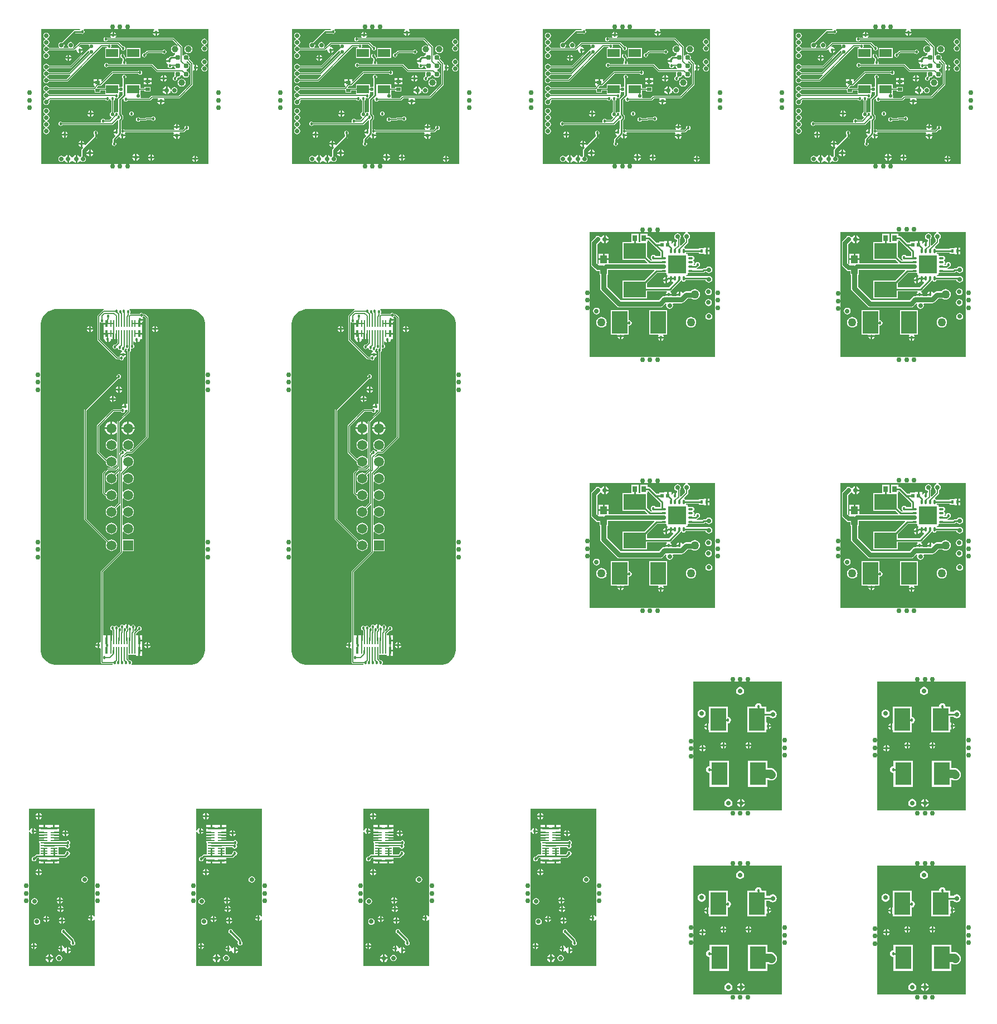
<source format=gbl>
G04*
G04 #@! TF.GenerationSoftware,Altium Limited,Altium Designer,21.9.1 (22)*
G04*
G04 Layer_Physical_Order=2*
G04 Layer_Color=16711680*
%FSLAX25Y25*%
%MOIN*%
G70*
G04*
G04 #@! TF.SameCoordinates,13B4354E-90E4-473D-AD5A-126374568DC2*
G04*
G04*
G04 #@! TF.FilePolarity,Positive*
G04*
G01*
G75*
%ADD11R,0.03985X0.04758*%
%ADD12O,0.03150X0.01181*%
%ADD13O,0.01181X0.03150*%
%ADD14R,0.10551X0.10551*%
%ADD15R,0.03150X0.03740*%
%ADD16R,0.13500X0.09500*%
%ADD17R,0.01575X0.01968*%
%ADD18R,0.02423X0.02254*%
%ADD19C,0.02500*%
%ADD20C,0.01000*%
%ADD21C,0.00600*%
%ADD22C,0.03000*%
%ADD23C,0.05000*%
%ADD30C,0.00500*%
%ADD66C,0.03000*%
%ADD67C,0.02756*%
%ADD68C,0.01968*%
%ADD69C,0.01800*%
%ADD70C,0.05000*%
%ADD71R,0.05906X0.05906*%
%ADD72C,0.05906*%
%ADD73C,0.03902*%
%ADD74C,0.02200*%
%ADD75R,0.09500X0.13500*%
%ADD76R,0.01575X0.04331*%
%ADD77R,0.00984X0.04331*%
%ADD78C,0.03098*%
%ADD79R,0.02648X0.01860*%
%ADD80R,0.07480X0.05118*%
%ADD81R,0.04331X0.00984*%
%ADD82R,0.04331X0.01575*%
G36*
X672000Y615500D02*
X572000D01*
Y696000D01*
X594969D01*
X595220Y695500D01*
X595159Y695418D01*
X592000D01*
X591649Y695348D01*
X591351Y695149D01*
X584430Y688227D01*
X584000Y688313D01*
X583306Y688175D01*
X582718Y687782D01*
X582325Y687194D01*
X582187Y686500D01*
X582325Y685806D01*
X582718Y685218D01*
X582725Y685214D01*
X582573Y684714D01*
X576661D01*
X576282Y685282D01*
X575694Y685675D01*
X575340Y685745D01*
Y686255D01*
X575694Y686325D01*
X576282Y686718D01*
X576675Y687306D01*
X576813Y688000D01*
X576675Y688694D01*
X576282Y689282D01*
X575694Y689675D01*
X575340Y689745D01*
Y690255D01*
X575694Y690325D01*
X576282Y690718D01*
X576675Y691306D01*
X576813Y692000D01*
X576675Y692694D01*
X576282Y693282D01*
X575694Y693675D01*
X575000Y693813D01*
X574306Y693675D01*
X573718Y693282D01*
X573325Y692694D01*
X573187Y692000D01*
X573325Y691306D01*
X573718Y690718D01*
X574306Y690325D01*
X574660Y690255D01*
Y689745D01*
X574306Y689675D01*
X573718Y689282D01*
X573325Y688694D01*
X573187Y688000D01*
X573325Y687306D01*
X573718Y686718D01*
X574306Y686325D01*
X574660Y686255D01*
Y685745D01*
X574306Y685675D01*
X573718Y685282D01*
X573325Y684694D01*
X573187Y684000D01*
X573325Y683306D01*
X573718Y682718D01*
X574306Y682325D01*
X574660Y682255D01*
Y681745D01*
X574306Y681675D01*
X573718Y681282D01*
X573325Y680694D01*
X573187Y680000D01*
X573325Y679306D01*
X573718Y678718D01*
X574306Y678325D01*
X575000Y678187D01*
X575694Y678325D01*
X576282Y678718D01*
X576675Y679306D01*
X576813Y680000D01*
X576675Y680694D01*
X576282Y681282D01*
X575694Y681675D01*
X575340Y681745D01*
Y682255D01*
X575694Y682325D01*
X576282Y682718D01*
X576661Y683286D01*
X591662D01*
X591935Y683341D01*
X592167Y683495D01*
X592648Y683976D01*
X593109Y683730D01*
X593063Y683500D01*
X593210Y682759D01*
X593630Y682130D01*
X594259Y681710D01*
X594500Y681662D01*
Y683500D01*
X595000D01*
Y684000D01*
X596838D01*
X596790Y684241D01*
X596370Y684870D01*
X595741Y685290D01*
X595000Y685437D01*
X594770Y685392D01*
X594524Y685852D01*
X595458Y686786D01*
X600320D01*
X600588Y686286D01*
X600587Y686285D01*
X600471Y685700D01*
X600507Y685517D01*
X589204Y674214D01*
X576661D01*
X576282Y674782D01*
X575694Y675175D01*
X575000Y675313D01*
X574306Y675175D01*
X573718Y674782D01*
X573325Y674194D01*
X573187Y673500D01*
X573325Y672806D01*
X573718Y672218D01*
X574306Y671825D01*
X574660Y671755D01*
Y671245D01*
X574306Y671175D01*
X573718Y670782D01*
X573325Y670194D01*
X573187Y669500D01*
X573325Y668806D01*
X573718Y668218D01*
X574306Y667825D01*
X574660Y667755D01*
Y667245D01*
X574306Y667175D01*
X573718Y666782D01*
X573325Y666194D01*
X573187Y665500D01*
X573325Y664806D01*
X573718Y664218D01*
X574306Y663825D01*
X575000Y663687D01*
X575694Y663825D01*
X576282Y664218D01*
X576675Y664806D01*
X576681Y664837D01*
X587475D01*
X587729Y664888D01*
X587944Y665031D01*
X608249Y685337D01*
X611034D01*
X611184Y685113D01*
X610917Y684613D01*
X610261D01*
Y678694D01*
X618542D01*
Y684613D01*
X613759D01*
X613733Y684641D01*
X613537Y685113D01*
X613725Y685393D01*
X613826Y685900D01*
X613749Y686286D01*
X614027Y686786D01*
X617704D01*
X619727Y684764D01*
X619674Y684500D01*
X619775Y683993D01*
X620063Y683563D01*
X620493Y683275D01*
X621000Y683175D01*
X621507Y683275D01*
X621937Y683563D01*
X622225Y683993D01*
X622326Y684500D01*
X622225Y685007D01*
X621937Y685437D01*
X621507Y685725D01*
X621000Y685825D01*
X620736Y685773D01*
X618505Y688005D01*
X618273Y688159D01*
X618000Y688214D01*
X610746D01*
X610697Y688714D01*
X610781Y688730D01*
X611007Y688775D01*
X611437Y689063D01*
X611587Y689286D01*
X650704D01*
X653694Y686297D01*
X653375Y685908D01*
X652917Y686214D01*
X652000Y686397D01*
X651083Y686214D01*
X650305Y685695D01*
X649786Y684917D01*
X649603Y684000D01*
X649786Y683083D01*
X650305Y682305D01*
X651083Y681786D01*
X651929Y681617D01*
X652033Y681398D01*
X652079Y681116D01*
X651662Y680838D01*
X651099Y679995D01*
X651083Y679918D01*
X649500D01*
X649149Y679848D01*
X648851Y679649D01*
X648050Y678848D01*
X647759Y678790D01*
X647130Y678370D01*
X646710Y677741D01*
X646662Y677500D01*
X648500D01*
Y676500D01*
X646662D01*
X646710Y676259D01*
X647130Y675630D01*
X647711Y675242D01*
X647761Y675198D01*
X647887Y674675D01*
X647775Y674507D01*
X647675Y674000D01*
X647775Y673493D01*
X648063Y673063D01*
X648493Y672775D01*
X649000Y672675D01*
X649507Y672775D01*
X649937Y673063D01*
X650225Y673493D01*
X650283Y673786D01*
X651555D01*
X651664Y673240D01*
X652095Y672595D01*
X652292Y672463D01*
X652140Y671963D01*
X641675D01*
X638633Y675005D01*
X638402Y675159D01*
X638129Y675214D01*
X623094D01*
X622768Y675714D01*
X622825Y676000D01*
X622725Y676507D01*
X622437Y676937D01*
X622418Y676950D01*
Y678137D01*
X622520Y678587D01*
X622576Y678605D01*
X623038Y678694D01*
Y678694D01*
X623038Y678694D01*
X631140D01*
Y684613D01*
X622860D01*
Y679194D01*
X622860Y679123D01*
X622420Y679080D01*
Y679080D01*
X622420D01*
X622149Y679432D01*
X622136Y679446D01*
X621776Y679805D01*
X621816Y680009D01*
X621715Y680516D01*
X621428Y680946D01*
X620998Y681234D01*
X620491Y681335D01*
X619984Y681234D01*
X619554Y680946D01*
X619266Y680516D01*
X619165Y680009D01*
X619266Y679502D01*
X619554Y679072D01*
X619984Y678785D01*
X620255Y678730D01*
X620582Y678403D01*
Y676950D01*
X620563Y676937D01*
X620275Y676507D01*
X620175Y676000D01*
X620231Y675714D01*
X619906Y675214D01*
X612087D01*
X611937Y675437D01*
X611507Y675725D01*
X611000Y675826D01*
X610493Y675725D01*
X610063Y675437D01*
X609775Y675007D01*
X609675Y674500D01*
X609775Y673993D01*
X610063Y673563D01*
X610493Y673275D01*
X611000Y673174D01*
X611507Y673275D01*
X611937Y673563D01*
X612087Y673786D01*
X620496D01*
X620564Y673741D01*
X620837Y673686D01*
X622163D01*
X622436Y673741D01*
X622504Y673786D01*
X637833D01*
X640875Y670745D01*
X641106Y670590D01*
X641379Y670536D01*
X651580D01*
X651848Y670036D01*
X651664Y669761D01*
X651513Y669000D01*
X651664Y668239D01*
X651697Y668189D01*
X651555Y667846D01*
X651433Y667685D01*
X651063Y667437D01*
X650775Y667007D01*
X650674Y666500D01*
X650775Y665993D01*
X651063Y665563D01*
X651493Y665275D01*
X652000Y665174D01*
X652507Y665275D01*
X652937Y665563D01*
X653225Y665993D01*
X653326Y666500D01*
X653318Y666539D01*
X653352Y666628D01*
X653724Y667057D01*
X654260Y667164D01*
X654905Y667595D01*
X655336Y668239D01*
X655400Y668562D01*
X656600D01*
X656664Y668239D01*
X657095Y667595D01*
X657739Y667164D01*
X658500Y667013D01*
X659261Y667164D01*
X659905Y667595D01*
X660336Y668239D01*
X660487Y669000D01*
X660336Y669761D01*
X659905Y670405D01*
X659261Y670836D01*
X658933Y670901D01*
Y672099D01*
X659261Y672164D01*
X659905Y672595D01*
X660336Y673240D01*
X660487Y674000D01*
X660336Y674760D01*
X659905Y675405D01*
X659261Y675836D01*
X658933Y675901D01*
Y676870D01*
X659433Y677058D01*
X661286Y675204D01*
Y663296D01*
X654204Y656214D01*
X638277D01*
X638004Y656159D01*
X637773Y656005D01*
X636682Y654914D01*
X631680D01*
X631412Y655414D01*
X631413Y655415D01*
X631529Y656000D01*
X631413Y656585D01*
X631375Y656642D01*
X631140Y657041D01*
X631140D01*
X631140Y657041D01*
Y659424D01*
X633776D01*
Y658808D01*
X637224D01*
Y661468D01*
X633776D01*
Y660851D01*
X631140D01*
Y662959D01*
X622918D01*
X622860Y662959D01*
X622418Y663098D01*
Y666550D01*
X622437Y666563D01*
X622725Y666993D01*
X622825Y667500D01*
X622725Y668007D01*
X622437Y668437D01*
X622007Y668725D01*
X621500Y668825D01*
X620993Y668725D01*
X620563Y668437D01*
X620275Y668007D01*
X620175Y667500D01*
X620275Y666993D01*
X620563Y666563D01*
X620582Y666550D01*
Y661682D01*
X620085Y661413D01*
X619500Y661529D01*
X619042Y661438D01*
X618542Y661719D01*
Y662959D01*
X610261D01*
Y660714D01*
X607397D01*
Y660844D01*
X605421D01*
X605229Y661306D01*
X605919Y661995D01*
X607266D01*
X607520Y662046D01*
X607735Y662189D01*
X607853Y662308D01*
X607997D01*
Y662452D01*
X614882Y669337D01*
X629879D01*
X630063Y669063D01*
X630493Y668775D01*
X631000Y668675D01*
X631507Y668775D01*
X631937Y669063D01*
X632225Y669493D01*
X632326Y670000D01*
X632225Y670507D01*
X631937Y670937D01*
X631507Y671225D01*
X631000Y671325D01*
X630493Y671225D01*
X630063Y670937D01*
X629879Y670663D01*
X614608D01*
X614354Y670612D01*
X614139Y670469D01*
X608459Y664788D01*
X607997Y664979D01*
Y666168D01*
X606173D01*
Y664238D01*
X605673D01*
Y663738D01*
X603349D01*
Y662308D01*
X603704D01*
X603895Y661846D01*
X603212Y661163D01*
X576681D01*
X576675Y661194D01*
X576282Y661782D01*
X575694Y662175D01*
X575000Y662313D01*
X574306Y662175D01*
X573718Y661782D01*
X573325Y661194D01*
X573187Y660500D01*
X573325Y659806D01*
X573718Y659218D01*
X574306Y658825D01*
X574660Y658755D01*
Y658245D01*
X574306Y658175D01*
X573718Y657782D01*
X573325Y657194D01*
X573187Y656500D01*
X573325Y655806D01*
X573718Y655218D01*
X574306Y654825D01*
X574660Y654755D01*
Y654245D01*
X574306Y654175D01*
X573718Y653782D01*
X573325Y653194D01*
X573187Y652500D01*
X573325Y651806D01*
X573718Y651218D01*
X574306Y650825D01*
X575000Y650687D01*
X575694Y650825D01*
X576282Y651218D01*
X576675Y651806D01*
X576813Y652500D01*
X576680Y653170D01*
X577296Y653786D01*
X610413D01*
X610563Y653563D01*
X610993Y653275D01*
X611500Y653174D01*
X612007Y653275D01*
X612437Y653563D01*
X612725Y653993D01*
X612814Y654443D01*
X613292Y654409D01*
X613393Y653902D01*
X613680Y653472D01*
X613845Y653362D01*
Y646366D01*
X613419Y646081D01*
X613087Y645585D01*
X612971Y645000D01*
X613087Y644415D01*
X613419Y643919D01*
X613915Y643587D01*
X613917Y643587D01*
X614082Y643044D01*
X612861Y641823D01*
X610096D01*
X609913Y642098D01*
X609483Y642385D01*
X608976Y642486D01*
X608468Y642385D01*
X608038Y642098D01*
X607751Y641668D01*
X607650Y641160D01*
X607749Y640663D01*
X607751Y640653D01*
X607477Y640163D01*
X584621D01*
X584437Y640437D01*
X584007Y640725D01*
X583500Y640826D01*
X582993Y640725D01*
X582563Y640437D01*
X582275Y640007D01*
X582174Y639500D01*
X582275Y638993D01*
X582563Y638563D01*
X582993Y638275D01*
X583500Y638174D01*
X584007Y638275D01*
X584437Y638563D01*
X584621Y638837D01*
X614372D01*
X614626Y638888D01*
X614841Y639031D01*
X617537Y641728D01*
X617898Y641586D01*
X618010Y641493D01*
Y636608D01*
X617628Y636310D01*
Y634357D01*
X617128D01*
Y633857D01*
X615290D01*
X615338Y633615D01*
X615758Y632987D01*
X616082Y632770D01*
X616160Y632141D01*
X614851Y630832D01*
X614652Y630534D01*
X614582Y630183D01*
Y628450D01*
X614563Y628437D01*
X614275Y628007D01*
X614175Y627500D01*
X614275Y626993D01*
X614563Y626563D01*
X614993Y626275D01*
X615500Y626174D01*
X616007Y626275D01*
X616437Y626563D01*
X616725Y626993D01*
X616825Y627500D01*
X616725Y628007D01*
X616437Y628437D01*
X616418Y628450D01*
Y629803D01*
X618246Y631631D01*
X618889Y631568D01*
X619081Y631281D01*
X619709Y630861D01*
X619950Y630813D01*
Y632651D01*
X620450D01*
Y633151D01*
X622288D01*
X622240Y633392D01*
X621977Y633786D01*
X622244Y634286D01*
X651067D01*
X651334Y633786D01*
X651022Y633319D01*
X650958Y633000D01*
X655042D01*
X654978Y633319D01*
X654666Y633786D01*
X654933Y634286D01*
X657000D01*
X657273Y634341D01*
X657505Y634495D01*
X658736Y635727D01*
X659000Y635674D01*
X659507Y635775D01*
X659937Y636063D01*
X660225Y636493D01*
X660325Y637000D01*
X660225Y637507D01*
X659937Y637937D01*
X659507Y638225D01*
X659000Y638326D01*
X658493Y638225D01*
X658063Y637937D01*
X657775Y637507D01*
X657675Y637000D01*
X657727Y636736D01*
X656704Y635714D01*
X654578D01*
X654426Y636214D01*
X654790Y636759D01*
X654838Y637000D01*
X651162D01*
X651210Y636759D01*
X651574Y636214D01*
X651422Y635714D01*
X621812D01*
X621665Y635934D01*
X621235Y636221D01*
X620728Y636322D01*
X620346Y636246D01*
X619845Y636526D01*
Y641130D01*
X620663Y641947D01*
X620862Y642245D01*
X620932Y642596D01*
Y644087D01*
X620862Y644438D01*
X620663Y644736D01*
X619845Y645554D01*
Y653548D01*
X620756Y654458D01*
X621217Y654212D01*
X621174Y654000D01*
X621275Y653493D01*
X621563Y653063D01*
X621993Y652775D01*
X622500Y652674D01*
X623007Y652775D01*
X623437Y653063D01*
X623720Y653486D01*
X636977D01*
X637250Y653541D01*
X637482Y653695D01*
X638573Y654786D01*
X641567D01*
X641834Y654286D01*
X641522Y653819D01*
X641458Y653500D01*
X645542D01*
X645478Y653819D01*
X645166Y654286D01*
X645433Y654786D01*
X654500D01*
X654773Y654841D01*
X655005Y654995D01*
X662505Y662495D01*
X662659Y662727D01*
X662714Y663000D01*
Y671044D01*
X663155Y671280D01*
X663259Y671210D01*
X663500Y671162D01*
Y673000D01*
Y674838D01*
X663259Y674790D01*
X663155Y674720D01*
X662714Y674956D01*
Y675500D01*
X662659Y675773D01*
X662505Y676005D01*
X660310Y678200D01*
X660336Y678239D01*
X660487Y679000D01*
X660336Y679761D01*
X659905Y680405D01*
X659261Y680836D01*
X658500Y680987D01*
X657739Y680836D01*
X657095Y680405D01*
X656963Y680208D01*
X656463Y680360D01*
Y685251D01*
X656409Y685524D01*
X656254Y685755D01*
X651505Y690505D01*
X651273Y690659D01*
X651000Y690714D01*
X616578D01*
X616426Y691214D01*
X616790Y691759D01*
X616838Y692000D01*
X613162D01*
X613210Y691759D01*
X613574Y691214D01*
X613422Y690714D01*
X611587D01*
X611437Y690937D01*
X611007Y691225D01*
X610500Y691326D01*
X609993Y691225D01*
X609563Y690937D01*
X609275Y690507D01*
X609174Y690000D01*
X609275Y689493D01*
X609563Y689063D01*
X609993Y688775D01*
X610219Y688730D01*
X610303Y688714D01*
X610254Y688214D01*
X595162D01*
X594889Y688159D01*
X594658Y688005D01*
X591394Y684741D01*
X590996Y684787D01*
X590907Y684966D01*
X590803Y685250D01*
X591175Y685806D01*
X591313Y686500D01*
X591175Y687194D01*
X590782Y687782D01*
X590194Y688175D01*
X589500Y688313D01*
X588806Y688175D01*
X588218Y687782D01*
X587825Y687194D01*
X587687Y686500D01*
X587825Y685806D01*
X588218Y685218D01*
X588225Y685214D01*
X588073Y684714D01*
X585427D01*
X585275Y685214D01*
X585282Y685218D01*
X585675Y685806D01*
X585813Y686500D01*
X585727Y686930D01*
X592380Y693582D01*
X595550D01*
X595563Y693563D01*
X595993Y693275D01*
X596500Y693175D01*
X597007Y693275D01*
X597437Y693563D01*
X597725Y693993D01*
X597825Y694500D01*
X597725Y695007D01*
X597437Y695437D01*
X597343Y695500D01*
X597495Y696000D01*
X639315D01*
X639467Y695500D01*
X639264Y695364D01*
X638844Y694736D01*
X638796Y694495D01*
X642472D01*
X642424Y694736D01*
X642004Y695364D01*
X641801Y695500D01*
X641953Y696000D01*
X672000D01*
Y615500D01*
D02*
G37*
G36*
X522000D02*
X422000D01*
Y696000D01*
X444969D01*
X445220Y695500D01*
X445159Y695418D01*
X442000D01*
X441649Y695348D01*
X441351Y695149D01*
X434430Y688227D01*
X434000Y688313D01*
X433306Y688175D01*
X432718Y687782D01*
X432325Y687194D01*
X432187Y686500D01*
X432325Y685806D01*
X432718Y685218D01*
X432725Y685214D01*
X432573Y684714D01*
X426661D01*
X426282Y685282D01*
X425694Y685675D01*
X425340Y685745D01*
Y686255D01*
X425694Y686325D01*
X426282Y686718D01*
X426675Y687306D01*
X426813Y688000D01*
X426675Y688694D01*
X426282Y689282D01*
X425694Y689675D01*
X425340Y689745D01*
Y690255D01*
X425694Y690325D01*
X426282Y690718D01*
X426675Y691306D01*
X426813Y692000D01*
X426675Y692694D01*
X426282Y693282D01*
X425694Y693675D01*
X425000Y693813D01*
X424306Y693675D01*
X423718Y693282D01*
X423325Y692694D01*
X423187Y692000D01*
X423325Y691306D01*
X423718Y690718D01*
X424306Y690325D01*
X424660Y690255D01*
Y689745D01*
X424306Y689675D01*
X423718Y689282D01*
X423325Y688694D01*
X423187Y688000D01*
X423325Y687306D01*
X423718Y686718D01*
X424306Y686325D01*
X424660Y686255D01*
Y685745D01*
X424306Y685675D01*
X423718Y685282D01*
X423325Y684694D01*
X423187Y684000D01*
X423325Y683306D01*
X423718Y682718D01*
X424306Y682325D01*
X424660Y682255D01*
Y681745D01*
X424306Y681675D01*
X423718Y681282D01*
X423325Y680694D01*
X423187Y680000D01*
X423325Y679306D01*
X423718Y678718D01*
X424306Y678325D01*
X425000Y678187D01*
X425694Y678325D01*
X426282Y678718D01*
X426675Y679306D01*
X426813Y680000D01*
X426675Y680694D01*
X426282Y681282D01*
X425694Y681675D01*
X425340Y681745D01*
Y682255D01*
X425694Y682325D01*
X426282Y682718D01*
X426661Y683286D01*
X441662D01*
X441935Y683341D01*
X442167Y683495D01*
X442648Y683976D01*
X443109Y683730D01*
X443063Y683500D01*
X443210Y682759D01*
X443630Y682130D01*
X444259Y681710D01*
X444500Y681662D01*
Y683500D01*
X445000D01*
Y684000D01*
X446838D01*
X446790Y684241D01*
X446370Y684870D01*
X445741Y685290D01*
X445000Y685437D01*
X444770Y685392D01*
X444524Y685852D01*
X445458Y686786D01*
X450320D01*
X450588Y686286D01*
X450587Y686285D01*
X450471Y685700D01*
X450507Y685517D01*
X439204Y674214D01*
X426661D01*
X426282Y674782D01*
X425694Y675175D01*
X425000Y675313D01*
X424306Y675175D01*
X423718Y674782D01*
X423325Y674194D01*
X423187Y673500D01*
X423325Y672806D01*
X423718Y672218D01*
X424306Y671825D01*
X424660Y671755D01*
Y671245D01*
X424306Y671175D01*
X423718Y670782D01*
X423325Y670194D01*
X423187Y669500D01*
X423325Y668806D01*
X423718Y668218D01*
X424306Y667825D01*
X424660Y667755D01*
Y667245D01*
X424306Y667175D01*
X423718Y666782D01*
X423325Y666194D01*
X423187Y665500D01*
X423325Y664806D01*
X423718Y664218D01*
X424306Y663825D01*
X425000Y663687D01*
X425694Y663825D01*
X426282Y664218D01*
X426675Y664806D01*
X426681Y664837D01*
X437475D01*
X437729Y664888D01*
X437944Y665031D01*
X458249Y685337D01*
X461034D01*
X461184Y685113D01*
X460917Y684613D01*
X460261D01*
Y678694D01*
X468542D01*
Y684613D01*
X463759D01*
X463733Y684641D01*
X463537Y685113D01*
X463725Y685393D01*
X463826Y685900D01*
X463749Y686286D01*
X464027Y686786D01*
X467704D01*
X469727Y684764D01*
X469674Y684500D01*
X469775Y683993D01*
X470063Y683563D01*
X470493Y683275D01*
X471000Y683175D01*
X471507Y683275D01*
X471937Y683563D01*
X472225Y683993D01*
X472326Y684500D01*
X472225Y685007D01*
X471937Y685437D01*
X471507Y685725D01*
X471000Y685825D01*
X470736Y685773D01*
X468505Y688005D01*
X468273Y688159D01*
X468000Y688214D01*
X460746D01*
X460697Y688714D01*
X460781Y688730D01*
X461007Y688775D01*
X461437Y689063D01*
X461587Y689286D01*
X500704D01*
X503694Y686297D01*
X503375Y685908D01*
X502917Y686214D01*
X502000Y686397D01*
X501083Y686214D01*
X500305Y685695D01*
X499786Y684917D01*
X499603Y684000D01*
X499786Y683083D01*
X500305Y682305D01*
X501083Y681786D01*
X501929Y681617D01*
X502033Y681398D01*
X502079Y681116D01*
X501662Y680838D01*
X501099Y679995D01*
X501083Y679918D01*
X499500D01*
X499149Y679848D01*
X498851Y679649D01*
X498050Y678848D01*
X497759Y678790D01*
X497130Y678370D01*
X496710Y677741D01*
X496662Y677500D01*
X498500D01*
Y676500D01*
X496662D01*
X496710Y676259D01*
X497130Y675630D01*
X497711Y675242D01*
X497761Y675198D01*
X497887Y674675D01*
X497775Y674507D01*
X497675Y674000D01*
X497775Y673493D01*
X498063Y673063D01*
X498493Y672775D01*
X499000Y672675D01*
X499507Y672775D01*
X499937Y673063D01*
X500225Y673493D01*
X500283Y673786D01*
X501555D01*
X501664Y673240D01*
X502095Y672595D01*
X502292Y672463D01*
X502140Y671963D01*
X491675D01*
X488633Y675005D01*
X488402Y675159D01*
X488129Y675214D01*
X473094D01*
X472768Y675714D01*
X472825Y676000D01*
X472725Y676507D01*
X472437Y676937D01*
X472418Y676950D01*
Y678137D01*
X472520Y678587D01*
X472576Y678605D01*
X473038Y678694D01*
Y678694D01*
X473038Y678694D01*
X481140D01*
Y684613D01*
X472860D01*
Y679194D01*
X472860Y679123D01*
X472420Y679080D01*
Y679080D01*
X472420D01*
X472149Y679432D01*
X472136Y679446D01*
X471776Y679805D01*
X471816Y680009D01*
X471715Y680516D01*
X471428Y680946D01*
X470998Y681234D01*
X470491Y681335D01*
X469984Y681234D01*
X469554Y680946D01*
X469266Y680516D01*
X469165Y680009D01*
X469266Y679502D01*
X469554Y679072D01*
X469984Y678785D01*
X470255Y678730D01*
X470582Y678403D01*
Y676950D01*
X470563Y676937D01*
X470275Y676507D01*
X470175Y676000D01*
X470231Y675714D01*
X469906Y675214D01*
X462087D01*
X461937Y675437D01*
X461507Y675725D01*
X461000Y675826D01*
X460493Y675725D01*
X460063Y675437D01*
X459775Y675007D01*
X459675Y674500D01*
X459775Y673993D01*
X460063Y673563D01*
X460493Y673275D01*
X461000Y673174D01*
X461507Y673275D01*
X461937Y673563D01*
X462087Y673786D01*
X470496D01*
X470564Y673741D01*
X470837Y673686D01*
X472163D01*
X472436Y673741D01*
X472504Y673786D01*
X487833D01*
X490875Y670745D01*
X491106Y670590D01*
X491379Y670536D01*
X501580D01*
X501848Y670036D01*
X501664Y669761D01*
X501513Y669000D01*
X501664Y668239D01*
X501697Y668189D01*
X501555Y667846D01*
X501433Y667685D01*
X501063Y667437D01*
X500775Y667007D01*
X500674Y666500D01*
X500775Y665993D01*
X501063Y665563D01*
X501493Y665275D01*
X502000Y665174D01*
X502507Y665275D01*
X502937Y665563D01*
X503225Y665993D01*
X503326Y666500D01*
X503318Y666539D01*
X503352Y666628D01*
X503724Y667057D01*
X504260Y667164D01*
X504905Y667595D01*
X505336Y668239D01*
X505400Y668562D01*
X506600D01*
X506664Y668239D01*
X507095Y667595D01*
X507739Y667164D01*
X508500Y667013D01*
X509261Y667164D01*
X509905Y667595D01*
X510336Y668239D01*
X510487Y669000D01*
X510336Y669761D01*
X509905Y670405D01*
X509261Y670836D01*
X508933Y670901D01*
Y672099D01*
X509261Y672164D01*
X509905Y672595D01*
X510336Y673240D01*
X510487Y674000D01*
X510336Y674760D01*
X509905Y675405D01*
X509261Y675836D01*
X508933Y675901D01*
Y676870D01*
X509433Y677058D01*
X511286Y675204D01*
Y663296D01*
X504204Y656214D01*
X488277D01*
X488004Y656159D01*
X487773Y656005D01*
X486682Y654914D01*
X481680D01*
X481412Y655414D01*
X481413Y655415D01*
X481529Y656000D01*
X481413Y656585D01*
X481375Y656642D01*
X481140Y657041D01*
X481140D01*
X481140Y657041D01*
Y659424D01*
X483776D01*
Y658808D01*
X487224D01*
Y661468D01*
X483776D01*
Y660851D01*
X481140D01*
Y662959D01*
X472918D01*
X472860Y662959D01*
X472418Y663098D01*
Y666550D01*
X472437Y666563D01*
X472725Y666993D01*
X472825Y667500D01*
X472725Y668007D01*
X472437Y668437D01*
X472007Y668725D01*
X471500Y668825D01*
X470993Y668725D01*
X470563Y668437D01*
X470275Y668007D01*
X470175Y667500D01*
X470275Y666993D01*
X470563Y666563D01*
X470582Y666550D01*
Y661682D01*
X470085Y661413D01*
X469500Y661529D01*
X469042Y661438D01*
X468542Y661719D01*
Y662959D01*
X460261D01*
Y660714D01*
X457397D01*
Y660844D01*
X455421D01*
X455229Y661306D01*
X455919Y661995D01*
X457266D01*
X457520Y662046D01*
X457735Y662189D01*
X457853Y662308D01*
X457997D01*
Y662452D01*
X464882Y669337D01*
X479879D01*
X480063Y669063D01*
X480493Y668775D01*
X481000Y668675D01*
X481507Y668775D01*
X481937Y669063D01*
X482225Y669493D01*
X482326Y670000D01*
X482225Y670507D01*
X481937Y670937D01*
X481507Y671225D01*
X481000Y671325D01*
X480493Y671225D01*
X480063Y670937D01*
X479879Y670663D01*
X464608D01*
X464354Y670612D01*
X464139Y670469D01*
X458459Y664788D01*
X457997Y664979D01*
Y666168D01*
X456173D01*
Y664238D01*
X455673D01*
Y663738D01*
X453349D01*
Y662308D01*
X453704D01*
X453895Y661846D01*
X453212Y661163D01*
X426681D01*
X426675Y661194D01*
X426282Y661782D01*
X425694Y662175D01*
X425000Y662313D01*
X424306Y662175D01*
X423718Y661782D01*
X423325Y661194D01*
X423187Y660500D01*
X423325Y659806D01*
X423718Y659218D01*
X424306Y658825D01*
X424660Y658755D01*
Y658245D01*
X424306Y658175D01*
X423718Y657782D01*
X423325Y657194D01*
X423187Y656500D01*
X423325Y655806D01*
X423718Y655218D01*
X424306Y654825D01*
X424660Y654755D01*
Y654245D01*
X424306Y654175D01*
X423718Y653782D01*
X423325Y653194D01*
X423187Y652500D01*
X423325Y651806D01*
X423718Y651218D01*
X424306Y650825D01*
X425000Y650687D01*
X425694Y650825D01*
X426282Y651218D01*
X426675Y651806D01*
X426813Y652500D01*
X426680Y653170D01*
X427296Y653786D01*
X460413D01*
X460563Y653563D01*
X460993Y653275D01*
X461500Y653174D01*
X462007Y653275D01*
X462437Y653563D01*
X462725Y653993D01*
X462814Y654443D01*
X463292Y654409D01*
X463393Y653902D01*
X463680Y653472D01*
X463845Y653362D01*
Y646366D01*
X463419Y646081D01*
X463087Y645585D01*
X462971Y645000D01*
X463087Y644415D01*
X463419Y643919D01*
X463915Y643587D01*
X463917Y643587D01*
X464082Y643044D01*
X462861Y641823D01*
X460096D01*
X459913Y642098D01*
X459483Y642385D01*
X458976Y642486D01*
X458468Y642385D01*
X458038Y642098D01*
X457751Y641668D01*
X457650Y641160D01*
X457749Y640663D01*
X457751Y640653D01*
X457477Y640163D01*
X434621D01*
X434437Y640437D01*
X434007Y640725D01*
X433500Y640826D01*
X432993Y640725D01*
X432563Y640437D01*
X432275Y640007D01*
X432174Y639500D01*
X432275Y638993D01*
X432563Y638563D01*
X432993Y638275D01*
X433500Y638174D01*
X434007Y638275D01*
X434437Y638563D01*
X434621Y638837D01*
X464372D01*
X464626Y638888D01*
X464841Y639031D01*
X467537Y641728D01*
X467898Y641586D01*
X468010Y641493D01*
Y636608D01*
X467628Y636310D01*
Y634357D01*
X467128D01*
Y633857D01*
X465290D01*
X465338Y633615D01*
X465758Y632987D01*
X466082Y632770D01*
X466160Y632141D01*
X464851Y630832D01*
X464652Y630534D01*
X464582Y630183D01*
Y628450D01*
X464563Y628437D01*
X464275Y628007D01*
X464175Y627500D01*
X464275Y626993D01*
X464563Y626563D01*
X464993Y626275D01*
X465500Y626174D01*
X466007Y626275D01*
X466437Y626563D01*
X466725Y626993D01*
X466825Y627500D01*
X466725Y628007D01*
X466437Y628437D01*
X466418Y628450D01*
Y629803D01*
X468246Y631631D01*
X468889Y631568D01*
X469081Y631281D01*
X469709Y630861D01*
X469950Y630813D01*
Y632651D01*
X470450D01*
Y633151D01*
X472288D01*
X472240Y633392D01*
X471977Y633786D01*
X472244Y634286D01*
X501067D01*
X501334Y633786D01*
X501022Y633319D01*
X500958Y633000D01*
X505042D01*
X504978Y633319D01*
X504666Y633786D01*
X504933Y634286D01*
X507000D01*
X507273Y634341D01*
X507505Y634495D01*
X508736Y635727D01*
X509000Y635674D01*
X509507Y635775D01*
X509937Y636063D01*
X510225Y636493D01*
X510325Y637000D01*
X510225Y637507D01*
X509937Y637937D01*
X509507Y638225D01*
X509000Y638326D01*
X508493Y638225D01*
X508063Y637937D01*
X507775Y637507D01*
X507675Y637000D01*
X507727Y636736D01*
X506704Y635714D01*
X504578D01*
X504426Y636214D01*
X504790Y636759D01*
X504838Y637000D01*
X501162D01*
X501210Y636759D01*
X501574Y636214D01*
X501422Y635714D01*
X471812D01*
X471665Y635934D01*
X471235Y636221D01*
X470728Y636322D01*
X470346Y636246D01*
X469845Y636526D01*
Y641130D01*
X470663Y641947D01*
X470862Y642245D01*
X470932Y642596D01*
Y644087D01*
X470862Y644438D01*
X470663Y644736D01*
X469845Y645554D01*
Y653548D01*
X470756Y654458D01*
X471217Y654212D01*
X471174Y654000D01*
X471275Y653493D01*
X471563Y653063D01*
X471993Y652775D01*
X472500Y652674D01*
X473007Y652775D01*
X473437Y653063D01*
X473720Y653486D01*
X486977D01*
X487250Y653541D01*
X487482Y653695D01*
X488573Y654786D01*
X491567D01*
X491834Y654286D01*
X491522Y653819D01*
X491458Y653500D01*
X495542D01*
X495478Y653819D01*
X495166Y654286D01*
X495433Y654786D01*
X504500D01*
X504773Y654841D01*
X505005Y654995D01*
X512505Y662495D01*
X512659Y662727D01*
X512714Y663000D01*
Y671044D01*
X513155Y671280D01*
X513259Y671210D01*
X513500Y671162D01*
Y673000D01*
Y674838D01*
X513259Y674790D01*
X513155Y674720D01*
X512714Y674956D01*
Y675500D01*
X512659Y675773D01*
X512505Y676005D01*
X510310Y678200D01*
X510336Y678239D01*
X510487Y679000D01*
X510336Y679761D01*
X509905Y680405D01*
X509261Y680836D01*
X508500Y680987D01*
X507739Y680836D01*
X507095Y680405D01*
X506963Y680208D01*
X506463Y680360D01*
Y685251D01*
X506409Y685524D01*
X506254Y685755D01*
X501505Y690505D01*
X501273Y690659D01*
X501000Y690714D01*
X466578D01*
X466426Y691214D01*
X466790Y691759D01*
X466838Y692000D01*
X463162D01*
X463210Y691759D01*
X463574Y691214D01*
X463422Y690714D01*
X461587D01*
X461437Y690937D01*
X461007Y691225D01*
X460500Y691326D01*
X459993Y691225D01*
X459563Y690937D01*
X459275Y690507D01*
X459174Y690000D01*
X459275Y689493D01*
X459563Y689063D01*
X459993Y688775D01*
X460219Y688730D01*
X460303Y688714D01*
X460254Y688214D01*
X445162D01*
X444889Y688159D01*
X444658Y688005D01*
X441394Y684741D01*
X440996Y684787D01*
X440907Y684966D01*
X440803Y685250D01*
X441175Y685806D01*
X441313Y686500D01*
X441175Y687194D01*
X440782Y687782D01*
X440194Y688175D01*
X439500Y688313D01*
X438806Y688175D01*
X438218Y687782D01*
X437825Y687194D01*
X437687Y686500D01*
X437825Y685806D01*
X438218Y685218D01*
X438225Y685214D01*
X438073Y684714D01*
X435427D01*
X435275Y685214D01*
X435282Y685218D01*
X435675Y685806D01*
X435813Y686500D01*
X435727Y686930D01*
X442380Y693582D01*
X445550D01*
X445563Y693563D01*
X445993Y693275D01*
X446500Y693175D01*
X447007Y693275D01*
X447437Y693563D01*
X447725Y693993D01*
X447825Y694500D01*
X447725Y695007D01*
X447437Y695437D01*
X447343Y695500D01*
X447495Y696000D01*
X489315D01*
X489467Y695500D01*
X489264Y695364D01*
X488844Y694736D01*
X488796Y694495D01*
X492472D01*
X492424Y694736D01*
X492004Y695364D01*
X491801Y695500D01*
X491953Y696000D01*
X522000D01*
Y615500D01*
D02*
G37*
G36*
X372000D02*
X272000D01*
Y696000D01*
X294969D01*
X295220Y695500D01*
X295159Y695418D01*
X292000D01*
X291649Y695348D01*
X291351Y695149D01*
X284430Y688227D01*
X284000Y688313D01*
X283306Y688175D01*
X282718Y687782D01*
X282325Y687194D01*
X282187Y686500D01*
X282325Y685806D01*
X282718Y685218D01*
X282725Y685214D01*
X282573Y684714D01*
X276661D01*
X276282Y685282D01*
X275694Y685675D01*
X275340Y685745D01*
Y686255D01*
X275694Y686325D01*
X276282Y686718D01*
X276675Y687306D01*
X276813Y688000D01*
X276675Y688694D01*
X276282Y689282D01*
X275694Y689675D01*
X275340Y689745D01*
Y690255D01*
X275694Y690325D01*
X276282Y690718D01*
X276675Y691306D01*
X276813Y692000D01*
X276675Y692694D01*
X276282Y693282D01*
X275694Y693675D01*
X275000Y693813D01*
X274306Y693675D01*
X273718Y693282D01*
X273325Y692694D01*
X273187Y692000D01*
X273325Y691306D01*
X273718Y690718D01*
X274306Y690325D01*
X274660Y690255D01*
Y689745D01*
X274306Y689675D01*
X273718Y689282D01*
X273325Y688694D01*
X273187Y688000D01*
X273325Y687306D01*
X273718Y686718D01*
X274306Y686325D01*
X274660Y686255D01*
Y685745D01*
X274306Y685675D01*
X273718Y685282D01*
X273325Y684694D01*
X273187Y684000D01*
X273325Y683306D01*
X273718Y682718D01*
X274306Y682325D01*
X274660Y682255D01*
Y681745D01*
X274306Y681675D01*
X273718Y681282D01*
X273325Y680694D01*
X273187Y680000D01*
X273325Y679306D01*
X273718Y678718D01*
X274306Y678325D01*
X275000Y678187D01*
X275694Y678325D01*
X276282Y678718D01*
X276675Y679306D01*
X276813Y680000D01*
X276675Y680694D01*
X276282Y681282D01*
X275694Y681675D01*
X275340Y681745D01*
Y682255D01*
X275694Y682325D01*
X276282Y682718D01*
X276661Y683286D01*
X291662D01*
X291935Y683341D01*
X292167Y683495D01*
X292648Y683976D01*
X293109Y683730D01*
X293063Y683500D01*
X293210Y682759D01*
X293630Y682130D01*
X294259Y681710D01*
X294500Y681662D01*
Y683500D01*
X295000D01*
Y684000D01*
X296838D01*
X296790Y684241D01*
X296370Y684870D01*
X295741Y685290D01*
X295000Y685437D01*
X294770Y685392D01*
X294524Y685852D01*
X295458Y686786D01*
X300320D01*
X300588Y686286D01*
X300587Y686285D01*
X300471Y685700D01*
X300507Y685517D01*
X289204Y674214D01*
X276661D01*
X276282Y674782D01*
X275694Y675175D01*
X275000Y675313D01*
X274306Y675175D01*
X273718Y674782D01*
X273325Y674194D01*
X273187Y673500D01*
X273325Y672806D01*
X273718Y672218D01*
X274306Y671825D01*
X274660Y671755D01*
Y671245D01*
X274306Y671175D01*
X273718Y670782D01*
X273325Y670194D01*
X273187Y669500D01*
X273325Y668806D01*
X273718Y668218D01*
X274306Y667825D01*
X274660Y667755D01*
Y667245D01*
X274306Y667175D01*
X273718Y666782D01*
X273325Y666194D01*
X273187Y665500D01*
X273325Y664806D01*
X273718Y664218D01*
X274306Y663825D01*
X275000Y663687D01*
X275694Y663825D01*
X276282Y664218D01*
X276675Y664806D01*
X276681Y664837D01*
X287475D01*
X287729Y664888D01*
X287944Y665031D01*
X308249Y685337D01*
X311034D01*
X311184Y685113D01*
X310917Y684613D01*
X310261D01*
Y678694D01*
X318542D01*
Y684613D01*
X313759D01*
X313733Y684641D01*
X313537Y685113D01*
X313725Y685393D01*
X313825Y685900D01*
X313749Y686286D01*
X314027Y686786D01*
X317704D01*
X319727Y684764D01*
X319674Y684500D01*
X319775Y683993D01*
X320063Y683563D01*
X320493Y683275D01*
X321000Y683175D01*
X321507Y683275D01*
X321937Y683563D01*
X322225Y683993D01*
X322325Y684500D01*
X322225Y685007D01*
X321937Y685437D01*
X321507Y685725D01*
X321000Y685825D01*
X320736Y685773D01*
X318505Y688005D01*
X318273Y688159D01*
X318000Y688214D01*
X310746D01*
X310697Y688714D01*
X310781Y688730D01*
X311007Y688775D01*
X311437Y689063D01*
X311587Y689286D01*
X350704D01*
X353694Y686297D01*
X353375Y685908D01*
X352917Y686214D01*
X352000Y686397D01*
X351083Y686214D01*
X350305Y685695D01*
X349786Y684917D01*
X349603Y684000D01*
X349786Y683083D01*
X350305Y682305D01*
X351083Y681786D01*
X351929Y681617D01*
X352033Y681398D01*
X352079Y681116D01*
X351662Y680838D01*
X351099Y679995D01*
X351083Y679918D01*
X349500D01*
X349149Y679848D01*
X348851Y679649D01*
X348050Y678848D01*
X347759Y678790D01*
X347130Y678370D01*
X346710Y677741D01*
X346662Y677500D01*
X348500D01*
Y676500D01*
X346662D01*
X346710Y676259D01*
X347130Y675630D01*
X347711Y675242D01*
X347762Y675198D01*
X347887Y674675D01*
X347775Y674507D01*
X347674Y674000D01*
X347775Y673493D01*
X348063Y673063D01*
X348493Y672775D01*
X349000Y672675D01*
X349507Y672775D01*
X349937Y673063D01*
X350225Y673493D01*
X350283Y673786D01*
X351555D01*
X351664Y673240D01*
X352095Y672595D01*
X352292Y672463D01*
X352140Y671963D01*
X341675D01*
X338633Y675005D01*
X338402Y675159D01*
X338129Y675214D01*
X323094D01*
X322768Y675714D01*
X322826Y676000D01*
X322725Y676507D01*
X322437Y676937D01*
X322418Y676950D01*
Y678137D01*
X322520Y678587D01*
X322576Y678605D01*
X323038Y678694D01*
Y678694D01*
X323038Y678694D01*
X331140D01*
Y684613D01*
X322860D01*
Y679194D01*
X322860Y679123D01*
X322420Y679080D01*
Y679080D01*
X322420D01*
X322149Y679432D01*
X322136Y679446D01*
X321776Y679805D01*
X321816Y680009D01*
X321715Y680516D01*
X321428Y680946D01*
X320998Y681234D01*
X320491Y681335D01*
X319984Y681234D01*
X319554Y680946D01*
X319266Y680516D01*
X319165Y680009D01*
X319266Y679502D01*
X319554Y679072D01*
X319984Y678785D01*
X320255Y678730D01*
X320582Y678403D01*
Y676950D01*
X320563Y676937D01*
X320275Y676507D01*
X320175Y676000D01*
X320232Y675714D01*
X319906Y675214D01*
X312087D01*
X311937Y675437D01*
X311507Y675725D01*
X311000Y675826D01*
X310493Y675725D01*
X310063Y675437D01*
X309775Y675007D01*
X309675Y674500D01*
X309775Y673993D01*
X310063Y673563D01*
X310493Y673275D01*
X311000Y673174D01*
X311507Y673275D01*
X311937Y673563D01*
X312087Y673786D01*
X320496D01*
X320564Y673741D01*
X320837Y673686D01*
X322163D01*
X322436Y673741D01*
X322504Y673786D01*
X337833D01*
X340875Y670745D01*
X341106Y670590D01*
X341379Y670536D01*
X351580D01*
X351848Y670036D01*
X351664Y669761D01*
X351513Y669000D01*
X351664Y668239D01*
X351697Y668189D01*
X351555Y667846D01*
X351433Y667685D01*
X351063Y667437D01*
X350775Y667007D01*
X350675Y666500D01*
X350775Y665993D01*
X351063Y665563D01*
X351493Y665275D01*
X352000Y665174D01*
X352507Y665275D01*
X352937Y665563D01*
X353225Y665993D01*
X353326Y666500D01*
X353318Y666539D01*
X353352Y666628D01*
X353724Y667057D01*
X354261Y667164D01*
X354905Y667595D01*
X355336Y668239D01*
X355400Y668562D01*
X356600D01*
X356664Y668239D01*
X357095Y667595D01*
X357739Y667164D01*
X358500Y667013D01*
X359261Y667164D01*
X359905Y667595D01*
X360336Y668239D01*
X360487Y669000D01*
X360336Y669761D01*
X359905Y670405D01*
X359261Y670836D01*
X358933Y670901D01*
Y672099D01*
X359261Y672164D01*
X359905Y672595D01*
X360336Y673240D01*
X360487Y674000D01*
X360336Y674760D01*
X359905Y675405D01*
X359261Y675836D01*
X358933Y675901D01*
Y676870D01*
X359433Y677058D01*
X361286Y675204D01*
Y663296D01*
X354204Y656214D01*
X338277D01*
X338004Y656159D01*
X337772Y656005D01*
X336682Y654914D01*
X331680D01*
X331412Y655414D01*
X331413Y655415D01*
X331529Y656000D01*
X331413Y656585D01*
X331375Y656642D01*
X331140Y657041D01*
X331140D01*
X331140Y657041D01*
Y659424D01*
X333776D01*
Y658808D01*
X337224D01*
Y661468D01*
X333776D01*
Y660851D01*
X331140D01*
Y662959D01*
X322918D01*
X322860Y662959D01*
X322418Y663098D01*
Y666550D01*
X322437Y666563D01*
X322725Y666993D01*
X322826Y667500D01*
X322725Y668007D01*
X322437Y668437D01*
X322007Y668725D01*
X321500Y668825D01*
X320993Y668725D01*
X320563Y668437D01*
X320275Y668007D01*
X320175Y667500D01*
X320275Y666993D01*
X320563Y666563D01*
X320582Y666550D01*
Y661682D01*
X320085Y661413D01*
X319500Y661529D01*
X319042Y661438D01*
X318542Y661719D01*
Y662959D01*
X310261D01*
Y660714D01*
X307397D01*
Y660844D01*
X305421D01*
X305229Y661306D01*
X305919Y661995D01*
X307266D01*
X307520Y662046D01*
X307735Y662189D01*
X307853Y662308D01*
X307997D01*
Y662452D01*
X314882Y669337D01*
X329879D01*
X330063Y669063D01*
X330493Y668775D01*
X331000Y668675D01*
X331507Y668775D01*
X331937Y669063D01*
X332225Y669493D01*
X332326Y670000D01*
X332225Y670507D01*
X331937Y670937D01*
X331507Y671225D01*
X331000Y671325D01*
X330493Y671225D01*
X330063Y670937D01*
X329879Y670663D01*
X314608D01*
X314354Y670612D01*
X314139Y670469D01*
X308459Y664788D01*
X307997Y664979D01*
Y666168D01*
X306173D01*
Y664238D01*
X305673D01*
Y663738D01*
X303349D01*
Y662308D01*
X303704D01*
X303895Y661846D01*
X303212Y661163D01*
X276681D01*
X276675Y661194D01*
X276282Y661782D01*
X275694Y662175D01*
X275000Y662313D01*
X274306Y662175D01*
X273718Y661782D01*
X273325Y661194D01*
X273187Y660500D01*
X273325Y659806D01*
X273718Y659218D01*
X274306Y658825D01*
X274660Y658755D01*
Y658245D01*
X274306Y658175D01*
X273718Y657782D01*
X273325Y657194D01*
X273187Y656500D01*
X273325Y655806D01*
X273718Y655218D01*
X274306Y654825D01*
X274660Y654755D01*
Y654245D01*
X274306Y654175D01*
X273718Y653782D01*
X273325Y653194D01*
X273187Y652500D01*
X273325Y651806D01*
X273718Y651218D01*
X274306Y650825D01*
X275000Y650687D01*
X275694Y650825D01*
X276282Y651218D01*
X276675Y651806D01*
X276813Y652500D01*
X276679Y653170D01*
X277296Y653786D01*
X310413D01*
X310563Y653563D01*
X310993Y653275D01*
X311500Y653174D01*
X312007Y653275D01*
X312437Y653563D01*
X312725Y653993D01*
X312814Y654443D01*
X313292Y654409D01*
X313393Y653902D01*
X313680Y653472D01*
X313845Y653362D01*
Y646366D01*
X313419Y646081D01*
X313087Y645585D01*
X312971Y645000D01*
X313087Y644415D01*
X313419Y643919D01*
X313915Y643587D01*
X313917Y643587D01*
X314082Y643044D01*
X312861Y641823D01*
X310096D01*
X309913Y642098D01*
X309483Y642385D01*
X308976Y642486D01*
X308468Y642385D01*
X308038Y642098D01*
X307751Y641668D01*
X307650Y641160D01*
X307749Y640663D01*
X307751Y640653D01*
X307477Y640163D01*
X284621D01*
X284437Y640437D01*
X284007Y640725D01*
X283500Y640826D01*
X282993Y640725D01*
X282563Y640437D01*
X282275Y640007D01*
X282174Y639500D01*
X282275Y638993D01*
X282563Y638563D01*
X282993Y638275D01*
X283500Y638174D01*
X284007Y638275D01*
X284437Y638563D01*
X284621Y638837D01*
X314372D01*
X314626Y638888D01*
X314841Y639031D01*
X317537Y641728D01*
X317898Y641586D01*
X318010Y641493D01*
Y636608D01*
X317628Y636310D01*
Y634357D01*
X317128D01*
Y633857D01*
X315290D01*
X315338Y633615D01*
X315758Y632987D01*
X316082Y632770D01*
X316160Y632141D01*
X314851Y630832D01*
X314652Y630534D01*
X314582Y630183D01*
Y628450D01*
X314563Y628437D01*
X314275Y628007D01*
X314175Y627500D01*
X314275Y626993D01*
X314563Y626563D01*
X314993Y626275D01*
X315500Y626174D01*
X316007Y626275D01*
X316437Y626563D01*
X316725Y626993D01*
X316826Y627500D01*
X316725Y628007D01*
X316437Y628437D01*
X316418Y628450D01*
Y629803D01*
X318246Y631631D01*
X318889Y631568D01*
X319081Y631281D01*
X319709Y630861D01*
X319951Y630813D01*
Y632651D01*
X320450D01*
Y633151D01*
X322288D01*
X322240Y633392D01*
X321977Y633786D01*
X322244Y634286D01*
X351067D01*
X351334Y633786D01*
X351022Y633319D01*
X350958Y633000D01*
X355042D01*
X354978Y633319D01*
X354666Y633786D01*
X354933Y634286D01*
X357000D01*
X357273Y634341D01*
X357505Y634495D01*
X358736Y635727D01*
X359000Y635674D01*
X359507Y635775D01*
X359937Y636063D01*
X360225Y636493D01*
X360326Y637000D01*
X360225Y637507D01*
X359937Y637937D01*
X359507Y638225D01*
X359000Y638326D01*
X358493Y638225D01*
X358063Y637937D01*
X357775Y637507D01*
X357675Y637000D01*
X357727Y636736D01*
X356704Y635714D01*
X354578D01*
X354426Y636214D01*
X354790Y636759D01*
X354838Y637000D01*
X351162D01*
X351210Y636759D01*
X351574Y636214D01*
X351422Y635714D01*
X321812D01*
X321665Y635934D01*
X321235Y636221D01*
X320728Y636322D01*
X320346Y636246D01*
X319846Y636526D01*
Y641130D01*
X320663Y641947D01*
X320862Y642245D01*
X320932Y642596D01*
Y644087D01*
X320862Y644438D01*
X320663Y644736D01*
X319846Y645554D01*
Y653548D01*
X320756Y654458D01*
X321217Y654212D01*
X321175Y654000D01*
X321275Y653493D01*
X321563Y653063D01*
X321993Y652775D01*
X322500Y652674D01*
X323007Y652775D01*
X323437Y653063D01*
X323720Y653486D01*
X336977D01*
X337250Y653541D01*
X337482Y653695D01*
X338573Y654786D01*
X341567D01*
X341834Y654286D01*
X341522Y653819D01*
X341458Y653500D01*
X345542D01*
X345478Y653819D01*
X345166Y654286D01*
X345433Y654786D01*
X354500D01*
X354773Y654841D01*
X355005Y654995D01*
X362505Y662495D01*
X362659Y662727D01*
X362714Y663000D01*
Y671044D01*
X363155Y671280D01*
X363259Y671210D01*
X363500Y671162D01*
Y673000D01*
Y674838D01*
X363259Y674790D01*
X363155Y674720D01*
X362714Y674956D01*
Y675500D01*
X362659Y675773D01*
X362505Y676005D01*
X360310Y678200D01*
X360336Y678239D01*
X360487Y679000D01*
X360336Y679761D01*
X359905Y680405D01*
X359261Y680836D01*
X358500Y680987D01*
X357739Y680836D01*
X357095Y680405D01*
X356963Y680208D01*
X356463Y680360D01*
Y685251D01*
X356409Y685524D01*
X356254Y685755D01*
X351505Y690505D01*
X351273Y690659D01*
X351000Y690714D01*
X316578D01*
X316426Y691214D01*
X316790Y691759D01*
X316838Y692000D01*
X313162D01*
X313210Y691759D01*
X313574Y691214D01*
X313422Y690714D01*
X311587D01*
X311437Y690937D01*
X311007Y691225D01*
X310500Y691326D01*
X309993Y691225D01*
X309563Y690937D01*
X309275Y690507D01*
X309174Y690000D01*
X309275Y689493D01*
X309563Y689063D01*
X309993Y688775D01*
X310219Y688730D01*
X310303Y688714D01*
X310254Y688214D01*
X295162D01*
X294889Y688159D01*
X294658Y688005D01*
X291394Y684741D01*
X290996Y684787D01*
X290907Y684966D01*
X290803Y685250D01*
X291175Y685806D01*
X291313Y686500D01*
X291175Y687194D01*
X290782Y687782D01*
X290194Y688175D01*
X289500Y688313D01*
X288806Y688175D01*
X288218Y687782D01*
X287825Y687194D01*
X287687Y686500D01*
X287825Y685806D01*
X288218Y685218D01*
X288225Y685214D01*
X288073Y684714D01*
X285427D01*
X285275Y685214D01*
X285282Y685218D01*
X285675Y685806D01*
X285813Y686500D01*
X285727Y686930D01*
X292380Y693582D01*
X295550D01*
X295563Y693563D01*
X295993Y693275D01*
X296500Y693175D01*
X297007Y693275D01*
X297437Y693563D01*
X297725Y693993D01*
X297826Y694500D01*
X297725Y695007D01*
X297437Y695437D01*
X297343Y695500D01*
X297495Y696000D01*
X339315D01*
X339467Y695500D01*
X339264Y695364D01*
X338844Y694736D01*
X338796Y694495D01*
X342472D01*
X342424Y694736D01*
X342004Y695364D01*
X341801Y695500D01*
X341952Y696000D01*
X372000D01*
Y615500D01*
D02*
G37*
G36*
X222000D02*
X122000D01*
Y696000D01*
X144969D01*
X145220Y695500D01*
X145159Y695418D01*
X142000D01*
X141649Y695348D01*
X141351Y695149D01*
X134430Y688227D01*
X134000Y688313D01*
X133306Y688175D01*
X132718Y687782D01*
X132325Y687194D01*
X132187Y686500D01*
X132325Y685806D01*
X132718Y685218D01*
X132725Y685214D01*
X132573Y684714D01*
X126661D01*
X126282Y685282D01*
X125694Y685675D01*
X125340Y685745D01*
Y686255D01*
X125694Y686325D01*
X126282Y686718D01*
X126675Y687306D01*
X126813Y688000D01*
X126675Y688694D01*
X126282Y689282D01*
X125694Y689675D01*
X125340Y689745D01*
Y690255D01*
X125694Y690325D01*
X126282Y690718D01*
X126675Y691306D01*
X126813Y692000D01*
X126675Y692694D01*
X126282Y693282D01*
X125694Y693675D01*
X125000Y693813D01*
X124306Y693675D01*
X123718Y693282D01*
X123325Y692694D01*
X123187Y692000D01*
X123325Y691306D01*
X123718Y690718D01*
X124306Y690325D01*
X124660Y690255D01*
Y689745D01*
X124306Y689675D01*
X123718Y689282D01*
X123325Y688694D01*
X123187Y688000D01*
X123325Y687306D01*
X123718Y686718D01*
X124306Y686325D01*
X124660Y686255D01*
Y685745D01*
X124306Y685675D01*
X123718Y685282D01*
X123325Y684694D01*
X123187Y684000D01*
X123325Y683306D01*
X123718Y682718D01*
X124306Y682325D01*
X124660Y682255D01*
Y681745D01*
X124306Y681675D01*
X123718Y681282D01*
X123325Y680694D01*
X123187Y680000D01*
X123325Y679306D01*
X123718Y678718D01*
X124306Y678325D01*
X125000Y678187D01*
X125694Y678325D01*
X126282Y678718D01*
X126675Y679306D01*
X126813Y680000D01*
X126675Y680694D01*
X126282Y681282D01*
X125694Y681675D01*
X125340Y681745D01*
Y682255D01*
X125694Y682325D01*
X126282Y682718D01*
X126661Y683286D01*
X141662D01*
X141935Y683341D01*
X142167Y683495D01*
X142648Y683976D01*
X143108Y683730D01*
X143063Y683500D01*
X143210Y682759D01*
X143630Y682130D01*
X144259Y681710D01*
X144500Y681662D01*
Y683500D01*
X145000D01*
Y684000D01*
X146838D01*
X146790Y684241D01*
X146370Y684870D01*
X145741Y685290D01*
X145000Y685437D01*
X144770Y685392D01*
X144524Y685852D01*
X145458Y686786D01*
X150320D01*
X150588Y686286D01*
X150587Y686285D01*
X150471Y685700D01*
X150507Y685517D01*
X139204Y674214D01*
X126661D01*
X126282Y674782D01*
X125694Y675175D01*
X125000Y675313D01*
X124306Y675175D01*
X123718Y674782D01*
X123325Y674194D01*
X123187Y673500D01*
X123325Y672806D01*
X123718Y672218D01*
X124306Y671825D01*
X124660Y671755D01*
Y671245D01*
X124306Y671175D01*
X123718Y670782D01*
X123325Y670194D01*
X123187Y669500D01*
X123325Y668806D01*
X123718Y668218D01*
X124306Y667825D01*
X124660Y667755D01*
Y667245D01*
X124306Y667175D01*
X123718Y666782D01*
X123325Y666194D01*
X123187Y665500D01*
X123325Y664806D01*
X123718Y664218D01*
X124306Y663825D01*
X125000Y663687D01*
X125694Y663825D01*
X126282Y664218D01*
X126675Y664806D01*
X126681Y664837D01*
X137475D01*
X137729Y664888D01*
X137943Y665031D01*
X158249Y685337D01*
X161034D01*
X161184Y685113D01*
X160917Y684613D01*
X160261D01*
Y678694D01*
X168542D01*
Y684613D01*
X163759D01*
X163733Y684641D01*
X163537Y685113D01*
X163725Y685393D01*
X163826Y685900D01*
X163749Y686286D01*
X164027Y686786D01*
X167704D01*
X169727Y684764D01*
X169675Y684500D01*
X169775Y683993D01*
X170063Y683563D01*
X170493Y683275D01*
X171000Y683175D01*
X171507Y683275D01*
X171937Y683563D01*
X172225Y683993D01*
X172326Y684500D01*
X172225Y685007D01*
X171937Y685437D01*
X171507Y685725D01*
X171000Y685825D01*
X170736Y685773D01*
X168505Y688005D01*
X168273Y688159D01*
X168000Y688214D01*
X160746D01*
X160697Y688714D01*
X160781Y688730D01*
X161007Y688775D01*
X161437Y689063D01*
X161587Y689286D01*
X200704D01*
X203694Y686297D01*
X203375Y685908D01*
X202917Y686214D01*
X202000Y686397D01*
X201083Y686214D01*
X200305Y685695D01*
X199786Y684917D01*
X199603Y684000D01*
X199786Y683083D01*
X200305Y682305D01*
X201083Y681786D01*
X201929Y681617D01*
X202033Y681398D01*
X202079Y681116D01*
X201662Y680838D01*
X201099Y679995D01*
X201083Y679918D01*
X199500D01*
X199149Y679848D01*
X198851Y679649D01*
X198050Y678848D01*
X197759Y678790D01*
X197130Y678370D01*
X196710Y677741D01*
X196662Y677500D01*
X198500D01*
Y676500D01*
X196662D01*
X196710Y676259D01*
X197130Y675630D01*
X197711Y675242D01*
X197761Y675198D01*
X197887Y674675D01*
X197775Y674507D01*
X197675Y674000D01*
X197775Y673493D01*
X198063Y673063D01*
X198493Y672775D01*
X199000Y672675D01*
X199507Y672775D01*
X199937Y673063D01*
X200225Y673493D01*
X200283Y673786D01*
X201555D01*
X201664Y673240D01*
X202095Y672595D01*
X202292Y672463D01*
X202140Y671963D01*
X191675D01*
X188633Y675005D01*
X188402Y675159D01*
X188129Y675214D01*
X173094D01*
X172768Y675714D01*
X172826Y676000D01*
X172725Y676507D01*
X172437Y676937D01*
X172418Y676950D01*
Y678137D01*
X172520Y678587D01*
X172576Y678605D01*
X173038Y678694D01*
Y678694D01*
X173038Y678694D01*
X181140D01*
Y684613D01*
X172860D01*
Y679194D01*
X172860Y679123D01*
X172420Y679080D01*
Y679080D01*
X172420D01*
X172149Y679432D01*
X172136Y679446D01*
X171776Y679805D01*
X171816Y680009D01*
X171715Y680516D01*
X171428Y680946D01*
X170998Y681234D01*
X170491Y681335D01*
X169984Y681234D01*
X169554Y680946D01*
X169266Y680516D01*
X169165Y680009D01*
X169266Y679502D01*
X169554Y679072D01*
X169984Y678785D01*
X170255Y678730D01*
X170582Y678403D01*
Y676950D01*
X170563Y676937D01*
X170275Y676507D01*
X170175Y676000D01*
X170231Y675714D01*
X169906Y675214D01*
X162087D01*
X161937Y675437D01*
X161507Y675725D01*
X161000Y675826D01*
X160493Y675725D01*
X160063Y675437D01*
X159775Y675007D01*
X159675Y674500D01*
X159775Y673993D01*
X160063Y673563D01*
X160493Y673275D01*
X161000Y673174D01*
X161507Y673275D01*
X161937Y673563D01*
X162087Y673786D01*
X170496D01*
X170564Y673741D01*
X170837Y673686D01*
X172163D01*
X172436Y673741D01*
X172504Y673786D01*
X187833D01*
X190875Y670745D01*
X191106Y670590D01*
X191379Y670536D01*
X201580D01*
X201848Y670036D01*
X201664Y669761D01*
X201513Y669000D01*
X201664Y668239D01*
X201697Y668189D01*
X201555Y667846D01*
X201433Y667685D01*
X201063Y667437D01*
X200775Y667007D01*
X200675Y666500D01*
X200775Y665993D01*
X201063Y665563D01*
X201493Y665275D01*
X202000Y665174D01*
X202507Y665275D01*
X202937Y665563D01*
X203225Y665993D01*
X203326Y666500D01*
X203318Y666539D01*
X203352Y666628D01*
X203724Y667057D01*
X204260Y667164D01*
X204905Y667595D01*
X205336Y668239D01*
X205400Y668562D01*
X206600D01*
X206664Y668239D01*
X207095Y667595D01*
X207739Y667164D01*
X208500Y667013D01*
X209261Y667164D01*
X209905Y667595D01*
X210336Y668239D01*
X210487Y669000D01*
X210336Y669761D01*
X209905Y670405D01*
X209261Y670836D01*
X208933Y670901D01*
Y672099D01*
X209261Y672164D01*
X209905Y672595D01*
X210336Y673240D01*
X210487Y674000D01*
X210336Y674760D01*
X209905Y675405D01*
X209261Y675836D01*
X208933Y675901D01*
Y676870D01*
X209433Y677058D01*
X211286Y675204D01*
Y663296D01*
X204204Y656214D01*
X188277D01*
X188004Y656159D01*
X187773Y656005D01*
X186682Y654914D01*
X181679D01*
X181412Y655414D01*
X181413Y655415D01*
X181529Y656000D01*
X181413Y656585D01*
X181375Y656642D01*
X181140Y657041D01*
X181140D01*
X181140Y657041D01*
Y659424D01*
X183776D01*
Y658808D01*
X187224D01*
Y661468D01*
X183776D01*
Y660851D01*
X181140D01*
Y662959D01*
X172918D01*
X172860Y662959D01*
X172418Y663098D01*
Y666550D01*
X172437Y666563D01*
X172725Y666993D01*
X172826Y667500D01*
X172725Y668007D01*
X172437Y668437D01*
X172007Y668725D01*
X171500Y668825D01*
X170993Y668725D01*
X170563Y668437D01*
X170275Y668007D01*
X170175Y667500D01*
X170275Y666993D01*
X170563Y666563D01*
X170582Y666550D01*
Y661682D01*
X170085Y661413D01*
X169500Y661529D01*
X169042Y661438D01*
X168542Y661719D01*
Y662959D01*
X160261D01*
Y660714D01*
X157397D01*
Y660844D01*
X155421D01*
X155229Y661306D01*
X155919Y661995D01*
X157266D01*
X157520Y662046D01*
X157735Y662189D01*
X157853Y662308D01*
X157997D01*
Y662452D01*
X164882Y669337D01*
X179879D01*
X180063Y669063D01*
X180493Y668775D01*
X181000Y668675D01*
X181507Y668775D01*
X181937Y669063D01*
X182225Y669493D01*
X182325Y670000D01*
X182225Y670507D01*
X181937Y670937D01*
X181507Y671225D01*
X181000Y671325D01*
X180493Y671225D01*
X180063Y670937D01*
X179879Y670663D01*
X164608D01*
X164354Y670612D01*
X164139Y670469D01*
X158459Y664788D01*
X157997Y664979D01*
Y666168D01*
X156173D01*
Y664238D01*
X155673D01*
Y663738D01*
X153349D01*
Y662308D01*
X153704D01*
X153895Y661846D01*
X153212Y661163D01*
X126681D01*
X126675Y661194D01*
X126282Y661782D01*
X125694Y662175D01*
X125000Y662313D01*
X124306Y662175D01*
X123718Y661782D01*
X123325Y661194D01*
X123187Y660500D01*
X123325Y659806D01*
X123718Y659218D01*
X124306Y658825D01*
X124660Y658755D01*
Y658245D01*
X124306Y658175D01*
X123718Y657782D01*
X123325Y657194D01*
X123187Y656500D01*
X123325Y655806D01*
X123718Y655218D01*
X124306Y654825D01*
X124660Y654755D01*
Y654245D01*
X124306Y654175D01*
X123718Y653782D01*
X123325Y653194D01*
X123187Y652500D01*
X123325Y651806D01*
X123718Y651218D01*
X124306Y650825D01*
X125000Y650687D01*
X125694Y650825D01*
X126282Y651218D01*
X126675Y651806D01*
X126813Y652500D01*
X126680Y653170D01*
X127296Y653786D01*
X160413D01*
X160563Y653563D01*
X160993Y653275D01*
X161500Y653174D01*
X162007Y653275D01*
X162437Y653563D01*
X162725Y653993D01*
X162814Y654443D01*
X163292Y654409D01*
X163393Y653902D01*
X163680Y653472D01*
X163845Y653362D01*
Y646366D01*
X163419Y646081D01*
X163087Y645585D01*
X162971Y645000D01*
X163087Y644415D01*
X163419Y643919D01*
X163915Y643587D01*
X163917Y643587D01*
X164082Y643044D01*
X162861Y641823D01*
X160096D01*
X159913Y642098D01*
X159483Y642385D01*
X158976Y642486D01*
X158468Y642385D01*
X158038Y642098D01*
X157751Y641668D01*
X157650Y641160D01*
X157749Y640663D01*
X157751Y640653D01*
X157477Y640163D01*
X134621D01*
X134437Y640437D01*
X134007Y640725D01*
X133500Y640826D01*
X132993Y640725D01*
X132563Y640437D01*
X132275Y640007D01*
X132175Y639500D01*
X132275Y638993D01*
X132563Y638563D01*
X132993Y638275D01*
X133500Y638174D01*
X134007Y638275D01*
X134437Y638563D01*
X134621Y638837D01*
X164373D01*
X164626Y638888D01*
X164841Y639031D01*
X167537Y641728D01*
X167898Y641586D01*
X168010Y641493D01*
Y636608D01*
X167628Y636310D01*
Y634357D01*
X167128D01*
Y633857D01*
X165290D01*
X165338Y633615D01*
X165758Y632987D01*
X166082Y632770D01*
X166160Y632141D01*
X164851Y630832D01*
X164652Y630534D01*
X164582Y630183D01*
Y628450D01*
X164563Y628437D01*
X164275Y628007D01*
X164174Y627500D01*
X164275Y626993D01*
X164563Y626563D01*
X164993Y626275D01*
X165500Y626174D01*
X166007Y626275D01*
X166437Y626563D01*
X166725Y626993D01*
X166825Y627500D01*
X166725Y628007D01*
X166437Y628437D01*
X166418Y628450D01*
Y629803D01*
X168246Y631631D01*
X168889Y631568D01*
X169081Y631281D01*
X169709Y630861D01*
X169950Y630813D01*
Y632651D01*
X170450D01*
Y633151D01*
X172288D01*
X172240Y633392D01*
X171977Y633786D01*
X172244Y634286D01*
X201067D01*
X201334Y633786D01*
X201022Y633319D01*
X200958Y633000D01*
X205042D01*
X204978Y633319D01*
X204666Y633786D01*
X204933Y634286D01*
X207000D01*
X207273Y634341D01*
X207505Y634495D01*
X208736Y635727D01*
X209000Y635674D01*
X209507Y635775D01*
X209937Y636063D01*
X210225Y636493D01*
X210326Y637000D01*
X210225Y637507D01*
X209937Y637937D01*
X209507Y638225D01*
X209000Y638326D01*
X208493Y638225D01*
X208063Y637937D01*
X207775Y637507D01*
X207675Y637000D01*
X207727Y636736D01*
X206704Y635714D01*
X204578D01*
X204426Y636214D01*
X204790Y636759D01*
X204838Y637000D01*
X201162D01*
X201210Y636759D01*
X201574Y636214D01*
X201422Y635714D01*
X171812D01*
X171665Y635934D01*
X171235Y636221D01*
X170728Y636322D01*
X170346Y636246D01*
X169845Y636526D01*
Y641130D01*
X170663Y641947D01*
X170862Y642245D01*
X170932Y642596D01*
Y644087D01*
X170862Y644438D01*
X170663Y644736D01*
X169845Y645554D01*
Y653548D01*
X170756Y654458D01*
X171217Y654212D01*
X171175Y654000D01*
X171275Y653493D01*
X171563Y653063D01*
X171993Y652775D01*
X172500Y652674D01*
X173007Y652775D01*
X173437Y653063D01*
X173720Y653486D01*
X186977D01*
X187250Y653541D01*
X187482Y653695D01*
X188573Y654786D01*
X191567D01*
X191834Y654286D01*
X191522Y653819D01*
X191458Y653500D01*
X195542D01*
X195478Y653819D01*
X195166Y654286D01*
X195433Y654786D01*
X204500D01*
X204773Y654841D01*
X205005Y654995D01*
X212505Y662495D01*
X212659Y662727D01*
X212714Y663000D01*
Y671044D01*
X213155Y671280D01*
X213259Y671210D01*
X213500Y671162D01*
Y673000D01*
Y674838D01*
X213259Y674790D01*
X213155Y674720D01*
X212714Y674956D01*
Y675500D01*
X212659Y675773D01*
X212505Y676005D01*
X210310Y678200D01*
X210336Y678239D01*
X210487Y679000D01*
X210336Y679761D01*
X209905Y680405D01*
X209261Y680836D01*
X208500Y680987D01*
X207739Y680836D01*
X207095Y680405D01*
X206963Y680208D01*
X206463Y680360D01*
Y685251D01*
X206409Y685524D01*
X206254Y685755D01*
X201505Y690505D01*
X201273Y690659D01*
X201000Y690714D01*
X166578D01*
X166426Y691214D01*
X166790Y691759D01*
X166838Y692000D01*
X163162D01*
X163210Y691759D01*
X163574Y691214D01*
X163422Y690714D01*
X161587D01*
X161437Y690937D01*
X161007Y691225D01*
X160500Y691326D01*
X159993Y691225D01*
X159563Y690937D01*
X159275Y690507D01*
X159175Y690000D01*
X159275Y689493D01*
X159563Y689063D01*
X159993Y688775D01*
X160219Y688730D01*
X160303Y688714D01*
X160254Y688214D01*
X145162D01*
X144889Y688159D01*
X144658Y688005D01*
X141394Y684741D01*
X140996Y684787D01*
X140907Y684966D01*
X140803Y685250D01*
X141175Y685806D01*
X141313Y686500D01*
X141175Y687194D01*
X140782Y687782D01*
X140194Y688175D01*
X139500Y688313D01*
X138806Y688175D01*
X138218Y687782D01*
X137825Y687194D01*
X137687Y686500D01*
X137825Y685806D01*
X138218Y685218D01*
X138225Y685214D01*
X138073Y684714D01*
X135427D01*
X135275Y685214D01*
X135282Y685218D01*
X135675Y685806D01*
X135813Y686500D01*
X135727Y686930D01*
X142380Y693582D01*
X145550D01*
X145563Y693563D01*
X145993Y693275D01*
X146500Y693175D01*
X147007Y693275D01*
X147437Y693563D01*
X147725Y693993D01*
X147826Y694500D01*
X147725Y695007D01*
X147437Y695437D01*
X147343Y695500D01*
X147495Y696000D01*
X189315D01*
X189467Y695500D01*
X189264Y695364D01*
X188844Y694736D01*
X188796Y694495D01*
X192472D01*
X192424Y694736D01*
X192004Y695364D01*
X191801Y695500D01*
X191953Y696000D01*
X222000D01*
Y615500D01*
D02*
G37*
G36*
X600534Y682817D02*
X600471Y682500D01*
X600557Y682066D01*
X588704Y670214D01*
X576661D01*
X576282Y670782D01*
X575694Y671175D01*
X575340Y671245D01*
Y671755D01*
X575694Y671825D01*
X576282Y672218D01*
X576661Y672786D01*
X589500D01*
X589773Y672841D01*
X590005Y672995D01*
X600073Y683064D01*
X600534Y682817D01*
D02*
G37*
G36*
X450534D02*
X450471Y682500D01*
X450557Y682066D01*
X438704Y670214D01*
X426661D01*
X426282Y670782D01*
X425694Y671175D01*
X425340Y671245D01*
Y671755D01*
X425694Y671825D01*
X426282Y672218D01*
X426661Y672786D01*
X439500D01*
X439773Y672841D01*
X440005Y672995D01*
X450073Y683064D01*
X450534Y682817D01*
D02*
G37*
G36*
X300534D02*
X300471Y682500D01*
X300557Y682066D01*
X288704Y670214D01*
X276661D01*
X276282Y670782D01*
X275694Y671175D01*
X275340Y671245D01*
Y671755D01*
X275694Y671825D01*
X276282Y672218D01*
X276661Y672786D01*
X289500D01*
X289773Y672841D01*
X290005Y672995D01*
X300073Y683064D01*
X300534Y682817D01*
D02*
G37*
G36*
X150534D02*
X150471Y682500D01*
X150557Y682066D01*
X138704Y670214D01*
X126661D01*
X126282Y670782D01*
X125694Y671175D01*
X125340Y671245D01*
Y671755D01*
X125694Y671825D01*
X126282Y672218D01*
X126661Y672786D01*
X139500D01*
X139773Y672841D01*
X140005Y672995D01*
X150073Y683064D01*
X150534Y682817D01*
D02*
G37*
G36*
X589423Y668385D02*
X587200Y666163D01*
X576681D01*
X576675Y666194D01*
X576282Y666782D01*
X575694Y667175D01*
X575340Y667245D01*
Y667755D01*
X575694Y667825D01*
X576282Y668218D01*
X576661Y668786D01*
X589000D01*
X589146Y668815D01*
X589423Y668385D01*
D02*
G37*
G36*
X439423D02*
X437200Y666163D01*
X426681D01*
X426675Y666194D01*
X426282Y666782D01*
X425694Y667175D01*
X425340Y667245D01*
Y667755D01*
X425694Y667825D01*
X426282Y668218D01*
X426661Y668786D01*
X439000D01*
X439146Y668815D01*
X439423Y668385D01*
D02*
G37*
G36*
X289422D02*
X287200Y666163D01*
X276681D01*
X276675Y666194D01*
X276282Y666782D01*
X275694Y667175D01*
X275340Y667245D01*
Y667755D01*
X275694Y667825D01*
X276282Y668218D01*
X276661Y668786D01*
X289000D01*
X289146Y668815D01*
X289422Y668385D01*
D02*
G37*
G36*
X139423D02*
X137200Y666163D01*
X126681D01*
X126675Y666194D01*
X126282Y666782D01*
X125694Y667175D01*
X125340Y667245D01*
Y667755D01*
X125694Y667825D01*
X126282Y668218D01*
X126661Y668786D01*
X139000D01*
X139146Y668815D01*
X139423Y668385D01*
D02*
G37*
G36*
X620582Y658318D02*
Y656880D01*
X618279Y654577D01*
X618080Y654279D01*
X618010Y653928D01*
Y646549D01*
X617510Y646282D01*
X617422Y646341D01*
X616915Y646442D01*
X616407Y646341D01*
X615977Y646054D01*
X615452Y646168D01*
X615272Y646288D01*
Y653284D01*
X615554Y653472D01*
X615842Y653902D01*
X615943Y654409D01*
X615883Y654708D01*
X616333Y655009D01*
X616472Y654916D01*
X616979Y654815D01*
X617486Y654916D01*
X617916Y655204D01*
X618204Y655634D01*
X618305Y656141D01*
X618225Y656541D01*
X618497Y657041D01*
X618542D01*
Y658281D01*
X619042Y658562D01*
X619500Y658471D01*
X620085Y658587D01*
X620582Y658318D01*
D02*
G37*
G36*
X470582D02*
Y656880D01*
X468279Y654577D01*
X468080Y654279D01*
X468010Y653928D01*
Y646549D01*
X467510Y646282D01*
X467422Y646341D01*
X466915Y646442D01*
X466407Y646341D01*
X465977Y646054D01*
X465452Y646168D01*
X465272Y646288D01*
Y653284D01*
X465554Y653472D01*
X465842Y653902D01*
X465943Y654409D01*
X465883Y654708D01*
X466333Y655009D01*
X466472Y654916D01*
X466979Y654815D01*
X467486Y654916D01*
X467916Y655204D01*
X468204Y655634D01*
X468305Y656141D01*
X468225Y656541D01*
X468497Y657041D01*
X468542D01*
Y658281D01*
X469042Y658562D01*
X469500Y658471D01*
X470085Y658587D01*
X470582Y658318D01*
D02*
G37*
G36*
X320582D02*
Y656880D01*
X318279Y654577D01*
X318080Y654279D01*
X318010Y653928D01*
Y646549D01*
X317510Y646282D01*
X317422Y646341D01*
X316915Y646442D01*
X316407Y646341D01*
X315977Y646054D01*
X315452Y646168D01*
X315272Y646288D01*
Y653284D01*
X315554Y653472D01*
X315842Y653902D01*
X315943Y654409D01*
X315883Y654708D01*
X316333Y655009D01*
X316472Y654916D01*
X316979Y654815D01*
X317487Y654916D01*
X317916Y655204D01*
X318204Y655634D01*
X318305Y656141D01*
X318225Y656541D01*
X318497Y657041D01*
X318542D01*
Y658281D01*
X319042Y658562D01*
X319500Y658471D01*
X320085Y658587D01*
X320582Y658318D01*
D02*
G37*
G36*
X170582D02*
Y656880D01*
X168279Y654577D01*
X168080Y654279D01*
X168010Y653928D01*
Y646549D01*
X167510Y646282D01*
X167422Y646341D01*
X166914Y646442D01*
X166407Y646341D01*
X165977Y646054D01*
X165452Y646168D01*
X165272Y646288D01*
Y653284D01*
X165554Y653472D01*
X165842Y653902D01*
X165943Y654409D01*
X165883Y654708D01*
X166333Y655009D01*
X166472Y654916D01*
X166979Y654815D01*
X167487Y654916D01*
X167917Y655204D01*
X168204Y655634D01*
X168305Y656141D01*
X168225Y656541D01*
X168497Y657041D01*
X168542D01*
Y658281D01*
X169042Y658562D01*
X169500Y658471D01*
X170085Y658587D01*
X170582Y658318D01*
D02*
G37*
G36*
X603949Y659472D02*
Y658184D01*
X607397D01*
Y659286D01*
X610261D01*
Y657041D01*
X609764Y657034D01*
X576707D01*
X576675Y657194D01*
X576282Y657782D01*
X575694Y658175D01*
X575340Y658245D01*
Y658755D01*
X575694Y658825D01*
X576282Y659218D01*
X576675Y659806D01*
X576681Y659837D01*
X603486D01*
X603949Y659472D01*
D02*
G37*
G36*
X453949D02*
Y658184D01*
X457397D01*
Y659286D01*
X460261D01*
Y657041D01*
X459764Y657034D01*
X426707D01*
X426675Y657194D01*
X426282Y657782D01*
X425694Y658175D01*
X425340Y658245D01*
Y658755D01*
X425694Y658825D01*
X426282Y659218D01*
X426675Y659806D01*
X426681Y659837D01*
X453486D01*
X453949Y659472D01*
D02*
G37*
G36*
X303949D02*
Y658184D01*
X307397D01*
Y659286D01*
X310261D01*
Y657041D01*
X309764Y657034D01*
X276707D01*
X276675Y657194D01*
X276282Y657782D01*
X275694Y658175D01*
X275340Y658245D01*
Y658755D01*
X275694Y658825D01*
X276282Y659218D01*
X276675Y659806D01*
X276681Y659837D01*
X303486D01*
X303949Y659472D01*
D02*
G37*
G36*
X153949D02*
Y658184D01*
X157397D01*
Y659286D01*
X160261D01*
Y657041D01*
X159764Y657034D01*
X126707D01*
X126675Y657194D01*
X126282Y657782D01*
X125694Y658175D01*
X125340Y658245D01*
Y658755D01*
X125694Y658825D01*
X126282Y659218D01*
X126675Y659806D01*
X126681Y659837D01*
X153486D01*
X153949Y659472D01*
D02*
G37*
G36*
X675000Y500000D02*
X600000D01*
Y574600D01*
X657364D01*
X657413Y574100D01*
X657228Y574063D01*
X656574Y573626D01*
X656137Y572972D01*
X655983Y572200D01*
X656137Y571428D01*
X656574Y570774D01*
X657082Y570434D01*
Y569105D01*
X654618Y566641D01*
X654118Y566848D01*
Y570711D01*
X654463Y571228D01*
X654617Y572000D01*
X654463Y572772D01*
X654026Y573426D01*
X653372Y573863D01*
X652600Y574017D01*
X651828Y573863D01*
X651174Y573426D01*
X650737Y572772D01*
X650583Y572000D01*
X650737Y571228D01*
X651174Y570574D01*
X651828Y570137D01*
X652282Y570047D01*
Y569043D01*
X651782Y568806D01*
X651620Y568838D01*
Y567000D01*
X650621D01*
Y568838D01*
X650379Y568790D01*
X649751Y568370D01*
X649399Y567843D01*
X648899Y567937D01*
Y569327D01*
X647187D01*
Y567200D01*
X646187D01*
Y569327D01*
X644476D01*
Y568927D01*
X641501D01*
Y568322D01*
X639865D01*
X636193Y571993D01*
X635829Y572236D01*
X635400Y572322D01*
X635400Y572322D01*
X634532D01*
Y573670D01*
X630183D01*
Y568850D01*
X629217D01*
Y573670D01*
X624868D01*
Y568850D01*
X619750D01*
Y558150D01*
X632864D01*
X634625Y556389D01*
X634433Y555927D01*
X611392D01*
Y557957D01*
X608400D01*
X605408D01*
Y556013D01*
X604946Y555822D01*
X604586Y556181D01*
Y567349D01*
X605979Y568742D01*
X606326Y568974D01*
X606409Y569098D01*
X607010D01*
X607286Y568686D01*
X608072Y568160D01*
X608500Y568075D01*
Y570400D01*
Y572725D01*
X608072Y572640D01*
X607286Y572114D01*
X607010Y571702D01*
X606409D01*
X606326Y571826D01*
X605672Y572263D01*
X604900Y572417D01*
X604128Y572263D01*
X603474Y571826D01*
X603037Y571172D01*
X603028Y571126D01*
X601366Y569464D01*
X600957Y568853D01*
X600814Y568131D01*
Y555400D01*
X600957Y554678D01*
X601366Y554066D01*
X603494Y551938D01*
X604106Y551529D01*
X604828Y551385D01*
X605808D01*
Y549164D01*
X606259D01*
Y541200D01*
X606422Y540381D01*
X606886Y539686D01*
X616186Y530386D01*
X616881Y529922D01*
X617700Y529759D01*
X642229D01*
X643049Y529922D01*
X643743Y530386D01*
X645335Y531978D01*
X645588Y531950D01*
X645687Y531843D01*
X645910Y531436D01*
X645783Y530800D01*
X645937Y530028D01*
X646374Y529374D01*
X647028Y528937D01*
X647800Y528783D01*
X648572Y528937D01*
X649226Y529374D01*
X649663Y530028D01*
X649817Y530800D01*
X649663Y531572D01*
X649580Y531696D01*
X649816Y532137D01*
X654896D01*
X655716Y532300D01*
X656410Y532764D01*
X658622Y534976D01*
X660997D01*
X661237Y534792D01*
X661991Y534480D01*
X662800Y534373D01*
X663609Y534480D01*
X664363Y534792D01*
X665011Y535289D01*
X665508Y535937D01*
X665820Y536691D01*
X665927Y537500D01*
X665820Y538309D01*
X665508Y539063D01*
X665011Y539711D01*
X664363Y540208D01*
X663609Y540520D01*
X662800Y540627D01*
X661991Y540520D01*
X661237Y540208D01*
X660589Y539711D01*
X660242Y539258D01*
X657735D01*
X656916Y539095D01*
X656221Y538631D01*
X655998Y538408D01*
X655361Y538478D01*
X655158Y538782D01*
X654529Y539202D01*
X654288Y539250D01*
Y537413D01*
X653788D01*
Y536913D01*
X651945D01*
X651611Y536419D01*
X649567D01*
X649279Y536778D01*
X645321D01*
X645033Y536419D01*
X644607D01*
X643788Y536256D01*
X643093Y535792D01*
X641342Y534041D01*
X618587D01*
X610541Y542087D01*
Y549164D01*
X610992D01*
Y552155D01*
X638515D01*
X638707Y551693D01*
X632864Y545850D01*
X619750D01*
Y535150D01*
X634450D01*
Y539378D01*
X646124D01*
X646275Y538878D01*
X645930Y538648D01*
X645510Y538019D01*
X645462Y537778D01*
X649138D01*
X649090Y538019D01*
X648670Y538648D01*
X648235Y538938D01*
X648314Y539464D01*
X648678Y539707D01*
X654115Y545144D01*
X654509Y545407D01*
X654652Y545622D01*
X654654Y545622D01*
X655206D01*
X655208Y545622D01*
X655351Y545407D01*
X655745Y545144D01*
X656210Y545051D01*
X656674Y545144D01*
X657068Y545407D01*
X657331Y545801D01*
X657396Y546128D01*
X669357D01*
X669437Y545728D01*
X669874Y545074D01*
X670528Y544637D01*
X671300Y544483D01*
X672072Y544637D01*
X672726Y545074D01*
X673163Y545728D01*
X673317Y546500D01*
X673163Y547272D01*
X672726Y547926D01*
X672072Y548363D01*
X671300Y548517D01*
X670528Y548363D01*
X670434Y548300D01*
X670075Y548371D01*
X670075Y548371D01*
X657839D01*
X657740Y548545D01*
X658030Y549045D01*
X658646D01*
Y550036D01*
X659146Y550330D01*
X659457Y550268D01*
X661426D01*
X661890Y550360D01*
X667782D01*
X667782Y550360D01*
X668211Y550446D01*
X668575Y550689D01*
X668887Y551000D01*
X669723D01*
X669874Y550774D01*
X670528Y550337D01*
X671300Y550183D01*
X672072Y550337D01*
X672726Y550774D01*
X673163Y551428D01*
X673317Y552200D01*
X673163Y552972D01*
X672726Y553626D01*
X672072Y554063D01*
X671300Y554217D01*
X670528Y554063D01*
X669874Y553626D01*
X669618Y553244D01*
X668422D01*
X668422Y553244D01*
X667993Y553158D01*
X667629Y552915D01*
X667629Y552915D01*
X667317Y552603D01*
X664070D01*
X663918Y553103D01*
X664134Y553248D01*
X664571Y553685D01*
X665085Y553787D01*
X665581Y554119D01*
X665913Y554615D01*
X666029Y555200D01*
X665913Y555785D01*
X665581Y556281D01*
X665085Y556613D01*
X664500Y556729D01*
X663915Y556613D01*
X663419Y556281D01*
X663087Y555785D01*
X662985Y555271D01*
X662876Y555162D01*
X662318D01*
X662166Y555662D01*
X662284Y555742D01*
X662547Y556136D01*
X662640Y556600D01*
X662547Y557064D01*
X662284Y557458D01*
X662070Y557602D01*
X662069Y557603D01*
Y558156D01*
X662070Y558157D01*
X662284Y558301D01*
X662547Y558695D01*
X662640Y559159D01*
X662547Y559624D01*
X662284Y560017D01*
X661891Y560281D01*
X661426Y560373D01*
X659457D01*
X659146Y560311D01*
X658646Y560605D01*
Y561596D01*
X657873D01*
X657590Y562069D01*
X657754Y562378D01*
X665438D01*
Y561916D01*
X668187D01*
Y561516D01*
X669475D01*
Y563500D01*
Y565484D01*
X668187D01*
Y565084D01*
X665438D01*
Y564622D01*
X657374D01*
X657331Y564840D01*
X657068Y565234D01*
X656736Y565456D01*
X656649Y565662D01*
X656595Y566023D01*
X658649Y568076D01*
X658848Y568374D01*
X658918Y568725D01*
Y570434D01*
X659426Y570774D01*
X659863Y571428D01*
X660017Y572200D01*
X659863Y572972D01*
X659426Y573626D01*
X658772Y574063D01*
X658587Y574100D01*
X658636Y574600D01*
X675000D01*
Y500000D01*
D02*
G37*
G36*
X525000D02*
X450000D01*
Y574600D01*
X507364D01*
X507413Y574100D01*
X507228Y574063D01*
X506574Y573626D01*
X506137Y572972D01*
X505983Y572200D01*
X506137Y571428D01*
X506574Y570774D01*
X507082Y570434D01*
Y569105D01*
X504618Y566641D01*
X504118Y566848D01*
Y570711D01*
X504463Y571228D01*
X504617Y572000D01*
X504463Y572772D01*
X504026Y573426D01*
X503372Y573863D01*
X502600Y574017D01*
X501828Y573863D01*
X501174Y573426D01*
X500737Y572772D01*
X500583Y572000D01*
X500737Y571228D01*
X501174Y570574D01*
X501828Y570137D01*
X502282Y570047D01*
Y569043D01*
X501782Y568806D01*
X501620Y568838D01*
Y567000D01*
X500621D01*
Y568838D01*
X500379Y568790D01*
X499751Y568370D01*
X499399Y567843D01*
X498899Y567937D01*
Y569327D01*
X497187D01*
Y567200D01*
X496187D01*
Y569327D01*
X494476D01*
Y568927D01*
X491501D01*
Y568322D01*
X489865D01*
X486193Y571993D01*
X485829Y572236D01*
X485400Y572322D01*
X485400Y572322D01*
X484532D01*
Y573670D01*
X480183D01*
Y568850D01*
X479217D01*
Y573670D01*
X474868D01*
Y568850D01*
X469750D01*
Y558150D01*
X482864D01*
X484625Y556389D01*
X484433Y555927D01*
X461392D01*
Y557957D01*
X458400D01*
X455408D01*
Y556013D01*
X454946Y555822D01*
X454586Y556181D01*
Y567349D01*
X455979Y568742D01*
X456326Y568974D01*
X456409Y569098D01*
X457010D01*
X457286Y568686D01*
X458072Y568160D01*
X458500Y568075D01*
Y570400D01*
Y572725D01*
X458072Y572640D01*
X457286Y572114D01*
X457010Y571702D01*
X456409D01*
X456326Y571826D01*
X455672Y572263D01*
X454900Y572417D01*
X454128Y572263D01*
X453474Y571826D01*
X453037Y571172D01*
X453028Y571126D01*
X451366Y569464D01*
X450957Y568853D01*
X450814Y568131D01*
Y555400D01*
X450957Y554678D01*
X451366Y554066D01*
X453494Y551938D01*
X454106Y551529D01*
X454828Y551385D01*
X455808D01*
Y549164D01*
X456259D01*
Y541200D01*
X456422Y540381D01*
X456886Y539686D01*
X466186Y530386D01*
X466881Y529922D01*
X467700Y529759D01*
X492229D01*
X493049Y529922D01*
X493743Y530386D01*
X495335Y531978D01*
X495588Y531950D01*
X495687Y531843D01*
X495910Y531436D01*
X495783Y530800D01*
X495937Y530028D01*
X496374Y529374D01*
X497028Y528937D01*
X497800Y528783D01*
X498572Y528937D01*
X499226Y529374D01*
X499663Y530028D01*
X499817Y530800D01*
X499663Y531572D01*
X499580Y531696D01*
X499816Y532137D01*
X504896D01*
X505716Y532300D01*
X506410Y532764D01*
X508622Y534976D01*
X510997D01*
X511237Y534792D01*
X511991Y534480D01*
X512800Y534373D01*
X513609Y534480D01*
X514363Y534792D01*
X515011Y535289D01*
X515508Y535937D01*
X515820Y536691D01*
X515927Y537500D01*
X515820Y538309D01*
X515508Y539063D01*
X515011Y539711D01*
X514363Y540208D01*
X513609Y540520D01*
X512800Y540627D01*
X511991Y540520D01*
X511237Y540208D01*
X510589Y539711D01*
X510242Y539258D01*
X507735D01*
X506916Y539095D01*
X506221Y538631D01*
X505998Y538408D01*
X505361Y538478D01*
X505158Y538782D01*
X504529Y539202D01*
X504288Y539250D01*
Y537413D01*
X503788D01*
Y536913D01*
X501945D01*
X501611Y536419D01*
X499567D01*
X499279Y536778D01*
X495321D01*
X495033Y536419D01*
X494607D01*
X493788Y536256D01*
X493093Y535792D01*
X491342Y534041D01*
X468587D01*
X460541Y542087D01*
Y549164D01*
X460992D01*
Y552155D01*
X488515D01*
X488707Y551693D01*
X482864Y545850D01*
X469750D01*
Y535150D01*
X484450D01*
Y539378D01*
X496124D01*
X496275Y538878D01*
X495930Y538648D01*
X495510Y538019D01*
X495462Y537778D01*
X499138D01*
X499090Y538019D01*
X498670Y538648D01*
X498235Y538938D01*
X498314Y539464D01*
X498678Y539707D01*
X504115Y545144D01*
X504509Y545407D01*
X504652Y545622D01*
X504654Y545622D01*
X505206D01*
X505208Y545622D01*
X505351Y545407D01*
X505745Y545144D01*
X506210Y545051D01*
X506674Y545144D01*
X507068Y545407D01*
X507331Y545801D01*
X507396Y546128D01*
X519357D01*
X519437Y545728D01*
X519874Y545074D01*
X520528Y544637D01*
X521300Y544483D01*
X522072Y544637D01*
X522726Y545074D01*
X523163Y545728D01*
X523317Y546500D01*
X523163Y547272D01*
X522726Y547926D01*
X522072Y548363D01*
X521300Y548517D01*
X520528Y548363D01*
X520434Y548300D01*
X520075Y548371D01*
X520075Y548371D01*
X507839D01*
X507740Y548545D01*
X508030Y549045D01*
X508646D01*
Y550036D01*
X509146Y550330D01*
X509457Y550268D01*
X511426D01*
X511890Y550360D01*
X517782D01*
X517782Y550360D01*
X518211Y550446D01*
X518575Y550689D01*
X518887Y551000D01*
X519723D01*
X519874Y550774D01*
X520528Y550337D01*
X521300Y550183D01*
X522072Y550337D01*
X522726Y550774D01*
X523163Y551428D01*
X523317Y552200D01*
X523163Y552972D01*
X522726Y553626D01*
X522072Y554063D01*
X521300Y554217D01*
X520528Y554063D01*
X519874Y553626D01*
X519618Y553244D01*
X518422D01*
X518422Y553244D01*
X517993Y553158D01*
X517629Y552915D01*
X517629Y552915D01*
X517317Y552603D01*
X514070D01*
X513918Y553103D01*
X514134Y553248D01*
X514571Y553685D01*
X515085Y553787D01*
X515581Y554119D01*
X515913Y554615D01*
X516029Y555200D01*
X515913Y555785D01*
X515581Y556281D01*
X515085Y556613D01*
X514500Y556729D01*
X513915Y556613D01*
X513419Y556281D01*
X513087Y555785D01*
X512985Y555271D01*
X512876Y555162D01*
X512318D01*
X512166Y555662D01*
X512284Y555742D01*
X512547Y556136D01*
X512640Y556600D01*
X512547Y557064D01*
X512284Y557458D01*
X512070Y557602D01*
X512069Y557603D01*
Y558156D01*
X512070Y558157D01*
X512284Y558301D01*
X512547Y558695D01*
X512640Y559159D01*
X512547Y559624D01*
X512284Y560017D01*
X511891Y560281D01*
X511426Y560373D01*
X509457D01*
X509146Y560311D01*
X508646Y560605D01*
Y561596D01*
X507873D01*
X507590Y562069D01*
X507754Y562378D01*
X515438D01*
Y561916D01*
X518187D01*
Y561516D01*
X519475D01*
Y563500D01*
Y565484D01*
X518187D01*
Y565084D01*
X515438D01*
Y564622D01*
X507374D01*
X507331Y564840D01*
X507068Y565234D01*
X506736Y565456D01*
X506649Y565662D01*
X506595Y566023D01*
X508649Y568076D01*
X508848Y568374D01*
X508918Y568725D01*
Y570434D01*
X509426Y570774D01*
X509863Y571428D01*
X510017Y572200D01*
X509863Y572972D01*
X509426Y573626D01*
X508772Y574063D01*
X508587Y574100D01*
X508636Y574600D01*
X525000D01*
Y500000D01*
D02*
G37*
G36*
X638607Y566407D02*
X638607Y566407D01*
X642160Y562854D01*
Y560281D01*
X639409D01*
X639172Y560635D01*
X638676Y560966D01*
X638091Y561083D01*
X637506Y560966D01*
X637009Y560635D01*
X636678Y560139D01*
X636561Y559553D01*
X636678Y558968D01*
X637009Y558472D01*
X637384Y558222D01*
X637243Y557722D01*
X636465D01*
X634450Y559736D01*
Y568730D01*
X634532D01*
Y569845D01*
X635032Y569982D01*
X638607Y566407D01*
D02*
G37*
G36*
X488607D02*
X488607Y566407D01*
X492160Y562854D01*
Y560281D01*
X489409D01*
X489172Y560635D01*
X488676Y560966D01*
X488091Y561083D01*
X487506Y560966D01*
X487009Y560635D01*
X486678Y560139D01*
X486561Y559553D01*
X486678Y558968D01*
X487009Y558472D01*
X487384Y558222D01*
X487243Y557722D01*
X486465D01*
X484450Y559736D01*
Y568730D01*
X484532D01*
Y569845D01*
X485032Y569982D01*
X488607Y566407D01*
D02*
G37*
G36*
X643316Y550268D02*
X645284D01*
X645595Y550330D01*
X646095Y550036D01*
Y549045D01*
X646309D01*
X646645Y548561D01*
X646540Y548290D01*
X646520Y548286D01*
X646200Y548072D01*
Y546000D01*
Y544162D01*
X646441Y544210D01*
X647070Y544630D01*
X647393Y545114D01*
X647912Y544767D01*
X648032Y544743D01*
Y547250D01*
X649032D01*
Y544743D01*
X649153Y544767D01*
X649447Y544964D01*
X649635Y545022D01*
X650017Y544806D01*
X650081Y544282D01*
X647421Y541622D01*
X634450D01*
Y544264D01*
X640547Y550360D01*
X642852D01*
X643316Y550268D01*
D02*
G37*
G36*
X493316D02*
X495284D01*
X495595Y550330D01*
X496095Y550036D01*
Y549045D01*
X496309D01*
X496645Y548561D01*
X496540Y548290D01*
X496520Y548286D01*
X496200Y548072D01*
Y546000D01*
Y544162D01*
X496441Y544210D01*
X497070Y544630D01*
X497393Y545114D01*
X497912Y544767D01*
X498032Y544743D01*
Y547250D01*
X499032D01*
Y544743D01*
X499153Y544767D01*
X499447Y544964D01*
X499635Y545022D01*
X500017Y544806D01*
X500081Y544282D01*
X497421Y541622D01*
X484450D01*
Y544264D01*
X490547Y550360D01*
X492852D01*
X493316Y550268D01*
D02*
G37*
G36*
X362993Y528342D02*
X364782Y527666D01*
X366399Y526645D01*
X367780Y525321D01*
X368867Y523747D01*
X369617Y521988D01*
X370000Y520114D01*
Y325859D01*
X369992Y325851D01*
X370032Y324895D01*
X369727Y323007D01*
X369051Y321218D01*
X368030Y319601D01*
X366706Y318220D01*
X365132Y317133D01*
X363373Y316383D01*
X361499Y316000D01*
X360543D01*
X360535Y316008D01*
X326091D01*
X325939Y316508D01*
X325957Y316520D01*
X326244Y316950D01*
X326345Y317457D01*
X326244Y317964D01*
X325957Y318394D01*
X325527Y318682D01*
X325019Y318782D01*
X324695Y318718D01*
X323804Y319609D01*
Y322104D01*
X328696D01*
Y321504D01*
X329984D01*
Y324670D01*
X330484D01*
Y325170D01*
X332271D01*
Y330075D01*
X330484D01*
Y330575D01*
X329984D01*
Y333740D01*
X328696D01*
X328528Y334171D01*
Y334757D01*
X330256Y336484D01*
X330579Y336420D01*
X331087Y336521D01*
X331517Y336808D01*
X331804Y337238D01*
X331905Y337745D01*
X331804Y338253D01*
X331517Y338683D01*
X331087Y338970D01*
X330579Y339071D01*
X330072Y338970D01*
X329642Y338683D01*
X329355Y338253D01*
X329254Y337745D01*
X329318Y337422D01*
X328089Y336192D01*
X327627Y336384D01*
Y337489D01*
X327902Y337672D01*
X328189Y338103D01*
X328290Y338610D01*
X328189Y339117D01*
X327902Y339547D01*
X327472Y339834D01*
X326964Y339935D01*
X326457Y339834D01*
X326027Y339547D01*
X325740Y339117D01*
X325732Y339077D01*
X325222D01*
X325146Y339461D01*
X324726Y340090D01*
X324097Y340510D01*
X323856Y340558D01*
Y338720D01*
X322856D01*
Y340558D01*
X322615Y340510D01*
X321986Y340090D01*
X321852Y339889D01*
X321323Y339780D01*
X320893Y340067D01*
X320386Y340168D01*
X319878Y340067D01*
X319448Y339780D01*
X319161Y339350D01*
X319060Y338843D01*
X318626Y338462D01*
X318348Y338407D01*
X317945Y338739D01*
X317774Y338995D01*
X317344Y339282D01*
X316837Y339383D01*
X316330Y339282D01*
X315899Y338995D01*
X315898Y338993D01*
X315417D01*
X314987Y339280D01*
X314480Y339381D01*
X313973Y339280D01*
X313543Y338993D01*
X313255Y338563D01*
X313155Y338055D01*
X313255Y337548D01*
X313543Y337118D01*
X313973Y336831D01*
X314480Y336730D01*
X314605Y336245D01*
Y333740D01*
X314193D01*
Y330575D01*
X313193D01*
Y333740D01*
X311575D01*
Y330575D01*
X310575D01*
Y333740D01*
X309287D01*
Y333740D01*
X308843Y333877D01*
Y371442D01*
X320460Y383059D01*
X320604Y383274D01*
X320655Y383528D01*
Y384230D01*
X327282D01*
Y390936D01*
X320655D01*
Y395521D01*
X321154Y395691D01*
X321538Y395192D01*
X322238Y394654D01*
X323054Y394317D01*
X323929Y394201D01*
X324804Y394317D01*
X325620Y394654D01*
X326320Y395192D01*
X326857Y395892D01*
X327195Y396708D01*
X327310Y397583D01*
X327195Y398458D01*
X326857Y399274D01*
X326320Y399974D01*
X325620Y400512D01*
X324804Y400849D01*
X323929Y400965D01*
X323054Y400849D01*
X322238Y400512D01*
X321538Y399974D01*
X321154Y399475D01*
X320655Y399645D01*
Y405521D01*
X321154Y405691D01*
X321538Y405192D01*
X322238Y404654D01*
X323054Y404317D01*
X323929Y404201D01*
X324804Y404317D01*
X325620Y404654D01*
X326320Y405192D01*
X326857Y405892D01*
X327195Y406708D01*
X327310Y407583D01*
X327195Y408458D01*
X326857Y409274D01*
X326320Y409974D01*
X325620Y410512D01*
X324804Y410850D01*
X323929Y410965D01*
X323054Y410850D01*
X322238Y410512D01*
X321538Y409974D01*
X321154Y409475D01*
X320655Y409645D01*
Y415521D01*
X321154Y415691D01*
X321538Y415192D01*
X322238Y414654D01*
X323054Y414317D01*
X323929Y414201D01*
X324804Y414317D01*
X325620Y414654D01*
X326320Y415192D01*
X326857Y415892D01*
X327195Y416708D01*
X327310Y417583D01*
X327195Y418458D01*
X326857Y419274D01*
X326320Y419974D01*
X325620Y420512D01*
X324804Y420850D01*
X323929Y420965D01*
X323054Y420850D01*
X322238Y420512D01*
X321538Y419974D01*
X321154Y419475D01*
X320655Y419645D01*
Y425521D01*
X321154Y425691D01*
X321538Y425192D01*
X322238Y424654D01*
X323054Y424317D01*
X323929Y424201D01*
X324804Y424317D01*
X325620Y424654D01*
X326320Y425192D01*
X326857Y425892D01*
X327195Y426708D01*
X327310Y427583D01*
X327195Y428458D01*
X326857Y429274D01*
X326320Y429974D01*
X325620Y430512D01*
X324804Y430850D01*
X323929Y430965D01*
X323054Y430850D01*
X322238Y430512D01*
X321538Y429974D01*
X321154Y429475D01*
X320655Y429645D01*
Y430301D01*
X324058Y433705D01*
X324202Y433919D01*
X324253Y434173D01*
Y434244D01*
X324804Y434317D01*
X325620Y434654D01*
X326320Y435192D01*
X326857Y435892D01*
X327195Y436708D01*
X327310Y437583D01*
X327195Y438458D01*
X326857Y439274D01*
X326320Y439974D01*
X325620Y440512D01*
X324804Y440849D01*
X323929Y440965D01*
X323054Y440849D01*
X322238Y440512D01*
X321747Y440135D01*
X321417Y440512D01*
X323416Y442511D01*
X326291D01*
X326545Y442561D01*
X326760Y442705D01*
X335815Y451760D01*
X335958Y451975D01*
X336009Y452229D01*
Y523489D01*
X335958Y523742D01*
X335815Y523957D01*
X334240Y525532D01*
X334025Y525676D01*
X333771Y525726D01*
X332924D01*
X332740Y526001D01*
X332310Y526288D01*
X331803Y526389D01*
X331296Y526288D01*
X330866Y526001D01*
X330682Y525726D01*
X325394D01*
X324984Y526127D01*
X324967Y526245D01*
X325153Y526525D01*
X325254Y527032D01*
X325153Y527539D01*
X324866Y527969D01*
X324648Y528115D01*
X324800Y528615D01*
X360141D01*
X360149Y528607D01*
X361105Y528647D01*
X362993Y528342D01*
D02*
G37*
G36*
X212993D02*
X214782Y527666D01*
X216399Y526645D01*
X217780Y525321D01*
X218867Y523747D01*
X219617Y521988D01*
X220000Y520114D01*
Y325859D01*
X219992Y325851D01*
X220032Y324895D01*
X219727Y323007D01*
X219051Y321218D01*
X218030Y319601D01*
X216706Y318220D01*
X215132Y317133D01*
X213373Y316383D01*
X211499Y316000D01*
X210543D01*
X210535Y316008D01*
X176091D01*
X175939Y316508D01*
X175957Y316520D01*
X176244Y316950D01*
X176345Y317457D01*
X176244Y317964D01*
X175957Y318394D01*
X175527Y318682D01*
X175019Y318782D01*
X174696Y318718D01*
X173804Y319609D01*
Y322104D01*
X178697D01*
Y321504D01*
X179984D01*
Y324670D01*
X180484D01*
Y325170D01*
X182271D01*
Y330075D01*
X180484D01*
Y330575D01*
X179984D01*
Y333740D01*
X178697D01*
X178528Y334171D01*
Y334757D01*
X180255Y336484D01*
X180579Y336420D01*
X181087Y336521D01*
X181517Y336808D01*
X181804Y337238D01*
X181905Y337745D01*
X181804Y338253D01*
X181517Y338683D01*
X181087Y338970D01*
X180579Y339071D01*
X180072Y338970D01*
X179642Y338683D01*
X179355Y338253D01*
X179254Y337745D01*
X179318Y337422D01*
X178089Y336192D01*
X177627Y336384D01*
Y337489D01*
X177902Y337672D01*
X178189Y338103D01*
X178290Y338610D01*
X178189Y339117D01*
X177902Y339547D01*
X177472Y339834D01*
X176964Y339935D01*
X176457Y339834D01*
X176027Y339547D01*
X175740Y339117D01*
X175732Y339077D01*
X175222D01*
X175146Y339461D01*
X174726Y340090D01*
X174097Y340510D01*
X173856Y340558D01*
Y338720D01*
X172856D01*
Y340558D01*
X172615Y340510D01*
X171986Y340090D01*
X171852Y339889D01*
X171323Y339780D01*
X170893Y340067D01*
X170386Y340168D01*
X169878Y340067D01*
X169448Y339780D01*
X169161Y339350D01*
X169060Y338843D01*
X168626Y338462D01*
X168348Y338407D01*
X167945Y338739D01*
X167774Y338995D01*
X167344Y339282D01*
X166837Y339383D01*
X166330Y339282D01*
X165900Y338995D01*
X165898Y338993D01*
X165417D01*
X164987Y339280D01*
X164480Y339381D01*
X163973Y339280D01*
X163543Y338993D01*
X163255Y338563D01*
X163154Y338055D01*
X163255Y337548D01*
X163543Y337118D01*
X163973Y336831D01*
X164480Y336730D01*
X164605Y336245D01*
Y333740D01*
X164193D01*
Y330575D01*
X163193D01*
Y333740D01*
X161574D01*
Y330575D01*
X160574D01*
Y333740D01*
X159287D01*
Y333740D01*
X158844Y333877D01*
Y371442D01*
X170460Y383059D01*
X170604Y383274D01*
X170654Y383528D01*
Y384230D01*
X177281D01*
Y390936D01*
X170654D01*
Y395521D01*
X171154Y395691D01*
X171538Y395192D01*
X172238Y394654D01*
X173054Y394317D01*
X173929Y394201D01*
X174804Y394317D01*
X175620Y394654D01*
X176320Y395192D01*
X176857Y395892D01*
X177195Y396708D01*
X177311Y397583D01*
X177195Y398458D01*
X176857Y399274D01*
X176320Y399974D01*
X175620Y400512D01*
X174804Y400849D01*
X173929Y400965D01*
X173054Y400849D01*
X172238Y400512D01*
X171538Y399974D01*
X171154Y399475D01*
X170654Y399645D01*
Y405521D01*
X171154Y405691D01*
X171538Y405192D01*
X172238Y404654D01*
X173054Y404317D01*
X173929Y404201D01*
X174804Y404317D01*
X175620Y404654D01*
X176320Y405192D01*
X176857Y405892D01*
X177195Y406708D01*
X177311Y407583D01*
X177195Y408458D01*
X176857Y409274D01*
X176320Y409974D01*
X175620Y410512D01*
X174804Y410850D01*
X173929Y410965D01*
X173054Y410850D01*
X172238Y410512D01*
X171538Y409974D01*
X171154Y409475D01*
X170654Y409645D01*
Y415521D01*
X171154Y415691D01*
X171538Y415192D01*
X172238Y414654D01*
X173054Y414317D01*
X173929Y414201D01*
X174804Y414317D01*
X175620Y414654D01*
X176320Y415192D01*
X176857Y415892D01*
X177195Y416708D01*
X177311Y417583D01*
X177195Y418458D01*
X176857Y419274D01*
X176320Y419974D01*
X175620Y420512D01*
X174804Y420850D01*
X173929Y420965D01*
X173054Y420850D01*
X172238Y420512D01*
X171538Y419974D01*
X171154Y419475D01*
X170654Y419645D01*
Y425521D01*
X171154Y425691D01*
X171538Y425192D01*
X172238Y424654D01*
X173054Y424317D01*
X173929Y424201D01*
X174804Y424317D01*
X175620Y424654D01*
X176320Y425192D01*
X176857Y425892D01*
X177195Y426708D01*
X177311Y427583D01*
X177195Y428458D01*
X176857Y429274D01*
X176320Y429974D01*
X175620Y430512D01*
X174804Y430850D01*
X173929Y430965D01*
X173054Y430850D01*
X172238Y430512D01*
X171538Y429974D01*
X171154Y429475D01*
X170654Y429645D01*
Y430301D01*
X174058Y433705D01*
X174202Y433919D01*
X174252Y434173D01*
Y434244D01*
X174804Y434317D01*
X175620Y434654D01*
X176320Y435192D01*
X176857Y435892D01*
X177195Y436708D01*
X177311Y437583D01*
X177195Y438458D01*
X176857Y439274D01*
X176320Y439974D01*
X175620Y440512D01*
X174804Y440849D01*
X173929Y440965D01*
X173054Y440849D01*
X172238Y440512D01*
X171747Y440135D01*
X171417Y440512D01*
X173416Y442511D01*
X176291D01*
X176545Y442561D01*
X176760Y442705D01*
X185815Y451760D01*
X185958Y451975D01*
X186009Y452229D01*
Y523489D01*
X185958Y523742D01*
X185815Y523957D01*
X184240Y525532D01*
X184025Y525676D01*
X183771Y525726D01*
X182923D01*
X182740Y526001D01*
X182310Y526288D01*
X181803Y526389D01*
X181296Y526288D01*
X180866Y526001D01*
X180682Y525726D01*
X175394D01*
X174984Y526127D01*
X174967Y526245D01*
X175153Y526525D01*
X175254Y527032D01*
X175153Y527539D01*
X174866Y527969D01*
X174648Y528115D01*
X174800Y528615D01*
X210141D01*
X210149Y528607D01*
X211105Y528647D01*
X212993Y528342D01*
D02*
G37*
G36*
X334683Y523214D02*
Y452503D01*
X326016Y443836D01*
X324896D01*
X324804Y444317D01*
X325620Y444654D01*
X326320Y445192D01*
X326857Y445892D01*
X327195Y446708D01*
X327310Y447583D01*
X327195Y448458D01*
X326857Y449274D01*
X326320Y449974D01*
X325620Y450512D01*
X324804Y450849D01*
X323929Y450965D01*
X323054Y450849D01*
X322238Y450512D01*
X321538Y449974D01*
X321000Y449274D01*
X320662Y448458D01*
X320547Y447583D01*
X320662Y446708D01*
X321000Y445892D01*
X321538Y445192D01*
X322238Y444654D01*
X323054Y444317D01*
X323034Y443815D01*
X322888Y443786D01*
X322673Y443642D01*
X322546Y443516D01*
X322004Y443680D01*
X322004Y443681D01*
X321716Y444111D01*
X321286Y444398D01*
X320779Y444499D01*
X320272Y444398D01*
X319842Y444111D01*
X319555Y443681D01*
X319454Y443174D01*
X319518Y442850D01*
X319148Y442480D01*
X318686Y442671D01*
Y461009D01*
X324791Y467114D01*
X324935Y467329D01*
X324985Y467583D01*
Y502996D01*
X325380Y503260D01*
X325667Y503690D01*
X325768Y504197D01*
X325667Y504704D01*
X325526Y504915D01*
X325672Y505152D01*
X325835Y505300D01*
X325879Y505316D01*
X326291Y505234D01*
X326798Y505335D01*
X327228Y505622D01*
X327516Y506052D01*
X327617Y506559D01*
X327516Y507067D01*
X327228Y507497D01*
X326954Y507680D01*
Y509309D01*
X327454Y509461D01*
X327677Y509127D01*
X328306Y508707D01*
X328547Y508659D01*
Y510496D01*
X329547D01*
Y508659D01*
X329788Y508707D01*
X330417Y509127D01*
X330837Y509755D01*
X330984Y510496D01*
X331294Y510874D01*
X332271D01*
Y513540D01*
X330484D01*
Y514540D01*
X332271D01*
Y519445D01*
X330484D01*
Y520445D01*
X332271D01*
Y520861D01*
X332385Y520938D01*
X332805Y521566D01*
X332853Y521807D01*
X331015D01*
Y522807D01*
X332853D01*
X332805Y523049D01*
X332559Y523417D01*
X332639Y524035D01*
X332671Y524080D01*
X332740Y524126D01*
X332924Y524401D01*
X333497D01*
X334683Y523214D01*
D02*
G37*
G36*
X184683D02*
Y452503D01*
X176016Y443836D01*
X174896D01*
X174804Y444317D01*
X175620Y444654D01*
X176320Y445192D01*
X176857Y445892D01*
X177195Y446708D01*
X177311Y447583D01*
X177195Y448458D01*
X176857Y449274D01*
X176320Y449974D01*
X175620Y450512D01*
X174804Y450849D01*
X173929Y450965D01*
X173054Y450849D01*
X172238Y450512D01*
X171538Y449974D01*
X171000Y449274D01*
X170662Y448458D01*
X170547Y447583D01*
X170662Y446708D01*
X171000Y445892D01*
X171538Y445192D01*
X172238Y444654D01*
X173054Y444317D01*
X173034Y443815D01*
X172888Y443786D01*
X172673Y443642D01*
X172546Y443516D01*
X172004Y443680D01*
X172004Y443681D01*
X171716Y444111D01*
X171286Y444398D01*
X170779Y444499D01*
X170272Y444398D01*
X169842Y444111D01*
X169555Y443681D01*
X169454Y443174D01*
X169518Y442850D01*
X169148Y442480D01*
X168686Y442671D01*
Y461009D01*
X174791Y467114D01*
X174935Y467329D01*
X174985Y467583D01*
Y502996D01*
X175380Y503260D01*
X175667Y503690D01*
X175768Y504197D01*
X175667Y504704D01*
X175526Y504915D01*
X175672Y505152D01*
X175835Y505300D01*
X175879Y505316D01*
X176291Y505234D01*
X176798Y505335D01*
X177228Y505622D01*
X177516Y506052D01*
X177617Y506559D01*
X177516Y507067D01*
X177228Y507497D01*
X176954Y507680D01*
Y509309D01*
X177454Y509461D01*
X177677Y509127D01*
X178306Y508707D01*
X178547Y508659D01*
Y510496D01*
X179547D01*
Y508659D01*
X179788Y508707D01*
X180417Y509127D01*
X180837Y509755D01*
X180984Y510496D01*
X181294Y510874D01*
X182271D01*
Y513540D01*
X180484D01*
Y514540D01*
X182271D01*
Y519445D01*
X180484D01*
Y520445D01*
X182271D01*
Y520861D01*
X182385Y520938D01*
X182805Y521566D01*
X182853Y521807D01*
X181015D01*
Y522807D01*
X182853D01*
X182805Y523049D01*
X182559Y523417D01*
X182639Y524035D01*
X182671Y524080D01*
X182740Y524126D01*
X182923Y524401D01*
X183497D01*
X184683Y523214D01*
D02*
G37*
G36*
X309397Y528123D02*
X309143Y528073D01*
X308928Y527929D01*
X305744Y524745D01*
X305600Y524530D01*
X305550Y524276D01*
Y510496D01*
X305600Y510243D01*
X305744Y510028D01*
X316767Y499004D01*
X316982Y498861D01*
X317236Y498810D01*
X318871D01*
X319055Y498535D01*
X319484Y498248D01*
X319992Y498147D01*
X320499Y498248D01*
X320929Y498535D01*
X321216Y498966D01*
X321317Y499473D01*
X321434Y499648D01*
X321656Y499692D01*
X322284Y500112D01*
X322704Y500740D01*
X322752Y500982D01*
X319076D01*
X319125Y500740D01*
X319059Y500413D01*
X319055Y500410D01*
X318871Y500136D01*
X317510D01*
X306875Y510771D01*
Y520667D01*
X306940Y520721D01*
X307375Y520889D01*
X307674Y520689D01*
X308181Y520588D01*
X308688Y520689D01*
X308787Y520755D01*
X309287Y520488D01*
Y520445D01*
X311074D01*
Y519445D01*
X309287D01*
Y514540D01*
X311074D01*
Y513540D01*
X309287D01*
Y510874D01*
X309790D01*
X309934Y510149D01*
X310354Y509520D01*
X310983Y509100D01*
X311224Y509052D01*
Y510890D01*
X312224D01*
Y509052D01*
X312465Y509100D01*
X313094Y509520D01*
X313514Y510149D01*
X313658Y510874D01*
X314767D01*
Y514040D01*
X315767D01*
Y510874D01*
X316342D01*
Y514040D01*
X317342D01*
Y510874D01*
X317754D01*
Y508802D01*
X316379Y507427D01*
X316055Y507491D01*
X315547Y507390D01*
X315118Y507103D01*
X314830Y506673D01*
X314729Y506166D01*
X314830Y505658D01*
X315118Y505228D01*
X315547Y504941D01*
X316055Y504840D01*
X316562Y504941D01*
X316992Y505228D01*
X317063Y505334D01*
X317586Y505265D01*
X317873Y504835D01*
X318303Y504547D01*
X318811Y504447D01*
X319108Y504506D01*
X319433Y504469D01*
X319764Y504245D01*
X319916Y504018D01*
X320248Y503796D01*
X320233Y503390D01*
X320195Y503276D01*
X320173Y503271D01*
X319545Y502852D01*
X319125Y502223D01*
X319076Y501982D01*
X322752D01*
X322704Y502223D01*
X322284Y502852D01*
X321656Y503271D01*
X321540Y503295D01*
X321538Y503298D01*
X321487Y503815D01*
X321791Y504018D01*
X322078Y504448D01*
X322179Y504955D01*
X322176Y504968D01*
X322561Y505281D01*
X323046Y505172D01*
X323214Y504891D01*
X323245Y504745D01*
X323218Y504704D01*
X323117Y504197D01*
X323218Y503690D01*
X323505Y503260D01*
X323660Y503157D01*
Y472200D01*
X323160Y471933D01*
X322902Y472106D01*
X322661Y472154D01*
Y470316D01*
X322161D01*
Y469816D01*
X320323D01*
X320371Y469574D01*
X320097Y469084D01*
X319842Y468914D01*
X319658Y468640D01*
X314874D01*
X314620Y468589D01*
X314405Y468445D01*
X305350Y459390D01*
X305206Y459175D01*
X305156Y458922D01*
Y443174D01*
X305206Y442920D01*
X305350Y442705D01*
X310082Y437973D01*
X310297Y437829D01*
X310551Y437779D01*
X310570Y437757D01*
X310547Y437583D01*
X310662Y436708D01*
X311000Y435892D01*
X311538Y435192D01*
X312238Y434654D01*
X313054Y434317D01*
X313929Y434201D01*
X314804Y434317D01*
X315620Y434654D01*
X316320Y435192D01*
X316857Y435892D01*
X316861Y435900D01*
X317361Y435800D01*
Y435080D01*
X315881Y433600D01*
X311724D01*
X311470Y433550D01*
X311255Y433406D01*
X308893Y431044D01*
X308750Y430829D01*
X308699Y430575D01*
Y418764D01*
X308750Y418510D01*
X308893Y418295D01*
X309757Y417431D01*
X309972Y417288D01*
X310226Y417237D01*
X310593D01*
X310662Y416708D01*
X311000Y415892D01*
X311538Y415192D01*
X312238Y414654D01*
X313054Y414317D01*
X313929Y414201D01*
X314804Y414317D01*
X315620Y414654D01*
X316320Y415192D01*
X316857Y415892D01*
X317195Y416708D01*
X317311Y417583D01*
X317195Y418458D01*
X316857Y419274D01*
X316320Y419974D01*
X315620Y420512D01*
X314804Y420850D01*
X313929Y420965D01*
X313054Y420850D01*
X312238Y420512D01*
X311538Y419974D01*
X311000Y419274D01*
X310881Y418987D01*
X310391Y418879D01*
X310025Y419197D01*
Y430301D01*
X311999Y432275D01*
X316156D01*
X316409Y432325D01*
X316624Y432469D01*
X317883Y433728D01*
X318356Y433543D01*
X318396Y433158D01*
X315693Y430455D01*
X315620Y430512D01*
X314804Y430850D01*
X313929Y430965D01*
X313054Y430850D01*
X312238Y430512D01*
X311538Y429974D01*
X311000Y429274D01*
X310662Y428458D01*
X310547Y427583D01*
X310662Y426708D01*
X311000Y425892D01*
X311538Y425192D01*
X312238Y424654D01*
X313054Y424317D01*
X313929Y424201D01*
X314804Y424317D01*
X315620Y424654D01*
X316320Y425192D01*
X316857Y425892D01*
X317195Y426708D01*
X317311Y427583D01*
X317195Y428458D01*
X316857Y429274D01*
X316653Y429540D01*
X317967Y430855D01*
X318429Y430663D01*
Y413021D01*
X315790Y410381D01*
X315620Y410512D01*
X314804Y410850D01*
X313929Y410965D01*
X313054Y410850D01*
X312238Y410512D01*
X311538Y409974D01*
X311000Y409274D01*
X310662Y408458D01*
X310547Y407583D01*
X310662Y406708D01*
X311000Y405892D01*
X311538Y405192D01*
X312238Y404654D01*
X313054Y404317D01*
X313929Y404201D01*
X314804Y404317D01*
X315620Y404654D01*
X316320Y405192D01*
X316857Y405892D01*
X317195Y406708D01*
X317311Y407583D01*
X317195Y408458D01*
X316857Y409274D01*
X316727Y409444D01*
X318867Y411584D01*
X319329Y411393D01*
Y383802D01*
X307712Y372185D01*
X307569Y371971D01*
X307518Y371717D01*
Y329762D01*
X307077Y329526D01*
X306954Y329609D01*
X306712Y329657D01*
Y325981D01*
X306954Y326029D01*
X307077Y326112D01*
X307518Y325876D01*
Y317750D01*
X307569Y317496D01*
X307712Y317281D01*
X308005Y316988D01*
X308220Y316845D01*
X308474Y316794D01*
X314537D01*
X314745Y316508D01*
X314542Y316008D01*
X281409D01*
X280454Y315968D01*
X278566Y316273D01*
X276777Y316949D01*
X275159Y317970D01*
X273779Y319294D01*
X272692Y320868D01*
X271941Y322627D01*
X271558Y324501D01*
Y518756D01*
X271567Y518764D01*
X271527Y519720D01*
X271831Y521608D01*
X272508Y523397D01*
X273529Y525014D01*
X274852Y526394D01*
X276426Y527482D01*
X278185Y528232D01*
X280059Y528615D01*
X309377D01*
X309397Y528123D01*
D02*
G37*
G36*
X159397D02*
X159143Y528073D01*
X158928Y527929D01*
X155744Y524745D01*
X155600Y524530D01*
X155550Y524276D01*
Y510496D01*
X155600Y510243D01*
X155744Y510028D01*
X166767Y499004D01*
X166982Y498861D01*
X167236Y498810D01*
X168871D01*
X169054Y498535D01*
X169484Y498248D01*
X169992Y498147D01*
X170499Y498248D01*
X170929Y498535D01*
X171216Y498966D01*
X171317Y499473D01*
X171434Y499648D01*
X171656Y499692D01*
X172284Y500112D01*
X172704Y500740D01*
X172752Y500982D01*
X169077D01*
X169124Y500740D01*
X169059Y500413D01*
X169054Y500410D01*
X168871Y500136D01*
X167510D01*
X156875Y510771D01*
Y520667D01*
X156940Y520721D01*
X157375Y520889D01*
X157674Y520689D01*
X158181Y520588D01*
X158688Y520689D01*
X158787Y520755D01*
X159287Y520488D01*
Y520445D01*
X161074D01*
Y519445D01*
X159287D01*
Y514540D01*
X161074D01*
Y513540D01*
X159287D01*
Y510874D01*
X159790D01*
X159934Y510149D01*
X160354Y509520D01*
X160983Y509100D01*
X161224Y509052D01*
Y510890D01*
X162224D01*
Y509052D01*
X162465Y509100D01*
X163094Y509520D01*
X163514Y510149D01*
X163658Y510874D01*
X164767D01*
Y514040D01*
X165767D01*
Y510874D01*
X166342D01*
Y514040D01*
X167342D01*
Y510874D01*
X167754D01*
Y508802D01*
X166379Y507427D01*
X166055Y507491D01*
X165548Y507390D01*
X165118Y507103D01*
X164830Y506673D01*
X164729Y506166D01*
X164830Y505658D01*
X165118Y505228D01*
X165548Y504941D01*
X166055Y504840D01*
X166562Y504941D01*
X166992Y505228D01*
X167063Y505334D01*
X167586Y505265D01*
X167873Y504835D01*
X168303Y504547D01*
X168811Y504447D01*
X169107Y504506D01*
X169433Y504469D01*
X169764Y504245D01*
X169916Y504018D01*
X170248Y503796D01*
X170233Y503390D01*
X170195Y503276D01*
X170173Y503271D01*
X169544Y502852D01*
X169124Y502223D01*
X169077Y501982D01*
X172752D01*
X172704Y502223D01*
X172284Y502852D01*
X171656Y503271D01*
X171540Y503295D01*
X171538Y503298D01*
X171487Y503815D01*
X171791Y504018D01*
X172078Y504448D01*
X172179Y504955D01*
X172176Y504968D01*
X172561Y505281D01*
X173046Y505172D01*
X173214Y504891D01*
X173245Y504745D01*
X173218Y504704D01*
X173117Y504197D01*
X173218Y503690D01*
X173505Y503260D01*
X173660Y503157D01*
Y472200D01*
X173160Y471933D01*
X172902Y472106D01*
X172661Y472154D01*
Y470316D01*
X172161D01*
Y469816D01*
X170323D01*
X170371Y469574D01*
X170097Y469084D01*
X169842Y468914D01*
X169659Y468640D01*
X164874D01*
X164620Y468589D01*
X164405Y468445D01*
X155350Y459390D01*
X155206Y459175D01*
X155156Y458922D01*
Y443174D01*
X155206Y442920D01*
X155350Y442705D01*
X160082Y437973D01*
X160297Y437829D01*
X160551Y437779D01*
X160570Y437757D01*
X160547Y437583D01*
X160662Y436708D01*
X161000Y435892D01*
X161538Y435192D01*
X162238Y434654D01*
X163054Y434317D01*
X163929Y434201D01*
X164804Y434317D01*
X165620Y434654D01*
X166320Y435192D01*
X166857Y435892D01*
X166861Y435900D01*
X167361Y435800D01*
Y435080D01*
X165881Y433600D01*
X161724D01*
X161470Y433550D01*
X161255Y433406D01*
X158893Y431044D01*
X158750Y430829D01*
X158699Y430575D01*
Y418764D01*
X158750Y418510D01*
X158893Y418295D01*
X159757Y417431D01*
X159972Y417288D01*
X160226Y417237D01*
X160593D01*
X160662Y416708D01*
X161000Y415892D01*
X161538Y415192D01*
X162238Y414654D01*
X163054Y414317D01*
X163929Y414201D01*
X164804Y414317D01*
X165620Y414654D01*
X166320Y415192D01*
X166857Y415892D01*
X167195Y416708D01*
X167311Y417583D01*
X167195Y418458D01*
X166857Y419274D01*
X166320Y419974D01*
X165620Y420512D01*
X164804Y420850D01*
X163929Y420965D01*
X163054Y420850D01*
X162238Y420512D01*
X161538Y419974D01*
X161000Y419274D01*
X160881Y418987D01*
X160391Y418879D01*
X160025Y419197D01*
Y430301D01*
X161999Y432275D01*
X166156D01*
X166409Y432325D01*
X166624Y432469D01*
X167884Y433728D01*
X168356Y433543D01*
X168396Y433158D01*
X165693Y430455D01*
X165620Y430512D01*
X164804Y430850D01*
X163929Y430965D01*
X163054Y430850D01*
X162238Y430512D01*
X161538Y429974D01*
X161000Y429274D01*
X160662Y428458D01*
X160547Y427583D01*
X160662Y426708D01*
X161000Y425892D01*
X161538Y425192D01*
X162238Y424654D01*
X163054Y424317D01*
X163929Y424201D01*
X164804Y424317D01*
X165620Y424654D01*
X166320Y425192D01*
X166857Y425892D01*
X167195Y426708D01*
X167311Y427583D01*
X167195Y428458D01*
X166857Y429274D01*
X166653Y429540D01*
X167967Y430855D01*
X168429Y430663D01*
Y413021D01*
X165790Y410381D01*
X165620Y410512D01*
X164804Y410850D01*
X163929Y410965D01*
X163054Y410850D01*
X162238Y410512D01*
X161538Y409974D01*
X161000Y409274D01*
X160662Y408458D01*
X160547Y407583D01*
X160662Y406708D01*
X161000Y405892D01*
X161538Y405192D01*
X162238Y404654D01*
X163054Y404317D01*
X163929Y404201D01*
X164804Y404317D01*
X165620Y404654D01*
X166320Y405192D01*
X166857Y405892D01*
X167195Y406708D01*
X167311Y407583D01*
X167195Y408458D01*
X166857Y409274D01*
X166727Y409444D01*
X168867Y411584D01*
X169329Y411393D01*
Y383802D01*
X157712Y372185D01*
X157569Y371971D01*
X157518Y371717D01*
Y329762D01*
X157077Y329526D01*
X156954Y329609D01*
X156712Y329657D01*
Y325981D01*
X156954Y326029D01*
X157077Y326112D01*
X157518Y325876D01*
Y317750D01*
X157569Y317496D01*
X157712Y317281D01*
X158005Y316988D01*
X158220Y316845D01*
X158474Y316794D01*
X164537D01*
X164745Y316508D01*
X164542Y316008D01*
X131409D01*
X130454Y315968D01*
X128566Y316273D01*
X126777Y316949D01*
X125159Y317970D01*
X123779Y319294D01*
X122692Y320868D01*
X121941Y322627D01*
X121558Y324501D01*
Y518756D01*
X121567Y518764D01*
X121527Y519720D01*
X121831Y521608D01*
X122508Y523397D01*
X123529Y525014D01*
X124853Y526394D01*
X126426Y527482D01*
X128185Y528232D01*
X130059Y528615D01*
X159377D01*
X159397Y528123D01*
D02*
G37*
G36*
X323660Y468431D02*
Y467858D01*
X317555Y461752D01*
X317411Y461537D01*
X317361Y461284D01*
Y460382D01*
X316887Y460221D01*
X316748Y460402D01*
X315922Y461036D01*
X314961Y461434D01*
X314429Y461504D01*
Y453662D01*
X314961Y453732D01*
X315922Y454130D01*
X316748Y454764D01*
X316887Y454945D01*
X317361Y454784D01*
Y449366D01*
X316861Y449266D01*
X316857Y449274D01*
X316320Y449974D01*
X315620Y450512D01*
X314804Y450849D01*
X313929Y450965D01*
X313054Y450849D01*
X312238Y450512D01*
X311538Y449974D01*
X311000Y449274D01*
X310662Y448458D01*
X310547Y447583D01*
X310662Y446708D01*
X311000Y445892D01*
X311538Y445192D01*
X312238Y444654D01*
X313054Y444317D01*
X313929Y444201D01*
X314804Y444317D01*
X315620Y444654D01*
X316320Y445192D01*
X316857Y445892D01*
X316861Y445900D01*
X317361Y445800D01*
Y439366D01*
X316861Y439266D01*
X316857Y439274D01*
X316320Y439974D01*
X315620Y440512D01*
X314804Y440849D01*
X313929Y440965D01*
X313054Y440849D01*
X312238Y440512D01*
X311538Y439974D01*
X311157Y439479D01*
X310603Y439388D01*
X310517Y439413D01*
X306481Y443448D01*
Y458647D01*
X315148Y467314D01*
X319658D01*
X319842Y467039D01*
X320272Y466752D01*
X320779Y466651D01*
X321286Y466752D01*
X321716Y467039D01*
X322004Y467470D01*
X322105Y467977D01*
X322520Y468450D01*
X322902Y468526D01*
X323160Y468698D01*
X323660Y468431D01*
D02*
G37*
G36*
X173660D02*
Y467858D01*
X167555Y461752D01*
X167411Y461537D01*
X167361Y461284D01*
Y460382D01*
X166887Y460221D01*
X166748Y460402D01*
X165922Y461036D01*
X164961Y461434D01*
X164429Y461504D01*
Y453662D01*
X164961Y453732D01*
X165922Y454130D01*
X166748Y454764D01*
X166887Y454945D01*
X167361Y454784D01*
Y449366D01*
X166861Y449266D01*
X166857Y449274D01*
X166320Y449974D01*
X165620Y450512D01*
X164804Y450849D01*
X163929Y450965D01*
X163054Y450849D01*
X162238Y450512D01*
X161538Y449974D01*
X161000Y449274D01*
X160662Y448458D01*
X160547Y447583D01*
X160662Y446708D01*
X161000Y445892D01*
X161538Y445192D01*
X162238Y444654D01*
X163054Y444317D01*
X163929Y444201D01*
X164804Y444317D01*
X165620Y444654D01*
X166320Y445192D01*
X166857Y445892D01*
X166861Y445900D01*
X167361Y445800D01*
Y439366D01*
X166861Y439266D01*
X166857Y439274D01*
X166320Y439974D01*
X165620Y440512D01*
X164804Y440849D01*
X163929Y440965D01*
X163054Y440849D01*
X162238Y440512D01*
X161538Y439974D01*
X161158Y439479D01*
X160603Y439388D01*
X160517Y439413D01*
X156481Y443448D01*
Y458647D01*
X165148Y467314D01*
X169659D01*
X169842Y467039D01*
X170272Y466752D01*
X170779Y466651D01*
X171286Y466752D01*
X171716Y467039D01*
X172004Y467470D01*
X172105Y467977D01*
X172520Y468450D01*
X172902Y468526D01*
X173160Y468698D01*
X173660Y468431D01*
D02*
G37*
G36*
X675000Y350000D02*
X600000D01*
Y424600D01*
X657364D01*
X657413Y424100D01*
X657228Y424063D01*
X656574Y423626D01*
X656137Y422972D01*
X655983Y422200D01*
X656137Y421428D01*
X656574Y420774D01*
X657082Y420434D01*
Y419105D01*
X654618Y416641D01*
X654118Y416848D01*
Y420711D01*
X654463Y421228D01*
X654617Y422000D01*
X654463Y422772D01*
X654026Y423426D01*
X653372Y423863D01*
X652600Y424017D01*
X651828Y423863D01*
X651174Y423426D01*
X650737Y422772D01*
X650583Y422000D01*
X650737Y421228D01*
X651174Y420574D01*
X651828Y420137D01*
X652282Y420047D01*
Y419043D01*
X651782Y418806D01*
X651620Y418838D01*
Y417000D01*
X650621D01*
Y418838D01*
X650379Y418790D01*
X649751Y418370D01*
X649399Y417843D01*
X648899Y417937D01*
Y419327D01*
X647187D01*
Y417200D01*
X646187D01*
Y419327D01*
X644476D01*
Y418927D01*
X641501D01*
Y418322D01*
X639865D01*
X636193Y421993D01*
X635829Y422236D01*
X635400Y422322D01*
X635400Y422322D01*
X634532D01*
Y423670D01*
X630183D01*
Y418850D01*
X629217D01*
Y423670D01*
X624868D01*
Y418850D01*
X619750D01*
Y408150D01*
X632864D01*
X634625Y406389D01*
X634433Y405927D01*
X611392D01*
Y407957D01*
X608400D01*
X605408D01*
Y406013D01*
X604946Y405822D01*
X604586Y406181D01*
Y417349D01*
X605979Y418742D01*
X606326Y418974D01*
X606409Y419098D01*
X607010D01*
X607286Y418686D01*
X608072Y418160D01*
X608500Y418075D01*
Y420400D01*
Y422725D01*
X608072Y422640D01*
X607286Y422114D01*
X607010Y421702D01*
X606409D01*
X606326Y421826D01*
X605672Y422263D01*
X604900Y422417D01*
X604128Y422263D01*
X603474Y421826D01*
X603037Y421172D01*
X603028Y421126D01*
X601366Y419464D01*
X600957Y418853D01*
X600814Y418131D01*
Y405400D01*
X600957Y404678D01*
X601366Y404066D01*
X603494Y401938D01*
X604106Y401529D01*
X604828Y401386D01*
X605808D01*
Y399164D01*
X606259D01*
Y391200D01*
X606422Y390381D01*
X606886Y389686D01*
X616186Y380386D01*
X616881Y379922D01*
X617700Y379759D01*
X642229D01*
X643049Y379922D01*
X643743Y380386D01*
X645335Y381978D01*
X645588Y381950D01*
X645687Y381843D01*
X645910Y381436D01*
X645783Y380800D01*
X645937Y380028D01*
X646374Y379374D01*
X647028Y378937D01*
X647800Y378783D01*
X648572Y378937D01*
X649226Y379374D01*
X649663Y380028D01*
X649817Y380800D01*
X649663Y381572D01*
X649580Y381696D01*
X649816Y382137D01*
X654896D01*
X655716Y382300D01*
X656410Y382764D01*
X658622Y384976D01*
X660997D01*
X661237Y384792D01*
X661991Y384480D01*
X662800Y384373D01*
X663609Y384480D01*
X664363Y384792D01*
X665011Y385289D01*
X665508Y385937D01*
X665820Y386691D01*
X665927Y387500D01*
X665820Y388309D01*
X665508Y389063D01*
X665011Y389711D01*
X664363Y390208D01*
X663609Y390520D01*
X662800Y390627D01*
X661991Y390520D01*
X661237Y390208D01*
X660589Y389711D01*
X660242Y389259D01*
X657735D01*
X656916Y389095D01*
X656221Y388631D01*
X655998Y388408D01*
X655361Y388478D01*
X655158Y388782D01*
X654529Y389202D01*
X654288Y389250D01*
Y387413D01*
X653788D01*
Y386913D01*
X651945D01*
X651611Y386419D01*
X649567D01*
X649279Y386778D01*
X645321D01*
X645033Y386419D01*
X644607D01*
X643788Y386256D01*
X643093Y385792D01*
X641342Y384041D01*
X618587D01*
X610541Y392087D01*
Y399164D01*
X610992D01*
Y402155D01*
X638515D01*
X638707Y401693D01*
X632864Y395850D01*
X619750D01*
Y385150D01*
X634450D01*
Y389378D01*
X646124D01*
X646275Y388878D01*
X645930Y388648D01*
X645510Y388019D01*
X645462Y387778D01*
X649138D01*
X649090Y388019D01*
X648670Y388648D01*
X648235Y388938D01*
X648314Y389464D01*
X648678Y389707D01*
X654115Y395144D01*
X654509Y395407D01*
X654652Y395622D01*
X654654Y395622D01*
X655206D01*
X655208Y395622D01*
X655351Y395407D01*
X655745Y395144D01*
X656210Y395052D01*
X656674Y395144D01*
X657068Y395407D01*
X657331Y395801D01*
X657396Y396128D01*
X669357D01*
X669437Y395728D01*
X669874Y395074D01*
X670528Y394637D01*
X671300Y394483D01*
X672072Y394637D01*
X672726Y395074D01*
X673163Y395728D01*
X673317Y396500D01*
X673163Y397272D01*
X672726Y397926D01*
X672072Y398363D01*
X671300Y398517D01*
X670528Y398363D01*
X670434Y398300D01*
X670075Y398371D01*
X670075Y398371D01*
X657839D01*
X657740Y398545D01*
X658030Y399045D01*
X658646D01*
Y400036D01*
X659146Y400330D01*
X659457Y400268D01*
X661426D01*
X661890Y400360D01*
X667782D01*
X667782Y400360D01*
X668211Y400446D01*
X668575Y400689D01*
X668887Y401000D01*
X669723D01*
X669874Y400774D01*
X670528Y400337D01*
X671300Y400183D01*
X672072Y400337D01*
X672726Y400774D01*
X673163Y401428D01*
X673317Y402200D01*
X673163Y402972D01*
X672726Y403626D01*
X672072Y404063D01*
X671300Y404217D01*
X670528Y404063D01*
X669874Y403626D01*
X669618Y403244D01*
X668422D01*
X668422Y403244D01*
X667993Y403158D01*
X667629Y402915D01*
X667629Y402915D01*
X667317Y402603D01*
X664070D01*
X663918Y403103D01*
X664134Y403248D01*
X664571Y403685D01*
X665085Y403787D01*
X665581Y404119D01*
X665913Y404615D01*
X666029Y405200D01*
X665913Y405785D01*
X665581Y406281D01*
X665085Y406613D01*
X664500Y406729D01*
X663915Y406613D01*
X663419Y406281D01*
X663087Y405785D01*
X662985Y405271D01*
X662876Y405162D01*
X662318D01*
X662166Y405662D01*
X662284Y405742D01*
X662547Y406136D01*
X662640Y406600D01*
X662547Y407064D01*
X662284Y407458D01*
X662070Y407602D01*
X662069Y407603D01*
Y408156D01*
X662070Y408157D01*
X662284Y408301D01*
X662547Y408695D01*
X662640Y409159D01*
X662547Y409624D01*
X662284Y410017D01*
X661891Y410281D01*
X661426Y410373D01*
X659457D01*
X659146Y410311D01*
X658646Y410605D01*
Y411596D01*
X657873D01*
X657590Y412069D01*
X657754Y412378D01*
X665438D01*
Y411916D01*
X668187D01*
Y411516D01*
X669475D01*
Y413500D01*
Y415484D01*
X668187D01*
Y415084D01*
X665438D01*
Y414622D01*
X657374D01*
X657331Y414840D01*
X657068Y415234D01*
X656736Y415456D01*
X656649Y415662D01*
X656595Y416023D01*
X658649Y418076D01*
X658848Y418374D01*
X658918Y418725D01*
Y420434D01*
X659426Y420774D01*
X659863Y421428D01*
X660017Y422200D01*
X659863Y422972D01*
X659426Y423626D01*
X658772Y424063D01*
X658587Y424100D01*
X658636Y424600D01*
X675000D01*
Y350000D01*
D02*
G37*
G36*
X525000D02*
X450000D01*
Y424600D01*
X507364D01*
X507413Y424100D01*
X507228Y424063D01*
X506574Y423626D01*
X506137Y422972D01*
X505983Y422200D01*
X506137Y421428D01*
X506574Y420774D01*
X507082Y420434D01*
Y419105D01*
X504618Y416641D01*
X504118Y416848D01*
Y420711D01*
X504463Y421228D01*
X504617Y422000D01*
X504463Y422772D01*
X504026Y423426D01*
X503372Y423863D01*
X502600Y424017D01*
X501828Y423863D01*
X501174Y423426D01*
X500737Y422772D01*
X500583Y422000D01*
X500737Y421228D01*
X501174Y420574D01*
X501828Y420137D01*
X502282Y420047D01*
Y419043D01*
X501782Y418806D01*
X501620Y418838D01*
Y417000D01*
X500621D01*
Y418838D01*
X500379Y418790D01*
X499751Y418370D01*
X499399Y417843D01*
X498899Y417937D01*
Y419327D01*
X497187D01*
Y417200D01*
X496187D01*
Y419327D01*
X494476D01*
Y418927D01*
X491501D01*
Y418322D01*
X489865D01*
X486193Y421993D01*
X485829Y422236D01*
X485400Y422322D01*
X485400Y422322D01*
X484532D01*
Y423670D01*
X480183D01*
Y418850D01*
X479217D01*
Y423670D01*
X474868D01*
Y418850D01*
X469750D01*
Y408150D01*
X482864D01*
X484625Y406389D01*
X484433Y405927D01*
X461392D01*
Y407957D01*
X458400D01*
X455408D01*
Y406013D01*
X454946Y405822D01*
X454586Y406181D01*
Y417349D01*
X455979Y418742D01*
X456326Y418974D01*
X456409Y419098D01*
X457010D01*
X457286Y418686D01*
X458072Y418160D01*
X458500Y418075D01*
Y420400D01*
Y422725D01*
X458072Y422640D01*
X457286Y422114D01*
X457010Y421702D01*
X456409D01*
X456326Y421826D01*
X455672Y422263D01*
X454900Y422417D01*
X454128Y422263D01*
X453474Y421826D01*
X453037Y421172D01*
X453028Y421126D01*
X451366Y419464D01*
X450957Y418853D01*
X450814Y418131D01*
Y405400D01*
X450957Y404678D01*
X451366Y404066D01*
X453494Y401938D01*
X454106Y401529D01*
X454828Y401386D01*
X455808D01*
Y399164D01*
X456259D01*
Y391200D01*
X456422Y390381D01*
X456886Y389686D01*
X466186Y380386D01*
X466881Y379922D01*
X467700Y379759D01*
X492229D01*
X493049Y379922D01*
X493743Y380386D01*
X495335Y381978D01*
X495588Y381950D01*
X495687Y381843D01*
X495910Y381436D01*
X495783Y380800D01*
X495937Y380028D01*
X496374Y379374D01*
X497028Y378937D01*
X497800Y378783D01*
X498572Y378937D01*
X499226Y379374D01*
X499663Y380028D01*
X499817Y380800D01*
X499663Y381572D01*
X499580Y381696D01*
X499816Y382137D01*
X504896D01*
X505716Y382300D01*
X506410Y382764D01*
X508622Y384976D01*
X510997D01*
X511237Y384792D01*
X511991Y384480D01*
X512800Y384373D01*
X513609Y384480D01*
X514363Y384792D01*
X515011Y385289D01*
X515508Y385937D01*
X515820Y386691D01*
X515927Y387500D01*
X515820Y388309D01*
X515508Y389063D01*
X515011Y389711D01*
X514363Y390208D01*
X513609Y390520D01*
X512800Y390627D01*
X511991Y390520D01*
X511237Y390208D01*
X510589Y389711D01*
X510242Y389259D01*
X507735D01*
X506916Y389095D01*
X506221Y388631D01*
X505998Y388408D01*
X505361Y388478D01*
X505158Y388782D01*
X504529Y389202D01*
X504288Y389250D01*
Y387413D01*
X503788D01*
Y386913D01*
X501945D01*
X501611Y386419D01*
X499567D01*
X499279Y386778D01*
X495321D01*
X495033Y386419D01*
X494607D01*
X493788Y386256D01*
X493093Y385792D01*
X491342Y384041D01*
X468587D01*
X460541Y392087D01*
Y399164D01*
X460992D01*
Y402155D01*
X488515D01*
X488707Y401693D01*
X482864Y395850D01*
X469750D01*
Y385150D01*
X484450D01*
Y389378D01*
X496124D01*
X496275Y388878D01*
X495930Y388648D01*
X495510Y388019D01*
X495462Y387778D01*
X499138D01*
X499090Y388019D01*
X498670Y388648D01*
X498235Y388938D01*
X498314Y389464D01*
X498678Y389707D01*
X504115Y395144D01*
X504509Y395407D01*
X504652Y395622D01*
X504654Y395622D01*
X505206D01*
X505208Y395622D01*
X505351Y395407D01*
X505745Y395144D01*
X506210Y395052D01*
X506674Y395144D01*
X507068Y395407D01*
X507331Y395801D01*
X507396Y396128D01*
X519357D01*
X519437Y395728D01*
X519874Y395074D01*
X520528Y394637D01*
X521300Y394483D01*
X522072Y394637D01*
X522726Y395074D01*
X523163Y395728D01*
X523317Y396500D01*
X523163Y397272D01*
X522726Y397926D01*
X522072Y398363D01*
X521300Y398517D01*
X520528Y398363D01*
X520434Y398300D01*
X520075Y398371D01*
X520075Y398371D01*
X507839D01*
X507740Y398545D01*
X508030Y399045D01*
X508646D01*
Y400036D01*
X509146Y400330D01*
X509457Y400268D01*
X511426D01*
X511890Y400360D01*
X517782D01*
X517782Y400360D01*
X518211Y400446D01*
X518575Y400689D01*
X518887Y401000D01*
X519723D01*
X519874Y400774D01*
X520528Y400337D01*
X521300Y400183D01*
X522072Y400337D01*
X522726Y400774D01*
X523163Y401428D01*
X523317Y402200D01*
X523163Y402972D01*
X522726Y403626D01*
X522072Y404063D01*
X521300Y404217D01*
X520528Y404063D01*
X519874Y403626D01*
X519618Y403244D01*
X518422D01*
X518422Y403244D01*
X517993Y403158D01*
X517629Y402915D01*
X517629Y402915D01*
X517317Y402603D01*
X514070D01*
X513918Y403103D01*
X514134Y403248D01*
X514571Y403685D01*
X515085Y403787D01*
X515581Y404119D01*
X515913Y404615D01*
X516029Y405200D01*
X515913Y405785D01*
X515581Y406281D01*
X515085Y406613D01*
X514500Y406729D01*
X513915Y406613D01*
X513419Y406281D01*
X513087Y405785D01*
X512985Y405271D01*
X512876Y405162D01*
X512318D01*
X512166Y405662D01*
X512284Y405742D01*
X512547Y406136D01*
X512640Y406600D01*
X512547Y407064D01*
X512284Y407458D01*
X512070Y407602D01*
X512069Y407603D01*
Y408156D01*
X512070Y408157D01*
X512284Y408301D01*
X512547Y408695D01*
X512640Y409159D01*
X512547Y409624D01*
X512284Y410017D01*
X511891Y410281D01*
X511426Y410373D01*
X509457D01*
X509146Y410311D01*
X508646Y410605D01*
Y411596D01*
X507873D01*
X507590Y412069D01*
X507754Y412378D01*
X515438D01*
Y411916D01*
X518187D01*
Y411516D01*
X519475D01*
Y413500D01*
Y415484D01*
X518187D01*
Y415084D01*
X515438D01*
Y414622D01*
X507374D01*
X507331Y414840D01*
X507068Y415234D01*
X506736Y415456D01*
X506649Y415662D01*
X506595Y416023D01*
X508649Y418076D01*
X508848Y418374D01*
X508918Y418725D01*
Y420434D01*
X509426Y420774D01*
X509863Y421428D01*
X510017Y422200D01*
X509863Y422972D01*
X509426Y423626D01*
X508772Y424063D01*
X508587Y424100D01*
X508636Y424600D01*
X525000D01*
Y350000D01*
D02*
G37*
G36*
X638607Y416407D02*
X638607Y416407D01*
X642160Y412854D01*
Y410281D01*
X639409D01*
X639172Y410635D01*
X638676Y410966D01*
X638091Y411083D01*
X637506Y410966D01*
X637009Y410635D01*
X636678Y410139D01*
X636561Y409553D01*
X636678Y408968D01*
X637009Y408472D01*
X637384Y408221D01*
X637243Y407722D01*
X636465D01*
X634450Y409736D01*
Y418730D01*
X634532D01*
Y419845D01*
X635032Y419982D01*
X638607Y416407D01*
D02*
G37*
G36*
X488607D02*
X488607Y416407D01*
X492160Y412854D01*
Y410281D01*
X489409D01*
X489172Y410635D01*
X488676Y410966D01*
X488091Y411083D01*
X487506Y410966D01*
X487009Y410635D01*
X486678Y410139D01*
X486561Y409553D01*
X486678Y408968D01*
X487009Y408472D01*
X487384Y408221D01*
X487243Y407722D01*
X486465D01*
X484450Y409736D01*
Y418730D01*
X484532D01*
Y419845D01*
X485032Y419982D01*
X488607Y416407D01*
D02*
G37*
G36*
X643316Y400268D02*
X645284D01*
X645595Y400330D01*
X646095Y400036D01*
Y399045D01*
X646309D01*
X646645Y398561D01*
X646540Y398290D01*
X646520Y398286D01*
X646200Y398072D01*
Y396000D01*
Y394162D01*
X646441Y394210D01*
X647070Y394630D01*
X647393Y395114D01*
X647912Y394767D01*
X648032Y394743D01*
Y397250D01*
X649032D01*
Y394743D01*
X649153Y394767D01*
X649447Y394964D01*
X649635Y395022D01*
X650017Y394806D01*
X650081Y394282D01*
X647421Y391621D01*
X634450D01*
Y394264D01*
X640547Y400360D01*
X642852D01*
X643316Y400268D01*
D02*
G37*
G36*
X493316D02*
X495284D01*
X495595Y400330D01*
X496095Y400036D01*
Y399045D01*
X496309D01*
X496645Y398561D01*
X496540Y398290D01*
X496520Y398286D01*
X496200Y398072D01*
Y396000D01*
Y394162D01*
X496441Y394210D01*
X497070Y394630D01*
X497393Y395114D01*
X497912Y394767D01*
X498032Y394743D01*
Y397250D01*
X499032D01*
Y394743D01*
X499153Y394767D01*
X499447Y394964D01*
X499635Y395022D01*
X500017Y394806D01*
X500081Y394282D01*
X497421Y391621D01*
X484450D01*
Y394264D01*
X490547Y400360D01*
X492852D01*
X493316Y400268D01*
D02*
G37*
G36*
X675000Y229000D02*
X622000D01*
Y306000D01*
X675000D01*
Y229000D01*
D02*
G37*
G36*
X565000D02*
X512000D01*
Y306000D01*
X565000D01*
Y229000D01*
D02*
G37*
G36*
X454000Y165982D02*
X453500Y165830D01*
X453279Y166161D01*
X452650Y166581D01*
X452409Y166629D01*
Y162954D01*
X452650Y163002D01*
X453279Y163422D01*
X453500Y163753D01*
X454000Y163601D01*
Y136000D01*
X414630D01*
Y216062D01*
X414809Y216488D01*
X414809Y216488D01*
Y216488D01*
X415130Y216520D01*
X415138Y216478D01*
X415234Y215998D01*
X415654Y215369D01*
X416282Y214949D01*
X416524Y214901D01*
Y218577D01*
X416282Y218529D01*
X415654Y218109D01*
X415234Y217481D01*
X415138Y217000D01*
X415130Y216959D01*
X414809Y216990D01*
Y216990D01*
X414809Y216990D01*
X414630Y217417D01*
Y230200D01*
X454000D01*
Y165982D01*
D02*
G37*
G36*
X354000D02*
X353500Y165830D01*
X353279Y166161D01*
X352650Y166581D01*
X352409Y166629D01*
Y162954D01*
X352650Y163002D01*
X353279Y163422D01*
X353500Y163753D01*
X354000Y163601D01*
Y136000D01*
X314630D01*
Y216062D01*
X314809Y216488D01*
X314809Y216488D01*
Y216488D01*
X315130Y216520D01*
X315138Y216478D01*
X315234Y215998D01*
X315654Y215369D01*
X316282Y214949D01*
X316524Y214901D01*
Y218577D01*
X316282Y218529D01*
X315654Y218109D01*
X315234Y217481D01*
X315138Y217000D01*
X315130Y216959D01*
X314809Y216990D01*
Y216990D01*
X314809Y216990D01*
X314630Y217417D01*
Y230200D01*
X354000D01*
Y165982D01*
D02*
G37*
G36*
X254000D02*
X253500Y165830D01*
X253279Y166161D01*
X252650Y166581D01*
X252409Y166629D01*
Y162954D01*
X252650Y163002D01*
X253279Y163422D01*
X253500Y163753D01*
X254000Y163601D01*
Y136000D01*
X214630D01*
Y216062D01*
X214809Y216488D01*
X214809Y216488D01*
Y216488D01*
X215130Y216520D01*
X215138Y216478D01*
X215234Y215998D01*
X215654Y215369D01*
X216282Y214949D01*
X216524Y214901D01*
Y218577D01*
X216282Y218529D01*
X215654Y218109D01*
X215234Y217481D01*
X215138Y217000D01*
X215130Y216959D01*
X214809Y216990D01*
Y216990D01*
X214809Y216990D01*
X214630Y217417D01*
Y230200D01*
X254000D01*
Y165982D01*
D02*
G37*
G36*
X154000D02*
X153500Y165830D01*
X153279Y166161D01*
X152650Y166581D01*
X152409Y166629D01*
Y162954D01*
X152650Y163002D01*
X153279Y163422D01*
X153500Y163753D01*
X154000Y163601D01*
Y136000D01*
X114630D01*
Y216062D01*
X114808Y216488D01*
X114809Y216488D01*
Y216488D01*
X115130Y216520D01*
X115138Y216478D01*
X115234Y215998D01*
X115654Y215369D01*
X116282Y214949D01*
X116524Y214901D01*
Y218577D01*
X116282Y218529D01*
X115654Y218109D01*
X115234Y217481D01*
X115138Y217000D01*
X115130Y216959D01*
X114809Y216990D01*
Y216990D01*
X114808Y216990D01*
X114630Y217417D01*
Y230200D01*
X154000D01*
Y165982D01*
D02*
G37*
G36*
X675000Y119000D02*
X622000D01*
Y196000D01*
X675000D01*
Y119000D01*
D02*
G37*
G36*
X565000D02*
X512000D01*
Y196000D01*
X565000D01*
Y119000D01*
D02*
G37*
%LPC*%
G36*
X615500Y694338D02*
Y693000D01*
X616838D01*
X616790Y693241D01*
X616370Y693870D01*
X615741Y694290D01*
X615500Y694338D01*
D02*
G37*
G36*
X614500D02*
X614259Y694290D01*
X613630Y693870D01*
X613210Y693241D01*
X613162Y693000D01*
X614500D01*
Y694338D01*
D02*
G37*
G36*
X642472Y693495D02*
X641134D01*
Y692157D01*
X641375Y692205D01*
X642004Y692625D01*
X642424Y693253D01*
X642472Y693495D01*
D02*
G37*
G36*
X640134D02*
X638796D01*
X638844Y693253D01*
X639264Y692625D01*
X639893Y692205D01*
X640134Y692157D01*
Y693495D01*
D02*
G37*
G36*
X669500Y690313D02*
X668806Y690175D01*
X668218Y689782D01*
X667825Y689194D01*
X667687Y688500D01*
X667825Y687806D01*
X668218Y687218D01*
X668806Y686825D01*
X669160Y686755D01*
Y686245D01*
X668806Y686175D01*
X668218Y685782D01*
X667825Y685194D01*
X667687Y684500D01*
X667825Y683806D01*
X668218Y683218D01*
X668806Y682825D01*
X669500Y682687D01*
X670194Y682825D01*
X670782Y683218D01*
X671175Y683806D01*
X671313Y684500D01*
X671175Y685194D01*
X670782Y685782D01*
X670194Y686175D01*
X669840Y686245D01*
Y686755D01*
X670194Y686825D01*
X670782Y687218D01*
X671175Y687806D01*
X671313Y688500D01*
X671175Y689194D01*
X670782Y689782D01*
X670194Y690175D01*
X669500Y690313D01*
D02*
G37*
G36*
X645500Y683825D02*
X644993Y683725D01*
X644563Y683437D01*
X644413Y683214D01*
X635500D01*
X635227Y683159D01*
X634995Y683005D01*
X633764Y681773D01*
X633500Y681825D01*
X632993Y681725D01*
X632563Y681437D01*
X632275Y681007D01*
X632174Y680500D01*
X632275Y679993D01*
X632563Y679563D01*
X632993Y679275D01*
X633500Y679175D01*
X634007Y679275D01*
X634437Y679563D01*
X634725Y679993D01*
X634826Y680500D01*
X634773Y680764D01*
X635796Y681786D01*
X644413D01*
X644563Y681563D01*
X644993Y681275D01*
X645500Y681175D01*
X646007Y681275D01*
X646437Y681563D01*
X646725Y681993D01*
X646826Y682500D01*
X646725Y683007D01*
X646437Y683437D01*
X646007Y683725D01*
X645500Y683825D01*
D02*
G37*
G36*
X596838Y683000D02*
X595500D01*
Y681662D01*
X595741Y681710D01*
X596370Y682130D01*
X596790Y682759D01*
X596838Y683000D01*
D02*
G37*
G36*
X660000Y686397D02*
X659083Y686214D01*
X658305Y685695D01*
X657786Y684917D01*
X657603Y684000D01*
X657786Y683083D01*
X658305Y682305D01*
X659083Y681786D01*
X660000Y681603D01*
X660917Y681786D01*
X661695Y682305D01*
X662214Y683083D01*
X662397Y684000D01*
X662214Y684917D01*
X661695Y685695D01*
X660917Y686214D01*
X660000Y686397D01*
D02*
G37*
G36*
X588782Y680624D02*
Y679286D01*
X590120D01*
X590072Y679528D01*
X589652Y680156D01*
X589024Y680576D01*
X588782Y680624D01*
D02*
G37*
G36*
X587782D02*
X587541Y680576D01*
X586913Y680156D01*
X586493Y679528D01*
X586445Y679286D01*
X587782D01*
Y680624D01*
D02*
G37*
G36*
X590120Y678286D02*
X588782D01*
Y676948D01*
X589024Y676997D01*
X589652Y677416D01*
X590072Y678045D01*
X590120Y678286D01*
D02*
G37*
G36*
X587782D02*
X586445D01*
X586493Y678045D01*
X586913Y677416D01*
X587541Y676997D01*
X587782Y676948D01*
Y678286D01*
D02*
G37*
G36*
X664500Y674838D02*
Y673500D01*
X665838D01*
X665790Y673741D01*
X665370Y674370D01*
X664741Y674790D01*
X664500Y674838D01*
D02*
G37*
G36*
X665838Y672500D02*
X664500D01*
Y671162D01*
X664741Y671210D01*
X665370Y671630D01*
X665790Y672259D01*
X665838Y672500D01*
D02*
G37*
G36*
X669500Y678313D02*
X668806Y678175D01*
X668218Y677782D01*
X667825Y677194D01*
X667687Y676500D01*
X667825Y675806D01*
X668218Y675218D01*
X668806Y674825D01*
X669160Y674755D01*
Y674245D01*
X668806Y674175D01*
X668218Y673782D01*
X667825Y673194D01*
X667687Y672500D01*
X667825Y671806D01*
X668218Y671218D01*
X668806Y670825D01*
X669500Y670687D01*
X670194Y670825D01*
X670782Y671218D01*
X671175Y671806D01*
X671313Y672500D01*
X671175Y673194D01*
X670782Y673782D01*
X670194Y674175D01*
X669840Y674245D01*
Y674755D01*
X670194Y674825D01*
X670782Y675218D01*
X671175Y675806D01*
X671313Y676500D01*
X671175Y677194D01*
X670782Y677782D01*
X670194Y678175D01*
X669500Y678313D01*
D02*
G37*
G36*
X645717Y668421D02*
Y667083D01*
X647055D01*
X647007Y667324D01*
X646587Y667953D01*
X645958Y668373D01*
X645717Y668421D01*
D02*
G37*
G36*
X644717D02*
X644476Y668373D01*
X643847Y667953D01*
X643427Y667324D01*
X643379Y667083D01*
X644717D01*
Y668421D01*
D02*
G37*
G36*
X637824Y666792D02*
X636000D01*
Y665362D01*
X637824D01*
Y666792D01*
D02*
G37*
G36*
X635000D02*
X633176D01*
Y665362D01*
X635000D01*
Y666792D01*
D02*
G37*
G36*
X647055Y666083D02*
X645717D01*
Y664745D01*
X645958Y664793D01*
X646587Y665213D01*
X647007Y665842D01*
X647055Y666083D01*
D02*
G37*
G36*
X644717D02*
X643379D01*
X643427Y665842D01*
X643847Y665213D01*
X644476Y664793D01*
X644717Y664745D01*
Y666083D01*
D02*
G37*
G36*
X605173Y666168D02*
X603349D01*
Y664738D01*
X605173D01*
Y666168D01*
D02*
G37*
G36*
X637824Y664362D02*
X636000D01*
Y662932D01*
X637824D01*
Y664362D01*
D02*
G37*
G36*
X635000D02*
X633176D01*
Y662932D01*
X635000D01*
Y664362D01*
D02*
G37*
G36*
X656000Y666397D02*
X655083Y666214D01*
X654305Y665695D01*
X653786Y664917D01*
X653603Y664000D01*
X653786Y663083D01*
X654305Y662305D01*
X655083Y661786D01*
X656000Y661603D01*
X656917Y661786D01*
X657695Y662305D01*
X658214Y663083D01*
X658397Y664000D01*
X658214Y664917D01*
X657695Y665695D01*
X656917Y666214D01*
X656000Y666397D01*
D02*
G37*
G36*
X646500Y661825D02*
X646072Y661740D01*
X645286Y661214D01*
X644760Y660428D01*
X644675Y660000D01*
X646500D01*
Y661825D01*
D02*
G37*
G36*
X647500D02*
Y659500D01*
Y657175D01*
X647928Y657260D01*
X648714Y657786D01*
X649240Y658572D01*
X649346Y659106D01*
X649856D01*
X649916Y658806D01*
X650309Y658218D01*
X650897Y657825D01*
X651590Y657687D01*
X652284Y657825D01*
X652872Y658218D01*
X653265Y658806D01*
X653403Y659500D01*
X653265Y660194D01*
X652872Y660782D01*
X652284Y661175D01*
X651590Y661313D01*
X650897Y661175D01*
X650309Y660782D01*
X649916Y660194D01*
X649856Y659894D01*
X649346D01*
X649240Y660428D01*
X648714Y661214D01*
X647928Y661740D01*
X647500Y661825D01*
D02*
G37*
G36*
X646500Y659000D02*
X644675D01*
X644760Y658572D01*
X645286Y657786D01*
X646072Y657260D01*
X646500Y657175D01*
Y659000D01*
D02*
G37*
G36*
X645542Y652500D02*
X644000D01*
Y650958D01*
X644319Y651022D01*
X645014Y651486D01*
X645478Y652181D01*
X645542Y652500D01*
D02*
G37*
G36*
X643000D02*
X641458D01*
X641522Y652181D01*
X641986Y651486D01*
X642681Y651022D01*
X643000Y650958D01*
Y652500D01*
D02*
G37*
G36*
X602028Y647310D02*
Y645972D01*
X603365D01*
X603317Y646214D01*
X602897Y646842D01*
X602269Y647262D01*
X602028Y647310D01*
D02*
G37*
G36*
X601028D02*
X600786Y647262D01*
X600158Y646842D01*
X599738Y646214D01*
X599690Y645972D01*
X601028D01*
Y647310D01*
D02*
G37*
G36*
X626000Y646826D02*
X625493Y646725D01*
X625063Y646437D01*
X624775Y646007D01*
X624675Y645500D01*
X624775Y644993D01*
X625063Y644563D01*
X625493Y644275D01*
X626000Y644174D01*
X626507Y644275D01*
X626937Y644563D01*
X627225Y644993D01*
X627325Y645500D01*
X627225Y646007D01*
X626937Y646437D01*
X626507Y646725D01*
X626000Y646826D01*
D02*
G37*
G36*
X603365Y644973D02*
X602028D01*
Y643635D01*
X602269Y643683D01*
X602897Y644103D01*
X603317Y644731D01*
X603365Y644973D01*
D02*
G37*
G36*
X601028D02*
X599690D01*
X599738Y644731D01*
X600158Y644103D01*
X600786Y643683D01*
X601028Y643635D01*
Y644973D01*
D02*
G37*
G36*
X639000Y643825D02*
X638493Y643725D01*
X638063Y643437D01*
X637913Y643214D01*
X634635D01*
X634362Y643159D01*
X634130Y643005D01*
X633840Y642714D01*
X631087D01*
X630937Y642937D01*
X630507Y643225D01*
X630000Y643326D01*
X629493Y643225D01*
X629063Y642937D01*
X628775Y642507D01*
X628675Y642000D01*
X628775Y641493D01*
X629063Y641063D01*
X629493Y640775D01*
X630000Y640674D01*
X630507Y640775D01*
X630937Y641063D01*
X631087Y641286D01*
X634135D01*
X634408Y641341D01*
X634640Y641495D01*
X634931Y641786D01*
X637913D01*
X638063Y641563D01*
X638493Y641275D01*
X639000Y641175D01*
X639507Y641275D01*
X639937Y641563D01*
X640225Y641993D01*
X640325Y642500D01*
X640225Y643007D01*
X639937Y643437D01*
X639507Y643725D01*
X639000Y643825D01*
D02*
G37*
G36*
X653500Y639338D02*
Y638000D01*
X654838D01*
X654790Y638241D01*
X654370Y638870D01*
X653741Y639290D01*
X653500Y639338D01*
D02*
G37*
G36*
X652500D02*
X652259Y639290D01*
X651630Y638870D01*
X651210Y638241D01*
X651162Y638000D01*
X652500D01*
Y639338D01*
D02*
G37*
G36*
X616628Y636195D02*
X616387Y636146D01*
X615758Y635726D01*
X615338Y635098D01*
X615290Y634857D01*
X616628D01*
Y636195D01*
D02*
G37*
G36*
X586500Y634838D02*
Y633500D01*
X587838D01*
X587790Y633741D01*
X587370Y634370D01*
X586741Y634790D01*
X586500Y634838D01*
D02*
G37*
G36*
X585500D02*
X585259Y634790D01*
X584630Y634370D01*
X584210Y633741D01*
X584162Y633500D01*
X585500D01*
Y634838D01*
D02*
G37*
G36*
X575000Y648813D02*
X574306Y648675D01*
X573718Y648282D01*
X573325Y647694D01*
X573187Y647000D01*
X573325Y646306D01*
X573718Y645718D01*
X574306Y645325D01*
X574660Y645255D01*
Y644745D01*
X574306Y644675D01*
X573718Y644282D01*
X573325Y643694D01*
X573187Y643000D01*
X573325Y642306D01*
X573718Y641718D01*
X574306Y641325D01*
X574660Y641255D01*
Y640745D01*
X574306Y640675D01*
X573718Y640282D01*
X573325Y639694D01*
X573187Y639000D01*
X573325Y638306D01*
X573718Y637718D01*
X574306Y637325D01*
X574660Y637255D01*
Y636745D01*
X574306Y636675D01*
X573718Y636282D01*
X573325Y635694D01*
X573187Y635000D01*
X573325Y634306D01*
X573718Y633718D01*
X574306Y633325D01*
X575000Y633187D01*
X575694Y633325D01*
X576282Y633718D01*
X576675Y634306D01*
X576813Y635000D01*
X576675Y635694D01*
X576282Y636282D01*
X575694Y636675D01*
X575340Y636745D01*
Y637255D01*
X575694Y637325D01*
X576282Y637718D01*
X576675Y638306D01*
X576813Y639000D01*
X576675Y639694D01*
X576282Y640282D01*
X575694Y640675D01*
X575340Y640745D01*
Y641255D01*
X575694Y641325D01*
X576282Y641718D01*
X576675Y642306D01*
X576813Y643000D01*
X576675Y643694D01*
X576282Y644282D01*
X575694Y644675D01*
X575340Y644745D01*
Y645255D01*
X575694Y645325D01*
X576282Y645718D01*
X576675Y646306D01*
X576813Y647000D01*
X576675Y647694D01*
X576282Y648282D01*
X575694Y648675D01*
X575000Y648813D01*
D02*
G37*
G36*
X587838Y632500D02*
X586500D01*
Y631162D01*
X586741Y631210D01*
X587370Y631630D01*
X587790Y632259D01*
X587838Y632500D01*
D02*
G37*
G36*
X585500D02*
X584162D01*
X584210Y632259D01*
X584630Y631630D01*
X585259Y631210D01*
X585500Y631162D01*
Y632500D01*
D02*
G37*
G36*
X622288Y632151D02*
X620951D01*
Y630813D01*
X621192Y630861D01*
X621820Y631281D01*
X622240Y631910D01*
X622288Y632151D01*
D02*
G37*
G36*
X655042Y632000D02*
X653500D01*
Y630458D01*
X653819Y630522D01*
X654514Y630986D01*
X654978Y631681D01*
X655042Y632000D01*
D02*
G37*
G36*
X652500D02*
X650958D01*
X651022Y631681D01*
X651486Y630986D01*
X652181Y630522D01*
X652500Y630458D01*
Y632000D01*
D02*
G37*
G36*
X596500Y629338D02*
Y628000D01*
X597838D01*
X597790Y628241D01*
X597370Y628870D01*
X596741Y629290D01*
X596500Y629338D01*
D02*
G37*
G36*
X595500D02*
X595259Y629290D01*
X594630Y628870D01*
X594210Y628241D01*
X594162Y628000D01*
X595500D01*
Y629338D01*
D02*
G37*
G36*
X604500Y635325D02*
X603993Y635225D01*
X603563Y634937D01*
X603275Y634507D01*
X603174Y634000D01*
X603275Y633493D01*
X603563Y633063D01*
X603582Y633050D01*
Y631880D01*
X598368Y626665D01*
X597821Y626775D01*
X597799Y626803D01*
X597838Y627000D01*
X596500D01*
Y625662D01*
X596697Y625701D01*
X596725Y625679D01*
X596835Y625132D01*
X596151Y624449D01*
X595952Y624151D01*
X595882Y623800D01*
Y620025D01*
X595578Y619822D01*
X595453Y619789D01*
X594960Y619847D01*
X594714Y620214D01*
X593928Y620740D01*
X593500Y620825D01*
Y618500D01*
Y616175D01*
X593928Y616260D01*
X594714Y616786D01*
X594960Y617153D01*
X595453Y617211D01*
X595578Y617178D01*
X596106Y616825D01*
X596800Y616687D01*
X597494Y616825D01*
X598082Y617218D01*
X598475Y617806D01*
X598613Y618500D01*
X598475Y619194D01*
X598082Y619782D01*
X597718Y620025D01*
Y623420D01*
X605149Y630851D01*
X605348Y631149D01*
X605418Y631500D01*
Y633050D01*
X605437Y633063D01*
X605725Y633493D01*
X605826Y634000D01*
X605725Y634507D01*
X605437Y634937D01*
X605007Y635225D01*
X604500Y635325D01*
D02*
G37*
G36*
X595500Y627000D02*
X594162D01*
X594210Y626759D01*
X594630Y626130D01*
X595259Y625710D01*
X595500Y625662D01*
Y627000D01*
D02*
G37*
G36*
X601500Y624042D02*
Y622500D01*
X603042D01*
X602978Y622819D01*
X602514Y623514D01*
X601819Y623978D01*
X601500Y624042D01*
D02*
G37*
G36*
X600500D02*
X600181Y623978D01*
X599486Y623514D01*
X599022Y622819D01*
X598958Y622500D01*
X600500D01*
Y624042D01*
D02*
G37*
G36*
X629000Y621542D02*
Y620000D01*
X630542D01*
X630478Y620319D01*
X630014Y621014D01*
X629319Y621478D01*
X629000Y621542D01*
D02*
G37*
G36*
X628000D02*
X627681Y621478D01*
X626986Y621014D01*
X626522Y620319D01*
X626458Y620000D01*
X628000D01*
Y621542D01*
D02*
G37*
G36*
X603042Y621500D02*
X601500D01*
Y619958D01*
X601819Y620022D01*
X602514Y620486D01*
X602978Y621181D01*
X603042Y621500D01*
D02*
G37*
G36*
X600500D02*
X598958D01*
X599022Y621181D01*
X599486Y620486D01*
X600181Y620022D01*
X600500Y619958D01*
Y621500D01*
D02*
G37*
G36*
X638135Y621097D02*
Y619759D01*
X639473D01*
X639425Y620000D01*
X639005Y620629D01*
X638377Y621049D01*
X638135Y621097D01*
D02*
G37*
G36*
X637135D02*
X636894Y621049D01*
X636266Y620629D01*
X635846Y620000D01*
X635798Y619759D01*
X637135D01*
Y621097D01*
D02*
G37*
G36*
X587500Y620825D02*
X587072Y620740D01*
X586286Y620214D01*
X585940Y619697D01*
X585342Y619692D01*
X585282Y619782D01*
X584694Y620175D01*
X584000Y620313D01*
X583306Y620175D01*
X582718Y619782D01*
X582325Y619194D01*
X582187Y618500D01*
X582325Y617806D01*
X582718Y617218D01*
X583306Y616825D01*
X584000Y616687D01*
X584694Y616825D01*
X585282Y617218D01*
X585342Y617308D01*
X585940Y617303D01*
X586286Y616786D01*
X587072Y616260D01*
X587500Y616175D01*
Y618500D01*
Y620825D01*
D02*
G37*
G36*
X592500D02*
X592072Y620740D01*
X591286Y620214D01*
X590760Y619428D01*
X590755Y619402D01*
X590245D01*
X590240Y619428D01*
X589714Y620214D01*
X588928Y620740D01*
X588500Y620825D01*
Y618500D01*
Y616175D01*
X588928Y616260D01*
X589714Y616786D01*
X590240Y617572D01*
X590245Y617598D01*
X590755D01*
X590760Y617572D01*
X591286Y616786D01*
X592072Y616260D01*
X592500Y616175D01*
Y618500D01*
Y620825D01*
D02*
G37*
G36*
X664500Y620338D02*
Y619000D01*
X665838D01*
X665790Y619241D01*
X665370Y619870D01*
X664741Y620290D01*
X664500Y620338D01*
D02*
G37*
G36*
X663500D02*
X663259Y620290D01*
X662630Y619870D01*
X662210Y619241D01*
X662162Y619000D01*
X663500D01*
Y620338D01*
D02*
G37*
G36*
X630542Y619000D02*
X629000D01*
Y617458D01*
X629319Y617522D01*
X630014Y617986D01*
X630478Y618681D01*
X630542Y619000D01*
D02*
G37*
G36*
X628000D02*
X626458D01*
X626522Y618681D01*
X626986Y617986D01*
X627681Y617522D01*
X628000Y617458D01*
Y619000D01*
D02*
G37*
G36*
X639473Y618759D02*
X638135D01*
Y617421D01*
X638377Y617469D01*
X639005Y617889D01*
X639425Y618518D01*
X639473Y618759D01*
D02*
G37*
G36*
X637135D02*
X635798D01*
X635846Y618518D01*
X636266Y617889D01*
X636894Y617469D01*
X637135Y617421D01*
Y618759D01*
D02*
G37*
G36*
X665838Y618000D02*
X664500D01*
Y616662D01*
X664741Y616710D01*
X665370Y617130D01*
X665790Y617759D01*
X665838Y618000D01*
D02*
G37*
G36*
X663500D02*
X662162D01*
X662210Y617759D01*
X662630Y617130D01*
X663259Y616710D01*
X663500Y616662D01*
Y618000D01*
D02*
G37*
G36*
X465500Y694338D02*
Y693000D01*
X466838D01*
X466790Y693241D01*
X466370Y693870D01*
X465741Y694290D01*
X465500Y694338D01*
D02*
G37*
G36*
X464500D02*
X464259Y694290D01*
X463630Y693870D01*
X463210Y693241D01*
X463162Y693000D01*
X464500D01*
Y694338D01*
D02*
G37*
G36*
X492472Y693495D02*
X491134D01*
Y692157D01*
X491375Y692205D01*
X492004Y692625D01*
X492424Y693253D01*
X492472Y693495D01*
D02*
G37*
G36*
X490134D02*
X488796D01*
X488844Y693253D01*
X489264Y692625D01*
X489893Y692205D01*
X490134Y692157D01*
Y693495D01*
D02*
G37*
G36*
X519500Y690313D02*
X518806Y690175D01*
X518218Y689782D01*
X517825Y689194D01*
X517687Y688500D01*
X517825Y687806D01*
X518218Y687218D01*
X518806Y686825D01*
X519160Y686755D01*
Y686245D01*
X518806Y686175D01*
X518218Y685782D01*
X517825Y685194D01*
X517687Y684500D01*
X517825Y683806D01*
X518218Y683218D01*
X518806Y682825D01*
X519500Y682687D01*
X520194Y682825D01*
X520782Y683218D01*
X521175Y683806D01*
X521313Y684500D01*
X521175Y685194D01*
X520782Y685782D01*
X520194Y686175D01*
X519840Y686245D01*
Y686755D01*
X520194Y686825D01*
X520782Y687218D01*
X521175Y687806D01*
X521313Y688500D01*
X521175Y689194D01*
X520782Y689782D01*
X520194Y690175D01*
X519500Y690313D01*
D02*
G37*
G36*
X495500Y683825D02*
X494993Y683725D01*
X494563Y683437D01*
X494413Y683214D01*
X485500D01*
X485227Y683159D01*
X484995Y683005D01*
X483764Y681773D01*
X483500Y681825D01*
X482993Y681725D01*
X482563Y681437D01*
X482275Y681007D01*
X482174Y680500D01*
X482275Y679993D01*
X482563Y679563D01*
X482993Y679275D01*
X483500Y679175D01*
X484007Y679275D01*
X484437Y679563D01*
X484725Y679993D01*
X484826Y680500D01*
X484773Y680764D01*
X485796Y681786D01*
X494413D01*
X494563Y681563D01*
X494993Y681275D01*
X495500Y681175D01*
X496007Y681275D01*
X496437Y681563D01*
X496725Y681993D01*
X496826Y682500D01*
X496725Y683007D01*
X496437Y683437D01*
X496007Y683725D01*
X495500Y683825D01*
D02*
G37*
G36*
X446838Y683000D02*
X445500D01*
Y681662D01*
X445741Y681710D01*
X446370Y682130D01*
X446790Y682759D01*
X446838Y683000D01*
D02*
G37*
G36*
X510000Y686397D02*
X509083Y686214D01*
X508305Y685695D01*
X507786Y684917D01*
X507603Y684000D01*
X507786Y683083D01*
X508305Y682305D01*
X509083Y681786D01*
X510000Y681603D01*
X510917Y681786D01*
X511695Y682305D01*
X512214Y683083D01*
X512397Y684000D01*
X512214Y684917D01*
X511695Y685695D01*
X510917Y686214D01*
X510000Y686397D01*
D02*
G37*
G36*
X438782Y680624D02*
Y679286D01*
X440120D01*
X440072Y679528D01*
X439652Y680156D01*
X439024Y680576D01*
X438782Y680624D01*
D02*
G37*
G36*
X437782D02*
X437541Y680576D01*
X436913Y680156D01*
X436493Y679528D01*
X436445Y679286D01*
X437782D01*
Y680624D01*
D02*
G37*
G36*
X440120Y678286D02*
X438782D01*
Y676948D01*
X439024Y676997D01*
X439652Y677416D01*
X440072Y678045D01*
X440120Y678286D01*
D02*
G37*
G36*
X437782D02*
X436445D01*
X436493Y678045D01*
X436913Y677416D01*
X437541Y676997D01*
X437782Y676948D01*
Y678286D01*
D02*
G37*
G36*
X514500Y674838D02*
Y673500D01*
X515838D01*
X515790Y673741D01*
X515370Y674370D01*
X514741Y674790D01*
X514500Y674838D01*
D02*
G37*
G36*
X515838Y672500D02*
X514500D01*
Y671162D01*
X514741Y671210D01*
X515370Y671630D01*
X515790Y672259D01*
X515838Y672500D01*
D02*
G37*
G36*
X519500Y678313D02*
X518806Y678175D01*
X518218Y677782D01*
X517825Y677194D01*
X517687Y676500D01*
X517825Y675806D01*
X518218Y675218D01*
X518806Y674825D01*
X519160Y674755D01*
Y674245D01*
X518806Y674175D01*
X518218Y673782D01*
X517825Y673194D01*
X517687Y672500D01*
X517825Y671806D01*
X518218Y671218D01*
X518806Y670825D01*
X519500Y670687D01*
X520194Y670825D01*
X520782Y671218D01*
X521175Y671806D01*
X521313Y672500D01*
X521175Y673194D01*
X520782Y673782D01*
X520194Y674175D01*
X519840Y674245D01*
Y674755D01*
X520194Y674825D01*
X520782Y675218D01*
X521175Y675806D01*
X521313Y676500D01*
X521175Y677194D01*
X520782Y677782D01*
X520194Y678175D01*
X519500Y678313D01*
D02*
G37*
G36*
X495717Y668421D02*
Y667083D01*
X497055D01*
X497007Y667324D01*
X496587Y667953D01*
X495958Y668373D01*
X495717Y668421D01*
D02*
G37*
G36*
X494717D02*
X494476Y668373D01*
X493847Y667953D01*
X493427Y667324D01*
X493379Y667083D01*
X494717D01*
Y668421D01*
D02*
G37*
G36*
X487824Y666792D02*
X486000D01*
Y665362D01*
X487824D01*
Y666792D01*
D02*
G37*
G36*
X485000D02*
X483176D01*
Y665362D01*
X485000D01*
Y666792D01*
D02*
G37*
G36*
X497055Y666083D02*
X495717D01*
Y664745D01*
X495958Y664793D01*
X496587Y665213D01*
X497007Y665842D01*
X497055Y666083D01*
D02*
G37*
G36*
X494717D02*
X493379D01*
X493427Y665842D01*
X493847Y665213D01*
X494476Y664793D01*
X494717Y664745D01*
Y666083D01*
D02*
G37*
G36*
X455173Y666168D02*
X453349D01*
Y664738D01*
X455173D01*
Y666168D01*
D02*
G37*
G36*
X487824Y664362D02*
X486000D01*
Y662932D01*
X487824D01*
Y664362D01*
D02*
G37*
G36*
X485000D02*
X483176D01*
Y662932D01*
X485000D01*
Y664362D01*
D02*
G37*
G36*
X506000Y666397D02*
X505083Y666214D01*
X504305Y665695D01*
X503786Y664917D01*
X503603Y664000D01*
X503786Y663083D01*
X504305Y662305D01*
X505083Y661786D01*
X506000Y661603D01*
X506917Y661786D01*
X507695Y662305D01*
X508214Y663083D01*
X508397Y664000D01*
X508214Y664917D01*
X507695Y665695D01*
X506917Y666214D01*
X506000Y666397D01*
D02*
G37*
G36*
X496500Y661825D02*
X496072Y661740D01*
X495286Y661214D01*
X494760Y660428D01*
X494675Y660000D01*
X496500D01*
Y661825D01*
D02*
G37*
G36*
X497500D02*
Y659500D01*
Y657175D01*
X497928Y657260D01*
X498714Y657786D01*
X499240Y658572D01*
X499346Y659106D01*
X499856D01*
X499916Y658806D01*
X500309Y658218D01*
X500897Y657825D01*
X501590Y657687D01*
X502284Y657825D01*
X502872Y658218D01*
X503265Y658806D01*
X503403Y659500D01*
X503265Y660194D01*
X502872Y660782D01*
X502284Y661175D01*
X501590Y661313D01*
X500897Y661175D01*
X500309Y660782D01*
X499916Y660194D01*
X499856Y659894D01*
X499346D01*
X499240Y660428D01*
X498714Y661214D01*
X497928Y661740D01*
X497500Y661825D01*
D02*
G37*
G36*
X496500Y659000D02*
X494675D01*
X494760Y658572D01*
X495286Y657786D01*
X496072Y657260D01*
X496500Y657175D01*
Y659000D01*
D02*
G37*
G36*
X495542Y652500D02*
X494000D01*
Y650958D01*
X494319Y651022D01*
X495014Y651486D01*
X495478Y652181D01*
X495542Y652500D01*
D02*
G37*
G36*
X493000D02*
X491458D01*
X491522Y652181D01*
X491986Y651486D01*
X492681Y651022D01*
X493000Y650958D01*
Y652500D01*
D02*
G37*
G36*
X452028Y647310D02*
Y645972D01*
X453365D01*
X453317Y646214D01*
X452897Y646842D01*
X452269Y647262D01*
X452028Y647310D01*
D02*
G37*
G36*
X451028D02*
X450786Y647262D01*
X450158Y646842D01*
X449738Y646214D01*
X449690Y645972D01*
X451028D01*
Y647310D01*
D02*
G37*
G36*
X476000Y646826D02*
X475493Y646725D01*
X475063Y646437D01*
X474775Y646007D01*
X474675Y645500D01*
X474775Y644993D01*
X475063Y644563D01*
X475493Y644275D01*
X476000Y644174D01*
X476507Y644275D01*
X476937Y644563D01*
X477225Y644993D01*
X477325Y645500D01*
X477225Y646007D01*
X476937Y646437D01*
X476507Y646725D01*
X476000Y646826D01*
D02*
G37*
G36*
X453365Y644973D02*
X452028D01*
Y643635D01*
X452269Y643683D01*
X452897Y644103D01*
X453317Y644731D01*
X453365Y644973D01*
D02*
G37*
G36*
X451028D02*
X449690D01*
X449738Y644731D01*
X450158Y644103D01*
X450786Y643683D01*
X451028Y643635D01*
Y644973D01*
D02*
G37*
G36*
X489000Y643825D02*
X488493Y643725D01*
X488063Y643437D01*
X487913Y643214D01*
X484635D01*
X484362Y643159D01*
X484130Y643005D01*
X483840Y642714D01*
X481087D01*
X480937Y642937D01*
X480507Y643225D01*
X480000Y643326D01*
X479493Y643225D01*
X479063Y642937D01*
X478775Y642507D01*
X478675Y642000D01*
X478775Y641493D01*
X479063Y641063D01*
X479493Y640775D01*
X480000Y640674D01*
X480507Y640775D01*
X480937Y641063D01*
X481087Y641286D01*
X484135D01*
X484408Y641341D01*
X484640Y641495D01*
X484931Y641786D01*
X487913D01*
X488063Y641563D01*
X488493Y641275D01*
X489000Y641175D01*
X489507Y641275D01*
X489937Y641563D01*
X490225Y641993D01*
X490325Y642500D01*
X490225Y643007D01*
X489937Y643437D01*
X489507Y643725D01*
X489000Y643825D01*
D02*
G37*
G36*
X503500Y639338D02*
Y638000D01*
X504838D01*
X504790Y638241D01*
X504370Y638870D01*
X503741Y639290D01*
X503500Y639338D01*
D02*
G37*
G36*
X502500D02*
X502259Y639290D01*
X501630Y638870D01*
X501210Y638241D01*
X501162Y638000D01*
X502500D01*
Y639338D01*
D02*
G37*
G36*
X466628Y636195D02*
X466387Y636146D01*
X465758Y635726D01*
X465338Y635098D01*
X465290Y634857D01*
X466628D01*
Y636195D01*
D02*
G37*
G36*
X436500Y634838D02*
Y633500D01*
X437838D01*
X437790Y633741D01*
X437370Y634370D01*
X436741Y634790D01*
X436500Y634838D01*
D02*
G37*
G36*
X435500D02*
X435259Y634790D01*
X434630Y634370D01*
X434210Y633741D01*
X434162Y633500D01*
X435500D01*
Y634838D01*
D02*
G37*
G36*
X425000Y648813D02*
X424306Y648675D01*
X423718Y648282D01*
X423325Y647694D01*
X423187Y647000D01*
X423325Y646306D01*
X423718Y645718D01*
X424306Y645325D01*
X424660Y645255D01*
Y644745D01*
X424306Y644675D01*
X423718Y644282D01*
X423325Y643694D01*
X423187Y643000D01*
X423325Y642306D01*
X423718Y641718D01*
X424306Y641325D01*
X424660Y641255D01*
Y640745D01*
X424306Y640675D01*
X423718Y640282D01*
X423325Y639694D01*
X423187Y639000D01*
X423325Y638306D01*
X423718Y637718D01*
X424306Y637325D01*
X424660Y637255D01*
Y636745D01*
X424306Y636675D01*
X423718Y636282D01*
X423325Y635694D01*
X423187Y635000D01*
X423325Y634306D01*
X423718Y633718D01*
X424306Y633325D01*
X425000Y633187D01*
X425694Y633325D01*
X426282Y633718D01*
X426675Y634306D01*
X426813Y635000D01*
X426675Y635694D01*
X426282Y636282D01*
X425694Y636675D01*
X425340Y636745D01*
Y637255D01*
X425694Y637325D01*
X426282Y637718D01*
X426675Y638306D01*
X426813Y639000D01*
X426675Y639694D01*
X426282Y640282D01*
X425694Y640675D01*
X425340Y640745D01*
Y641255D01*
X425694Y641325D01*
X426282Y641718D01*
X426675Y642306D01*
X426813Y643000D01*
X426675Y643694D01*
X426282Y644282D01*
X425694Y644675D01*
X425340Y644745D01*
Y645255D01*
X425694Y645325D01*
X426282Y645718D01*
X426675Y646306D01*
X426813Y647000D01*
X426675Y647694D01*
X426282Y648282D01*
X425694Y648675D01*
X425000Y648813D01*
D02*
G37*
G36*
X437838Y632500D02*
X436500D01*
Y631162D01*
X436741Y631210D01*
X437370Y631630D01*
X437790Y632259D01*
X437838Y632500D01*
D02*
G37*
G36*
X435500D02*
X434162D01*
X434210Y632259D01*
X434630Y631630D01*
X435259Y631210D01*
X435500Y631162D01*
Y632500D01*
D02*
G37*
G36*
X472288Y632151D02*
X470951D01*
Y630813D01*
X471192Y630861D01*
X471820Y631281D01*
X472240Y631910D01*
X472288Y632151D01*
D02*
G37*
G36*
X505042Y632000D02*
X503500D01*
Y630458D01*
X503819Y630522D01*
X504514Y630986D01*
X504978Y631681D01*
X505042Y632000D01*
D02*
G37*
G36*
X502500D02*
X500958D01*
X501022Y631681D01*
X501486Y630986D01*
X502181Y630522D01*
X502500Y630458D01*
Y632000D01*
D02*
G37*
G36*
X446500Y629338D02*
Y628000D01*
X447838D01*
X447790Y628241D01*
X447370Y628870D01*
X446741Y629290D01*
X446500Y629338D01*
D02*
G37*
G36*
X445500D02*
X445259Y629290D01*
X444630Y628870D01*
X444210Y628241D01*
X444162Y628000D01*
X445500D01*
Y629338D01*
D02*
G37*
G36*
X454500Y635325D02*
X453993Y635225D01*
X453563Y634937D01*
X453275Y634507D01*
X453174Y634000D01*
X453275Y633493D01*
X453563Y633063D01*
X453582Y633050D01*
Y631880D01*
X448368Y626665D01*
X447821Y626775D01*
X447799Y626803D01*
X447838Y627000D01*
X446500D01*
Y625662D01*
X446697Y625701D01*
X446725Y625679D01*
X446835Y625132D01*
X446151Y624449D01*
X445952Y624151D01*
X445882Y623800D01*
Y620025D01*
X445578Y619822D01*
X445453Y619789D01*
X444960Y619847D01*
X444714Y620214D01*
X443928Y620740D01*
X443500Y620825D01*
Y618500D01*
Y616175D01*
X443928Y616260D01*
X444714Y616786D01*
X444960Y617153D01*
X445453Y617211D01*
X445578Y617178D01*
X446106Y616825D01*
X446800Y616687D01*
X447494Y616825D01*
X448082Y617218D01*
X448475Y617806D01*
X448613Y618500D01*
X448475Y619194D01*
X448082Y619782D01*
X447718Y620025D01*
Y623420D01*
X455149Y630851D01*
X455348Y631149D01*
X455418Y631500D01*
Y633050D01*
X455437Y633063D01*
X455725Y633493D01*
X455826Y634000D01*
X455725Y634507D01*
X455437Y634937D01*
X455007Y635225D01*
X454500Y635325D01*
D02*
G37*
G36*
X445500Y627000D02*
X444162D01*
X444210Y626759D01*
X444630Y626130D01*
X445259Y625710D01*
X445500Y625662D01*
Y627000D01*
D02*
G37*
G36*
X451500Y624042D02*
Y622500D01*
X453042D01*
X452978Y622819D01*
X452514Y623514D01*
X451819Y623978D01*
X451500Y624042D01*
D02*
G37*
G36*
X450500D02*
X450181Y623978D01*
X449486Y623514D01*
X449022Y622819D01*
X448958Y622500D01*
X450500D01*
Y624042D01*
D02*
G37*
G36*
X479000Y621542D02*
Y620000D01*
X480542D01*
X480478Y620319D01*
X480014Y621014D01*
X479319Y621478D01*
X479000Y621542D01*
D02*
G37*
G36*
X478000D02*
X477681Y621478D01*
X476986Y621014D01*
X476522Y620319D01*
X476458Y620000D01*
X478000D01*
Y621542D01*
D02*
G37*
G36*
X453042Y621500D02*
X451500D01*
Y619958D01*
X451819Y620022D01*
X452514Y620486D01*
X452978Y621181D01*
X453042Y621500D01*
D02*
G37*
G36*
X450500D02*
X448958D01*
X449022Y621181D01*
X449486Y620486D01*
X450181Y620022D01*
X450500Y619958D01*
Y621500D01*
D02*
G37*
G36*
X488135Y621097D02*
Y619759D01*
X489473D01*
X489425Y620000D01*
X489005Y620629D01*
X488377Y621049D01*
X488135Y621097D01*
D02*
G37*
G36*
X487135D02*
X486894Y621049D01*
X486266Y620629D01*
X485846Y620000D01*
X485798Y619759D01*
X487135D01*
Y621097D01*
D02*
G37*
G36*
X437500Y620825D02*
X437072Y620740D01*
X436286Y620214D01*
X435940Y619697D01*
X435342Y619692D01*
X435282Y619782D01*
X434694Y620175D01*
X434000Y620313D01*
X433306Y620175D01*
X432718Y619782D01*
X432325Y619194D01*
X432187Y618500D01*
X432325Y617806D01*
X432718Y617218D01*
X433306Y616825D01*
X434000Y616687D01*
X434694Y616825D01*
X435282Y617218D01*
X435342Y617308D01*
X435940Y617303D01*
X436286Y616786D01*
X437072Y616260D01*
X437500Y616175D01*
Y618500D01*
Y620825D01*
D02*
G37*
G36*
X442500D02*
X442072Y620740D01*
X441286Y620214D01*
X440760Y619428D01*
X440755Y619402D01*
X440245D01*
X440240Y619428D01*
X439714Y620214D01*
X438928Y620740D01*
X438500Y620825D01*
Y618500D01*
Y616175D01*
X438928Y616260D01*
X439714Y616786D01*
X440240Y617572D01*
X440245Y617598D01*
X440755D01*
X440760Y617572D01*
X441286Y616786D01*
X442072Y616260D01*
X442500Y616175D01*
Y618500D01*
Y620825D01*
D02*
G37*
G36*
X514500Y620338D02*
Y619000D01*
X515838D01*
X515790Y619241D01*
X515370Y619870D01*
X514741Y620290D01*
X514500Y620338D01*
D02*
G37*
G36*
X513500D02*
X513259Y620290D01*
X512630Y619870D01*
X512210Y619241D01*
X512162Y619000D01*
X513500D01*
Y620338D01*
D02*
G37*
G36*
X480542Y619000D02*
X479000D01*
Y617458D01*
X479319Y617522D01*
X480014Y617986D01*
X480478Y618681D01*
X480542Y619000D01*
D02*
G37*
G36*
X478000D02*
X476458D01*
X476522Y618681D01*
X476986Y617986D01*
X477681Y617522D01*
X478000Y617458D01*
Y619000D01*
D02*
G37*
G36*
X489473Y618759D02*
X488135D01*
Y617421D01*
X488377Y617469D01*
X489005Y617889D01*
X489425Y618518D01*
X489473Y618759D01*
D02*
G37*
G36*
X487135D02*
X485798D01*
X485846Y618518D01*
X486266Y617889D01*
X486894Y617469D01*
X487135Y617421D01*
Y618759D01*
D02*
G37*
G36*
X515838Y618000D02*
X514500D01*
Y616662D01*
X514741Y616710D01*
X515370Y617130D01*
X515790Y617759D01*
X515838Y618000D01*
D02*
G37*
G36*
X513500D02*
X512162D01*
X512210Y617759D01*
X512630Y617130D01*
X513259Y616710D01*
X513500Y616662D01*
Y618000D01*
D02*
G37*
G36*
X315500Y694338D02*
Y693000D01*
X316838D01*
X316790Y693241D01*
X316370Y693870D01*
X315741Y694290D01*
X315500Y694338D01*
D02*
G37*
G36*
X314500D02*
X314259Y694290D01*
X313630Y693870D01*
X313210Y693241D01*
X313162Y693000D01*
X314500D01*
Y694338D01*
D02*
G37*
G36*
X342472Y693495D02*
X341134D01*
Y692157D01*
X341375Y692205D01*
X342004Y692625D01*
X342424Y693253D01*
X342472Y693495D01*
D02*
G37*
G36*
X340134D02*
X338796D01*
X338844Y693253D01*
X339264Y692625D01*
X339893Y692205D01*
X340134Y692157D01*
Y693495D01*
D02*
G37*
G36*
X369500Y690313D02*
X368806Y690175D01*
X368218Y689782D01*
X367825Y689194D01*
X367687Y688500D01*
X367825Y687806D01*
X368218Y687218D01*
X368806Y686825D01*
X369160Y686755D01*
Y686245D01*
X368806Y686175D01*
X368218Y685782D01*
X367825Y685194D01*
X367687Y684500D01*
X367825Y683806D01*
X368218Y683218D01*
X368806Y682825D01*
X369500Y682687D01*
X370194Y682825D01*
X370782Y683218D01*
X371175Y683806D01*
X371313Y684500D01*
X371175Y685194D01*
X370782Y685782D01*
X370194Y686175D01*
X369840Y686245D01*
Y686755D01*
X370194Y686825D01*
X370782Y687218D01*
X371175Y687806D01*
X371313Y688500D01*
X371175Y689194D01*
X370782Y689782D01*
X370194Y690175D01*
X369500Y690313D01*
D02*
G37*
G36*
X345500Y683825D02*
X344993Y683725D01*
X344563Y683437D01*
X344413Y683214D01*
X335500D01*
X335227Y683159D01*
X334995Y683005D01*
X333764Y681773D01*
X333500Y681825D01*
X332993Y681725D01*
X332563Y681437D01*
X332275Y681007D01*
X332174Y680500D01*
X332275Y679993D01*
X332563Y679563D01*
X332993Y679275D01*
X333500Y679175D01*
X334007Y679275D01*
X334437Y679563D01*
X334725Y679993D01*
X334825Y680500D01*
X334773Y680764D01*
X335796Y681786D01*
X344413D01*
X344563Y681563D01*
X344993Y681275D01*
X345500Y681175D01*
X346007Y681275D01*
X346437Y681563D01*
X346725Y681993D01*
X346826Y682500D01*
X346725Y683007D01*
X346437Y683437D01*
X346007Y683725D01*
X345500Y683825D01*
D02*
G37*
G36*
X296838Y683000D02*
X295500D01*
Y681662D01*
X295741Y681710D01*
X296370Y682130D01*
X296790Y682759D01*
X296838Y683000D01*
D02*
G37*
G36*
X360000Y686397D02*
X359083Y686214D01*
X358305Y685695D01*
X357786Y684917D01*
X357603Y684000D01*
X357786Y683083D01*
X358305Y682305D01*
X359083Y681786D01*
X360000Y681603D01*
X360917Y681786D01*
X361695Y682305D01*
X362214Y683083D01*
X362397Y684000D01*
X362214Y684917D01*
X361695Y685695D01*
X360917Y686214D01*
X360000Y686397D01*
D02*
G37*
G36*
X288782Y680624D02*
Y679286D01*
X290120D01*
X290072Y679528D01*
X289652Y680156D01*
X289024Y680576D01*
X288782Y680624D01*
D02*
G37*
G36*
X287782D02*
X287541Y680576D01*
X286913Y680156D01*
X286493Y679528D01*
X286445Y679286D01*
X287782D01*
Y680624D01*
D02*
G37*
G36*
X290120Y678286D02*
X288782D01*
Y676948D01*
X289024Y676997D01*
X289652Y677416D01*
X290072Y678045D01*
X290120Y678286D01*
D02*
G37*
G36*
X287782D02*
X286445D01*
X286493Y678045D01*
X286913Y677416D01*
X287541Y676997D01*
X287782Y676948D01*
Y678286D01*
D02*
G37*
G36*
X364500Y674838D02*
Y673500D01*
X365838D01*
X365790Y673741D01*
X365370Y674370D01*
X364741Y674790D01*
X364500Y674838D01*
D02*
G37*
G36*
X365838Y672500D02*
X364500D01*
Y671162D01*
X364741Y671210D01*
X365370Y671630D01*
X365790Y672259D01*
X365838Y672500D01*
D02*
G37*
G36*
X369500Y678313D02*
X368806Y678175D01*
X368218Y677782D01*
X367825Y677194D01*
X367687Y676500D01*
X367825Y675806D01*
X368218Y675218D01*
X368806Y674825D01*
X369160Y674755D01*
Y674245D01*
X368806Y674175D01*
X368218Y673782D01*
X367825Y673194D01*
X367687Y672500D01*
X367825Y671806D01*
X368218Y671218D01*
X368806Y670825D01*
X369500Y670687D01*
X370194Y670825D01*
X370782Y671218D01*
X371175Y671806D01*
X371313Y672500D01*
X371175Y673194D01*
X370782Y673782D01*
X370194Y674175D01*
X369840Y674245D01*
Y674755D01*
X370194Y674825D01*
X370782Y675218D01*
X371175Y675806D01*
X371313Y676500D01*
X371175Y677194D01*
X370782Y677782D01*
X370194Y678175D01*
X369500Y678313D01*
D02*
G37*
G36*
X345717Y668421D02*
Y667083D01*
X347055D01*
X347007Y667324D01*
X346587Y667953D01*
X345958Y668373D01*
X345717Y668421D01*
D02*
G37*
G36*
X344717D02*
X344476Y668373D01*
X343847Y667953D01*
X343427Y667324D01*
X343379Y667083D01*
X344717D01*
Y668421D01*
D02*
G37*
G36*
X337824Y666792D02*
X336000D01*
Y665362D01*
X337824D01*
Y666792D01*
D02*
G37*
G36*
X335000D02*
X333176D01*
Y665362D01*
X335000D01*
Y666792D01*
D02*
G37*
G36*
X347055Y666083D02*
X345717D01*
Y664745D01*
X345958Y664793D01*
X346587Y665213D01*
X347007Y665842D01*
X347055Y666083D01*
D02*
G37*
G36*
X344717D02*
X343379D01*
X343427Y665842D01*
X343847Y665213D01*
X344476Y664793D01*
X344717Y664745D01*
Y666083D01*
D02*
G37*
G36*
X305173Y666168D02*
X303349D01*
Y664738D01*
X305173D01*
Y666168D01*
D02*
G37*
G36*
X337824Y664362D02*
X336000D01*
Y662932D01*
X337824D01*
Y664362D01*
D02*
G37*
G36*
X335000D02*
X333176D01*
Y662932D01*
X335000D01*
Y664362D01*
D02*
G37*
G36*
X356000Y666397D02*
X355083Y666214D01*
X354305Y665695D01*
X353786Y664917D01*
X353603Y664000D01*
X353786Y663083D01*
X354305Y662305D01*
X355083Y661786D01*
X356000Y661603D01*
X356917Y661786D01*
X357695Y662305D01*
X358214Y663083D01*
X358397Y664000D01*
X358214Y664917D01*
X357695Y665695D01*
X356917Y666214D01*
X356000Y666397D01*
D02*
G37*
G36*
X346500Y661825D02*
X346072Y661740D01*
X345286Y661214D01*
X344760Y660428D01*
X344675Y660000D01*
X346500D01*
Y661825D01*
D02*
G37*
G36*
X347500D02*
Y659500D01*
Y657175D01*
X347928Y657260D01*
X348714Y657786D01*
X349240Y658572D01*
X349346Y659106D01*
X349856D01*
X349916Y658806D01*
X350309Y658218D01*
X350897Y657825D01*
X351590Y657687D01*
X352284Y657825D01*
X352872Y658218D01*
X353265Y658806D01*
X353403Y659500D01*
X353265Y660194D01*
X352872Y660782D01*
X352284Y661175D01*
X351590Y661313D01*
X350897Y661175D01*
X350309Y660782D01*
X349916Y660194D01*
X349856Y659894D01*
X349346D01*
X349240Y660428D01*
X348714Y661214D01*
X347928Y661740D01*
X347500Y661825D01*
D02*
G37*
G36*
X346500Y659000D02*
X344675D01*
X344760Y658572D01*
X345286Y657786D01*
X346072Y657260D01*
X346500Y657175D01*
Y659000D01*
D02*
G37*
G36*
X345542Y652500D02*
X344000D01*
Y650958D01*
X344319Y651022D01*
X345014Y651486D01*
X345478Y652181D01*
X345542Y652500D01*
D02*
G37*
G36*
X343000D02*
X341458D01*
X341522Y652181D01*
X341986Y651486D01*
X342681Y651022D01*
X343000Y650958D01*
Y652500D01*
D02*
G37*
G36*
X302028Y647310D02*
Y645972D01*
X303365D01*
X303317Y646214D01*
X302897Y646842D01*
X302269Y647262D01*
X302028Y647310D01*
D02*
G37*
G36*
X301028D02*
X300786Y647262D01*
X300158Y646842D01*
X299738Y646214D01*
X299690Y645972D01*
X301028D01*
Y647310D01*
D02*
G37*
G36*
X326000Y646826D02*
X325493Y646725D01*
X325063Y646437D01*
X324775Y646007D01*
X324675Y645500D01*
X324775Y644993D01*
X325063Y644563D01*
X325493Y644275D01*
X326000Y644174D01*
X326507Y644275D01*
X326937Y644563D01*
X327225Y644993D01*
X327326Y645500D01*
X327225Y646007D01*
X326937Y646437D01*
X326507Y646725D01*
X326000Y646826D01*
D02*
G37*
G36*
X303365Y644973D02*
X302028D01*
Y643635D01*
X302269Y643683D01*
X302897Y644103D01*
X303317Y644731D01*
X303365Y644973D01*
D02*
G37*
G36*
X301028D02*
X299690D01*
X299738Y644731D01*
X300158Y644103D01*
X300786Y643683D01*
X301028Y643635D01*
Y644973D01*
D02*
G37*
G36*
X339000Y643825D02*
X338493Y643725D01*
X338063Y643437D01*
X337913Y643214D01*
X334635D01*
X334362Y643159D01*
X334131Y643005D01*
X333840Y642714D01*
X331087D01*
X330937Y642937D01*
X330507Y643225D01*
X330000Y643326D01*
X329493Y643225D01*
X329063Y642937D01*
X328775Y642507D01*
X328675Y642000D01*
X328775Y641493D01*
X329063Y641063D01*
X329493Y640775D01*
X330000Y640674D01*
X330507Y640775D01*
X330937Y641063D01*
X331087Y641286D01*
X334135D01*
X334408Y641341D01*
X334640Y641495D01*
X334931Y641786D01*
X337913D01*
X338063Y641563D01*
X338493Y641275D01*
X339000Y641175D01*
X339507Y641275D01*
X339937Y641563D01*
X340225Y641993D01*
X340325Y642500D01*
X340225Y643007D01*
X339937Y643437D01*
X339507Y643725D01*
X339000Y643825D01*
D02*
G37*
G36*
X353500Y639338D02*
Y638000D01*
X354838D01*
X354790Y638241D01*
X354370Y638870D01*
X353741Y639290D01*
X353500Y639338D01*
D02*
G37*
G36*
X352500D02*
X352259Y639290D01*
X351630Y638870D01*
X351210Y638241D01*
X351162Y638000D01*
X352500D01*
Y639338D01*
D02*
G37*
G36*
X316628Y636195D02*
X316387Y636146D01*
X315758Y635726D01*
X315338Y635098D01*
X315290Y634857D01*
X316628D01*
Y636195D01*
D02*
G37*
G36*
X286500Y634838D02*
Y633500D01*
X287838D01*
X287790Y633741D01*
X287370Y634370D01*
X286741Y634790D01*
X286500Y634838D01*
D02*
G37*
G36*
X285500D02*
X285259Y634790D01*
X284630Y634370D01*
X284210Y633741D01*
X284162Y633500D01*
X285500D01*
Y634838D01*
D02*
G37*
G36*
X275000Y648813D02*
X274306Y648675D01*
X273718Y648282D01*
X273325Y647694D01*
X273187Y647000D01*
X273325Y646306D01*
X273718Y645718D01*
X274306Y645325D01*
X274660Y645255D01*
Y644745D01*
X274306Y644675D01*
X273718Y644282D01*
X273325Y643694D01*
X273187Y643000D01*
X273325Y642306D01*
X273718Y641718D01*
X274306Y641325D01*
X274660Y641255D01*
Y640745D01*
X274306Y640675D01*
X273718Y640282D01*
X273325Y639694D01*
X273187Y639000D01*
X273325Y638306D01*
X273718Y637718D01*
X274306Y637325D01*
X274660Y637255D01*
Y636745D01*
X274306Y636675D01*
X273718Y636282D01*
X273325Y635694D01*
X273187Y635000D01*
X273325Y634306D01*
X273718Y633718D01*
X274306Y633325D01*
X275000Y633187D01*
X275694Y633325D01*
X276282Y633718D01*
X276675Y634306D01*
X276813Y635000D01*
X276675Y635694D01*
X276282Y636282D01*
X275694Y636675D01*
X275340Y636745D01*
Y637255D01*
X275694Y637325D01*
X276282Y637718D01*
X276675Y638306D01*
X276813Y639000D01*
X276675Y639694D01*
X276282Y640282D01*
X275694Y640675D01*
X275340Y640745D01*
Y641255D01*
X275694Y641325D01*
X276282Y641718D01*
X276675Y642306D01*
X276813Y643000D01*
X276675Y643694D01*
X276282Y644282D01*
X275694Y644675D01*
X275340Y644745D01*
Y645255D01*
X275694Y645325D01*
X276282Y645718D01*
X276675Y646306D01*
X276813Y647000D01*
X276675Y647694D01*
X276282Y648282D01*
X275694Y648675D01*
X275000Y648813D01*
D02*
G37*
G36*
X287838Y632500D02*
X286500D01*
Y631162D01*
X286741Y631210D01*
X287370Y631630D01*
X287790Y632259D01*
X287838Y632500D01*
D02*
G37*
G36*
X285500D02*
X284162D01*
X284210Y632259D01*
X284630Y631630D01*
X285259Y631210D01*
X285500Y631162D01*
Y632500D01*
D02*
G37*
G36*
X322288Y632151D02*
X320951D01*
Y630813D01*
X321192Y630861D01*
X321820Y631281D01*
X322240Y631910D01*
X322288Y632151D01*
D02*
G37*
G36*
X355042Y632000D02*
X353500D01*
Y630458D01*
X353819Y630522D01*
X354514Y630986D01*
X354978Y631681D01*
X355042Y632000D01*
D02*
G37*
G36*
X352500D02*
X350958D01*
X351022Y631681D01*
X351486Y630986D01*
X352181Y630522D01*
X352500Y630458D01*
Y632000D01*
D02*
G37*
G36*
X296500Y629338D02*
Y628000D01*
X297838D01*
X297790Y628241D01*
X297370Y628870D01*
X296741Y629290D01*
X296500Y629338D01*
D02*
G37*
G36*
X295500D02*
X295259Y629290D01*
X294630Y628870D01*
X294210Y628241D01*
X294162Y628000D01*
X295500D01*
Y629338D01*
D02*
G37*
G36*
X304500Y635325D02*
X303993Y635225D01*
X303563Y634937D01*
X303275Y634507D01*
X303174Y634000D01*
X303275Y633493D01*
X303563Y633063D01*
X303582Y633050D01*
Y631880D01*
X298368Y626665D01*
X297821Y626775D01*
X297799Y626803D01*
X297838Y627000D01*
X296500D01*
Y625662D01*
X296696Y625701D01*
X296725Y625679D01*
X296834Y625132D01*
X296151Y624449D01*
X295952Y624151D01*
X295882Y623800D01*
Y620025D01*
X295578Y619822D01*
X295453Y619789D01*
X294960Y619847D01*
X294714Y620214D01*
X293928Y620740D01*
X293500Y620825D01*
Y618500D01*
Y616175D01*
X293928Y616260D01*
X294714Y616786D01*
X294960Y617153D01*
X295453Y617211D01*
X295578Y617178D01*
X296106Y616825D01*
X296800Y616687D01*
X297494Y616825D01*
X298082Y617218D01*
X298475Y617806D01*
X298613Y618500D01*
X298475Y619194D01*
X298082Y619782D01*
X297718Y620025D01*
Y623420D01*
X305149Y630851D01*
X305348Y631149D01*
X305418Y631500D01*
Y633050D01*
X305437Y633063D01*
X305725Y633493D01*
X305825Y634000D01*
X305725Y634507D01*
X305437Y634937D01*
X305007Y635225D01*
X304500Y635325D01*
D02*
G37*
G36*
X295500Y627000D02*
X294162D01*
X294210Y626759D01*
X294630Y626130D01*
X295259Y625710D01*
X295500Y625662D01*
Y627000D01*
D02*
G37*
G36*
X301500Y624042D02*
Y622500D01*
X303042D01*
X302978Y622819D01*
X302514Y623514D01*
X301819Y623978D01*
X301500Y624042D01*
D02*
G37*
G36*
X300500D02*
X300181Y623978D01*
X299486Y623514D01*
X299022Y622819D01*
X298958Y622500D01*
X300500D01*
Y624042D01*
D02*
G37*
G36*
X329000Y621542D02*
Y620000D01*
X330542D01*
X330478Y620319D01*
X330014Y621014D01*
X329319Y621478D01*
X329000Y621542D01*
D02*
G37*
G36*
X328000D02*
X327681Y621478D01*
X326986Y621014D01*
X326522Y620319D01*
X326458Y620000D01*
X328000D01*
Y621542D01*
D02*
G37*
G36*
X303042Y621500D02*
X301500D01*
Y619958D01*
X301819Y620022D01*
X302514Y620486D01*
X302978Y621181D01*
X303042Y621500D01*
D02*
G37*
G36*
X300500D02*
X298958D01*
X299022Y621181D01*
X299486Y620486D01*
X300181Y620022D01*
X300500Y619958D01*
Y621500D01*
D02*
G37*
G36*
X338135Y621097D02*
Y619759D01*
X339473D01*
X339425Y620000D01*
X339005Y620629D01*
X338377Y621049D01*
X338135Y621097D01*
D02*
G37*
G36*
X337135D02*
X336894Y621049D01*
X336265Y620629D01*
X335846Y620000D01*
X335798Y619759D01*
X337135D01*
Y621097D01*
D02*
G37*
G36*
X287500Y620825D02*
X287072Y620740D01*
X286286Y620214D01*
X285940Y619697D01*
X285342Y619692D01*
X285282Y619782D01*
X284694Y620175D01*
X284000Y620313D01*
X283306Y620175D01*
X282718Y619782D01*
X282325Y619194D01*
X282187Y618500D01*
X282325Y617806D01*
X282718Y617218D01*
X283306Y616825D01*
X284000Y616687D01*
X284694Y616825D01*
X285282Y617218D01*
X285342Y617308D01*
X285940Y617303D01*
X286286Y616786D01*
X287072Y616260D01*
X287500Y616175D01*
Y618500D01*
Y620825D01*
D02*
G37*
G36*
X292500D02*
X292072Y620740D01*
X291286Y620214D01*
X290760Y619428D01*
X290755Y619402D01*
X290245D01*
X290240Y619428D01*
X289714Y620214D01*
X288928Y620740D01*
X288500Y620825D01*
Y618500D01*
Y616175D01*
X288928Y616260D01*
X289714Y616786D01*
X290240Y617572D01*
X290245Y617598D01*
X290755D01*
X290760Y617572D01*
X291286Y616786D01*
X292072Y616260D01*
X292500Y616175D01*
Y618500D01*
Y620825D01*
D02*
G37*
G36*
X364500Y620338D02*
Y619000D01*
X365838D01*
X365790Y619241D01*
X365370Y619870D01*
X364741Y620290D01*
X364500Y620338D01*
D02*
G37*
G36*
X363500D02*
X363259Y620290D01*
X362630Y619870D01*
X362210Y619241D01*
X362162Y619000D01*
X363500D01*
Y620338D01*
D02*
G37*
G36*
X330542Y619000D02*
X329000D01*
Y617458D01*
X329319Y617522D01*
X330014Y617986D01*
X330478Y618681D01*
X330542Y619000D01*
D02*
G37*
G36*
X328000D02*
X326458D01*
X326522Y618681D01*
X326986Y617986D01*
X327681Y617522D01*
X328000Y617458D01*
Y619000D01*
D02*
G37*
G36*
X339473Y618759D02*
X338135D01*
Y617421D01*
X338377Y617469D01*
X339005Y617889D01*
X339425Y618518D01*
X339473Y618759D01*
D02*
G37*
G36*
X337135D02*
X335798D01*
X335846Y618518D01*
X336265Y617889D01*
X336894Y617469D01*
X337135Y617421D01*
Y618759D01*
D02*
G37*
G36*
X365838Y618000D02*
X364500D01*
Y616662D01*
X364741Y616710D01*
X365370Y617130D01*
X365790Y617759D01*
X365838Y618000D01*
D02*
G37*
G36*
X363500D02*
X362162D01*
X362210Y617759D01*
X362630Y617130D01*
X363259Y616710D01*
X363500Y616662D01*
Y618000D01*
D02*
G37*
G36*
X165500Y694338D02*
Y693000D01*
X166838D01*
X166790Y693241D01*
X166370Y693870D01*
X165741Y694290D01*
X165500Y694338D01*
D02*
G37*
G36*
X164500D02*
X164259Y694290D01*
X163630Y693870D01*
X163210Y693241D01*
X163162Y693000D01*
X164500D01*
Y694338D01*
D02*
G37*
G36*
X192472Y693495D02*
X191134D01*
Y692157D01*
X191375Y692205D01*
X192004Y692625D01*
X192424Y693253D01*
X192472Y693495D01*
D02*
G37*
G36*
X190134D02*
X188796D01*
X188844Y693253D01*
X189264Y692625D01*
X189893Y692205D01*
X190134Y692157D01*
Y693495D01*
D02*
G37*
G36*
X219500Y690313D02*
X218806Y690175D01*
X218218Y689782D01*
X217825Y689194D01*
X217687Y688500D01*
X217825Y687806D01*
X218218Y687218D01*
X218806Y686825D01*
X219160Y686755D01*
Y686245D01*
X218806Y686175D01*
X218218Y685782D01*
X217825Y685194D01*
X217687Y684500D01*
X217825Y683806D01*
X218218Y683218D01*
X218806Y682825D01*
X219500Y682687D01*
X220194Y682825D01*
X220782Y683218D01*
X221175Y683806D01*
X221313Y684500D01*
X221175Y685194D01*
X220782Y685782D01*
X220194Y686175D01*
X219840Y686245D01*
Y686755D01*
X220194Y686825D01*
X220782Y687218D01*
X221175Y687806D01*
X221313Y688500D01*
X221175Y689194D01*
X220782Y689782D01*
X220194Y690175D01*
X219500Y690313D01*
D02*
G37*
G36*
X195500Y683825D02*
X194993Y683725D01*
X194563Y683437D01*
X194413Y683214D01*
X185500D01*
X185227Y683159D01*
X184995Y683005D01*
X183764Y681773D01*
X183500Y681825D01*
X182993Y681725D01*
X182563Y681437D01*
X182275Y681007D01*
X182175Y680500D01*
X182275Y679993D01*
X182563Y679563D01*
X182993Y679275D01*
X183500Y679175D01*
X184007Y679275D01*
X184437Y679563D01*
X184725Y679993D01*
X184826Y680500D01*
X184773Y680764D01*
X185796Y681786D01*
X194413D01*
X194563Y681563D01*
X194993Y681275D01*
X195500Y681175D01*
X196007Y681275D01*
X196437Y681563D01*
X196725Y681993D01*
X196826Y682500D01*
X196725Y683007D01*
X196437Y683437D01*
X196007Y683725D01*
X195500Y683825D01*
D02*
G37*
G36*
X146838Y683000D02*
X145500D01*
Y681662D01*
X145741Y681710D01*
X146370Y682130D01*
X146790Y682759D01*
X146838Y683000D01*
D02*
G37*
G36*
X210000Y686397D02*
X209083Y686214D01*
X208305Y685695D01*
X207786Y684917D01*
X207603Y684000D01*
X207786Y683083D01*
X208305Y682305D01*
X209083Y681786D01*
X210000Y681603D01*
X210917Y681786D01*
X211695Y682305D01*
X212214Y683083D01*
X212397Y684000D01*
X212214Y684917D01*
X211695Y685695D01*
X210917Y686214D01*
X210000Y686397D01*
D02*
G37*
G36*
X138782Y680624D02*
Y679286D01*
X140120D01*
X140072Y679528D01*
X139652Y680156D01*
X139024Y680576D01*
X138782Y680624D01*
D02*
G37*
G36*
X137782D02*
X137541Y680576D01*
X136913Y680156D01*
X136493Y679528D01*
X136445Y679286D01*
X137782D01*
Y680624D01*
D02*
G37*
G36*
X140120Y678286D02*
X138782D01*
Y676948D01*
X139024Y676997D01*
X139652Y677416D01*
X140072Y678045D01*
X140120Y678286D01*
D02*
G37*
G36*
X137782D02*
X136445D01*
X136493Y678045D01*
X136913Y677416D01*
X137541Y676997D01*
X137782Y676948D01*
Y678286D01*
D02*
G37*
G36*
X214500Y674838D02*
Y673500D01*
X215838D01*
X215790Y673741D01*
X215370Y674370D01*
X214741Y674790D01*
X214500Y674838D01*
D02*
G37*
G36*
X215838Y672500D02*
X214500D01*
Y671162D01*
X214741Y671210D01*
X215370Y671630D01*
X215790Y672259D01*
X215838Y672500D01*
D02*
G37*
G36*
X219500Y678313D02*
X218806Y678175D01*
X218218Y677782D01*
X217825Y677194D01*
X217687Y676500D01*
X217825Y675806D01*
X218218Y675218D01*
X218806Y674825D01*
X219160Y674755D01*
Y674245D01*
X218806Y674175D01*
X218218Y673782D01*
X217825Y673194D01*
X217687Y672500D01*
X217825Y671806D01*
X218218Y671218D01*
X218806Y670825D01*
X219500Y670687D01*
X220194Y670825D01*
X220782Y671218D01*
X221175Y671806D01*
X221313Y672500D01*
X221175Y673194D01*
X220782Y673782D01*
X220194Y674175D01*
X219840Y674245D01*
Y674755D01*
X220194Y674825D01*
X220782Y675218D01*
X221175Y675806D01*
X221313Y676500D01*
X221175Y677194D01*
X220782Y677782D01*
X220194Y678175D01*
X219500Y678313D01*
D02*
G37*
G36*
X195717Y668421D02*
Y667083D01*
X197055D01*
X197007Y667324D01*
X196587Y667953D01*
X195958Y668373D01*
X195717Y668421D01*
D02*
G37*
G36*
X194717D02*
X194476Y668373D01*
X193847Y667953D01*
X193427Y667324D01*
X193379Y667083D01*
X194717D01*
Y668421D01*
D02*
G37*
G36*
X187824Y666792D02*
X186000D01*
Y665362D01*
X187824D01*
Y666792D01*
D02*
G37*
G36*
X185000D02*
X183176D01*
Y665362D01*
X185000D01*
Y666792D01*
D02*
G37*
G36*
X197055Y666083D02*
X195717D01*
Y664745D01*
X195958Y664793D01*
X196587Y665213D01*
X197007Y665842D01*
X197055Y666083D01*
D02*
G37*
G36*
X194717D02*
X193379D01*
X193427Y665842D01*
X193847Y665213D01*
X194476Y664793D01*
X194717Y664745D01*
Y666083D01*
D02*
G37*
G36*
X155173Y666168D02*
X153349D01*
Y664738D01*
X155173D01*
Y666168D01*
D02*
G37*
G36*
X187824Y664362D02*
X186000D01*
Y662932D01*
X187824D01*
Y664362D01*
D02*
G37*
G36*
X185000D02*
X183176D01*
Y662932D01*
X185000D01*
Y664362D01*
D02*
G37*
G36*
X206000Y666397D02*
X205083Y666214D01*
X204305Y665695D01*
X203786Y664917D01*
X203603Y664000D01*
X203786Y663083D01*
X204305Y662305D01*
X205083Y661786D01*
X206000Y661603D01*
X206917Y661786D01*
X207695Y662305D01*
X208214Y663083D01*
X208397Y664000D01*
X208214Y664917D01*
X207695Y665695D01*
X206917Y666214D01*
X206000Y666397D01*
D02*
G37*
G36*
X196500Y661825D02*
X196072Y661740D01*
X195286Y661214D01*
X194760Y660428D01*
X194675Y660000D01*
X196500D01*
Y661825D01*
D02*
G37*
G36*
X197500D02*
Y659500D01*
Y657175D01*
X197928Y657260D01*
X198714Y657786D01*
X199240Y658572D01*
X199346Y659106D01*
X199856D01*
X199916Y658806D01*
X200309Y658218D01*
X200897Y657825D01*
X201591Y657687D01*
X202284Y657825D01*
X202872Y658218D01*
X203265Y658806D01*
X203403Y659500D01*
X203265Y660194D01*
X202872Y660782D01*
X202284Y661175D01*
X201591Y661313D01*
X200897Y661175D01*
X200309Y660782D01*
X199916Y660194D01*
X199856Y659894D01*
X199346D01*
X199240Y660428D01*
X198714Y661214D01*
X197928Y661740D01*
X197500Y661825D01*
D02*
G37*
G36*
X196500Y659000D02*
X194675D01*
X194760Y658572D01*
X195286Y657786D01*
X196072Y657260D01*
X196500Y657175D01*
Y659000D01*
D02*
G37*
G36*
X195542Y652500D02*
X194000D01*
Y650958D01*
X194319Y651022D01*
X195014Y651486D01*
X195478Y652181D01*
X195542Y652500D01*
D02*
G37*
G36*
X193000D02*
X191458D01*
X191522Y652181D01*
X191986Y651486D01*
X192681Y651022D01*
X193000Y650958D01*
Y652500D01*
D02*
G37*
G36*
X152028Y647310D02*
Y645972D01*
X153365D01*
X153317Y646214D01*
X152897Y646842D01*
X152269Y647262D01*
X152028Y647310D01*
D02*
G37*
G36*
X151028D02*
X150786Y647262D01*
X150158Y646842D01*
X149738Y646214D01*
X149690Y645972D01*
X151028D01*
Y647310D01*
D02*
G37*
G36*
X176000Y646826D02*
X175493Y646725D01*
X175063Y646437D01*
X174775Y646007D01*
X174674Y645500D01*
X174775Y644993D01*
X175063Y644563D01*
X175493Y644275D01*
X176000Y644174D01*
X176507Y644275D01*
X176937Y644563D01*
X177225Y644993D01*
X177325Y645500D01*
X177225Y646007D01*
X176937Y646437D01*
X176507Y646725D01*
X176000Y646826D01*
D02*
G37*
G36*
X153365Y644973D02*
X152028D01*
Y643635D01*
X152269Y643683D01*
X152897Y644103D01*
X153317Y644731D01*
X153365Y644973D01*
D02*
G37*
G36*
X151028D02*
X149690D01*
X149738Y644731D01*
X150158Y644103D01*
X150786Y643683D01*
X151028Y643635D01*
Y644973D01*
D02*
G37*
G36*
X189000Y643825D02*
X188493Y643725D01*
X188063Y643437D01*
X187913Y643214D01*
X184635D01*
X184362Y643159D01*
X184131Y643005D01*
X183840Y642714D01*
X181087D01*
X180937Y642937D01*
X180507Y643225D01*
X180000Y643326D01*
X179493Y643225D01*
X179063Y642937D01*
X178775Y642507D01*
X178674Y642000D01*
X178775Y641493D01*
X179063Y641063D01*
X179493Y640775D01*
X180000Y640674D01*
X180507Y640775D01*
X180937Y641063D01*
X181087Y641286D01*
X184135D01*
X184408Y641341D01*
X184640Y641495D01*
X184931Y641786D01*
X187913D01*
X188063Y641563D01*
X188493Y641275D01*
X189000Y641175D01*
X189507Y641275D01*
X189937Y641563D01*
X190225Y641993D01*
X190325Y642500D01*
X190225Y643007D01*
X189937Y643437D01*
X189507Y643725D01*
X189000Y643825D01*
D02*
G37*
G36*
X203500Y639338D02*
Y638000D01*
X204838D01*
X204790Y638241D01*
X204370Y638870D01*
X203741Y639290D01*
X203500Y639338D01*
D02*
G37*
G36*
X202500D02*
X202259Y639290D01*
X201630Y638870D01*
X201210Y638241D01*
X201162Y638000D01*
X202500D01*
Y639338D01*
D02*
G37*
G36*
X166628Y636195D02*
X166387Y636146D01*
X165758Y635726D01*
X165338Y635098D01*
X165290Y634857D01*
X166628D01*
Y636195D01*
D02*
G37*
G36*
X136500Y634838D02*
Y633500D01*
X137838D01*
X137790Y633741D01*
X137370Y634370D01*
X136741Y634790D01*
X136500Y634838D01*
D02*
G37*
G36*
X135500D02*
X135259Y634790D01*
X134630Y634370D01*
X134210Y633741D01*
X134162Y633500D01*
X135500D01*
Y634838D01*
D02*
G37*
G36*
X125000Y648813D02*
X124306Y648675D01*
X123718Y648282D01*
X123325Y647694D01*
X123187Y647000D01*
X123325Y646306D01*
X123718Y645718D01*
X124306Y645325D01*
X124660Y645255D01*
Y644745D01*
X124306Y644675D01*
X123718Y644282D01*
X123325Y643694D01*
X123187Y643000D01*
X123325Y642306D01*
X123718Y641718D01*
X124306Y641325D01*
X124660Y641255D01*
Y640745D01*
X124306Y640675D01*
X123718Y640282D01*
X123325Y639694D01*
X123187Y639000D01*
X123325Y638306D01*
X123718Y637718D01*
X124306Y637325D01*
X124660Y637255D01*
Y636745D01*
X124306Y636675D01*
X123718Y636282D01*
X123325Y635694D01*
X123187Y635000D01*
X123325Y634306D01*
X123718Y633718D01*
X124306Y633325D01*
X125000Y633187D01*
X125694Y633325D01*
X126282Y633718D01*
X126675Y634306D01*
X126813Y635000D01*
X126675Y635694D01*
X126282Y636282D01*
X125694Y636675D01*
X125340Y636745D01*
Y637255D01*
X125694Y637325D01*
X126282Y637718D01*
X126675Y638306D01*
X126813Y639000D01*
X126675Y639694D01*
X126282Y640282D01*
X125694Y640675D01*
X125340Y640745D01*
Y641255D01*
X125694Y641325D01*
X126282Y641718D01*
X126675Y642306D01*
X126813Y643000D01*
X126675Y643694D01*
X126282Y644282D01*
X125694Y644675D01*
X125340Y644745D01*
Y645255D01*
X125694Y645325D01*
X126282Y645718D01*
X126675Y646306D01*
X126813Y647000D01*
X126675Y647694D01*
X126282Y648282D01*
X125694Y648675D01*
X125000Y648813D01*
D02*
G37*
G36*
X137838Y632500D02*
X136500D01*
Y631162D01*
X136741Y631210D01*
X137370Y631630D01*
X137790Y632259D01*
X137838Y632500D01*
D02*
G37*
G36*
X135500D02*
X134162D01*
X134210Y632259D01*
X134630Y631630D01*
X135259Y631210D01*
X135500Y631162D01*
Y632500D01*
D02*
G37*
G36*
X172288Y632151D02*
X170950D01*
Y630813D01*
X171192Y630861D01*
X171820Y631281D01*
X172240Y631910D01*
X172288Y632151D01*
D02*
G37*
G36*
X205042Y632000D02*
X203500D01*
Y630458D01*
X203819Y630522D01*
X204514Y630986D01*
X204978Y631681D01*
X205042Y632000D01*
D02*
G37*
G36*
X202500D02*
X200958D01*
X201022Y631681D01*
X201486Y630986D01*
X202181Y630522D01*
X202500Y630458D01*
Y632000D01*
D02*
G37*
G36*
X146500Y629338D02*
Y628000D01*
X147838D01*
X147790Y628241D01*
X147370Y628870D01*
X146741Y629290D01*
X146500Y629338D01*
D02*
G37*
G36*
X145500D02*
X145259Y629290D01*
X144630Y628870D01*
X144210Y628241D01*
X144162Y628000D01*
X145500D01*
Y629338D01*
D02*
G37*
G36*
X154500Y635325D02*
X153993Y635225D01*
X153563Y634937D01*
X153275Y634507D01*
X153174Y634000D01*
X153275Y633493D01*
X153563Y633063D01*
X153582Y633050D01*
Y631880D01*
X148368Y626665D01*
X147821Y626775D01*
X147799Y626803D01*
X147838Y627000D01*
X146500D01*
Y625662D01*
X146696Y625701D01*
X146725Y625679D01*
X146835Y625132D01*
X146151Y624449D01*
X145952Y624151D01*
X145882Y623800D01*
Y620025D01*
X145578Y619822D01*
X145453Y619789D01*
X144960Y619847D01*
X144714Y620214D01*
X143928Y620740D01*
X143500Y620825D01*
Y618500D01*
Y616175D01*
X143928Y616260D01*
X144714Y616786D01*
X144960Y617153D01*
X145453Y617211D01*
X145578Y617178D01*
X146106Y616825D01*
X146800Y616687D01*
X147494Y616825D01*
X148082Y617218D01*
X148475Y617806D01*
X148613Y618500D01*
X148475Y619194D01*
X148082Y619782D01*
X147718Y620025D01*
Y623420D01*
X155149Y630851D01*
X155348Y631149D01*
X155418Y631500D01*
Y633050D01*
X155437Y633063D01*
X155725Y633493D01*
X155825Y634000D01*
X155725Y634507D01*
X155437Y634937D01*
X155007Y635225D01*
X154500Y635325D01*
D02*
G37*
G36*
X145500Y627000D02*
X144162D01*
X144210Y626759D01*
X144630Y626130D01*
X145259Y625710D01*
X145500Y625662D01*
Y627000D01*
D02*
G37*
G36*
X151500Y624042D02*
Y622500D01*
X153042D01*
X152978Y622819D01*
X152514Y623514D01*
X151819Y623978D01*
X151500Y624042D01*
D02*
G37*
G36*
X150500D02*
X150181Y623978D01*
X149486Y623514D01*
X149022Y622819D01*
X148958Y622500D01*
X150500D01*
Y624042D01*
D02*
G37*
G36*
X179000Y621542D02*
Y620000D01*
X180542D01*
X180478Y620319D01*
X180014Y621014D01*
X179319Y621478D01*
X179000Y621542D01*
D02*
G37*
G36*
X178000D02*
X177681Y621478D01*
X176986Y621014D01*
X176522Y620319D01*
X176458Y620000D01*
X178000D01*
Y621542D01*
D02*
G37*
G36*
X153042Y621500D02*
X151500D01*
Y619958D01*
X151819Y620022D01*
X152514Y620486D01*
X152978Y621181D01*
X153042Y621500D01*
D02*
G37*
G36*
X150500D02*
X148958D01*
X149022Y621181D01*
X149486Y620486D01*
X150181Y620022D01*
X150500Y619958D01*
Y621500D01*
D02*
G37*
G36*
X188135Y621097D02*
Y619759D01*
X189473D01*
X189425Y620000D01*
X189005Y620629D01*
X188377Y621049D01*
X188135Y621097D01*
D02*
G37*
G36*
X187135D02*
X186894Y621049D01*
X186266Y620629D01*
X185846Y620000D01*
X185798Y619759D01*
X187135D01*
Y621097D01*
D02*
G37*
G36*
X137500Y620825D02*
X137072Y620740D01*
X136286Y620214D01*
X135940Y619697D01*
X135342Y619692D01*
X135282Y619782D01*
X134694Y620175D01*
X134000Y620313D01*
X133306Y620175D01*
X132718Y619782D01*
X132325Y619194D01*
X132187Y618500D01*
X132325Y617806D01*
X132718Y617218D01*
X133306Y616825D01*
X134000Y616687D01*
X134694Y616825D01*
X135282Y617218D01*
X135342Y617308D01*
X135940Y617303D01*
X136286Y616786D01*
X137072Y616260D01*
X137500Y616175D01*
Y618500D01*
Y620825D01*
D02*
G37*
G36*
X142500D02*
X142072Y620740D01*
X141286Y620214D01*
X140760Y619428D01*
X140755Y619402D01*
X140245D01*
X140240Y619428D01*
X139714Y620214D01*
X138928Y620740D01*
X138500Y620825D01*
Y618500D01*
Y616175D01*
X138928Y616260D01*
X139714Y616786D01*
X140240Y617572D01*
X140245Y617598D01*
X140755D01*
X140760Y617572D01*
X141286Y616786D01*
X142072Y616260D01*
X142500Y616175D01*
Y618500D01*
Y620825D01*
D02*
G37*
G36*
X214500Y620338D02*
Y619000D01*
X215838D01*
X215790Y619241D01*
X215370Y619870D01*
X214741Y620290D01*
X214500Y620338D01*
D02*
G37*
G36*
X213500D02*
X213259Y620290D01*
X212630Y619870D01*
X212210Y619241D01*
X212162Y619000D01*
X213500D01*
Y620338D01*
D02*
G37*
G36*
X180542Y619000D02*
X179000D01*
Y617458D01*
X179319Y617522D01*
X180014Y617986D01*
X180478Y618681D01*
X180542Y619000D01*
D02*
G37*
G36*
X178000D02*
X176458D01*
X176522Y618681D01*
X176986Y617986D01*
X177681Y617522D01*
X178000Y617458D01*
Y619000D01*
D02*
G37*
G36*
X189473Y618759D02*
X188135D01*
Y617421D01*
X188377Y617469D01*
X189005Y617889D01*
X189425Y618518D01*
X189473Y618759D01*
D02*
G37*
G36*
X187135D02*
X185798D01*
X185846Y618518D01*
X186266Y617889D01*
X186894Y617469D01*
X187135Y617421D01*
Y618759D01*
D02*
G37*
G36*
X215838Y618000D02*
X214500D01*
Y616662D01*
X214741Y616710D01*
X215370Y617130D01*
X215790Y617759D01*
X215838Y618000D01*
D02*
G37*
G36*
X213500D02*
X212162D01*
X212210Y617759D01*
X212630Y617130D01*
X213259Y616710D01*
X213500Y616662D01*
Y618000D01*
D02*
G37*
G36*
X609500Y572725D02*
Y570900D01*
X611325D01*
X611240Y571328D01*
X610714Y572114D01*
X609928Y572640D01*
X609500Y572725D01*
D02*
G37*
G36*
X611325Y569900D02*
X609500D01*
Y568075D01*
X609928Y568160D01*
X610714Y568686D01*
X611240Y569472D01*
X611325Y569900D01*
D02*
G37*
G36*
X671762Y565484D02*
X670475D01*
Y564000D01*
X671762D01*
Y565484D01*
D02*
G37*
G36*
Y563000D02*
X670475D01*
Y561516D01*
X671762D01*
Y563000D01*
D02*
G37*
G36*
X611392Y561836D02*
X608900D01*
Y558957D01*
X611392D01*
Y561836D01*
D02*
G37*
G36*
X607900D02*
X605408D01*
Y558957D01*
X607900D01*
Y561836D01*
D02*
G37*
G36*
X653288Y539250D02*
X653047Y539202D01*
X652418Y538782D01*
X651998Y538154D01*
X651950Y537913D01*
X653288D01*
Y539250D01*
D02*
G37*
G36*
X671100Y541017D02*
X670328Y540863D01*
X669674Y540426D01*
X669237Y539772D01*
X669083Y539000D01*
X669237Y538228D01*
X669674Y537574D01*
X670328Y537137D01*
X671100Y536983D01*
X671872Y537137D01*
X672526Y537574D01*
X672963Y538228D01*
X673117Y539000D01*
X672963Y539772D01*
X672526Y540426D01*
X671872Y540863D01*
X671100Y541017D01*
D02*
G37*
G36*
Y534617D02*
X670328Y534463D01*
X669674Y534026D01*
X669237Y533372D01*
X669083Y532600D01*
X669237Y531828D01*
X669674Y531174D01*
X670328Y530737D01*
X671100Y530583D01*
X671872Y530737D01*
X672526Y531174D01*
X672963Y531828D01*
X673117Y532600D01*
X672963Y533372D01*
X672526Y534026D01*
X671872Y534463D01*
X671100Y534617D01*
D02*
G37*
G36*
X604100Y529517D02*
X603328Y529363D01*
X602674Y528926D01*
X602237Y528272D01*
X602083Y527500D01*
X602237Y526728D01*
X602674Y526074D01*
X603328Y525637D01*
X604100Y525483D01*
X604872Y525637D01*
X605526Y526074D01*
X605963Y526728D01*
X606117Y527500D01*
X605963Y528272D01*
X605526Y528926D01*
X604872Y529363D01*
X604100Y529517D01*
D02*
G37*
G36*
X671300Y526317D02*
X670528Y526163D01*
X669874Y525726D01*
X669437Y525072D01*
X669283Y524300D01*
X669437Y523528D01*
X669874Y522874D01*
X670528Y522437D01*
X671300Y522283D01*
X672072Y522437D01*
X672726Y522874D01*
X673163Y523528D01*
X673317Y524300D01*
X673163Y525072D01*
X672726Y525726D01*
X672072Y526163D01*
X671300Y526317D01*
D02*
G37*
G36*
X660600Y523927D02*
X659791Y523820D01*
X659037Y523508D01*
X658389Y523011D01*
X657892Y522363D01*
X657580Y521609D01*
X657473Y520800D01*
X657580Y519991D01*
X657892Y519237D01*
X658389Y518589D01*
X659037Y518092D01*
X659791Y517780D01*
X660600Y517673D01*
X661409Y517780D01*
X662163Y518092D01*
X662811Y518589D01*
X663308Y519237D01*
X663620Y519991D01*
X663727Y520800D01*
X663620Y521609D01*
X663308Y522363D01*
X662811Y523011D01*
X662163Y523508D01*
X661409Y523820D01*
X660600Y523927D01*
D02*
G37*
G36*
X607100D02*
X606291Y523820D01*
X605537Y523508D01*
X604889Y523011D01*
X604392Y522363D01*
X604080Y521609D01*
X603973Y520800D01*
X604080Y519991D01*
X604392Y519237D01*
X604889Y518589D01*
X605537Y518092D01*
X606291Y517780D01*
X607100Y517673D01*
X607909Y517780D01*
X608663Y518092D01*
X609311Y518589D01*
X609808Y519237D01*
X610120Y519991D01*
X610227Y520800D01*
X610120Y521609D01*
X609808Y522363D01*
X609311Y523011D01*
X608663Y523508D01*
X607909Y523820D01*
X607100Y523927D01*
D02*
G37*
G36*
X623452Y528209D02*
X612752D01*
Y513509D01*
X616434D01*
X616764Y513009D01*
X616762Y513000D01*
X620438D01*
X620436Y513009D01*
X620766Y513509D01*
X623452D01*
Y518667D01*
X623700Y518871D01*
X624285Y518987D01*
X624781Y519319D01*
X625113Y519815D01*
X625229Y520400D01*
X625113Y520985D01*
X624781Y521481D01*
X624285Y521813D01*
X623700Y521929D01*
X623452Y522133D01*
Y528209D01*
D02*
G37*
G36*
X646452D02*
X635752D01*
Y513509D01*
X640988D01*
X641120Y513269D01*
X641190Y513009D01*
X640810Y512441D01*
X640762Y512200D01*
X644438D01*
X644390Y512441D01*
X644010Y513009D01*
X644080Y513269D01*
X644212Y513509D01*
X646452D01*
Y528209D01*
D02*
G37*
G36*
X620438Y512000D02*
X619100D01*
Y510662D01*
X619341Y510710D01*
X619970Y511130D01*
X620390Y511759D01*
X620438Y512000D01*
D02*
G37*
G36*
X618100D02*
X616762D01*
X616810Y511759D01*
X617230Y511130D01*
X617859Y510710D01*
X618100Y510662D01*
Y512000D01*
D02*
G37*
G36*
X644438Y511200D02*
X643100D01*
Y509862D01*
X643341Y509910D01*
X643970Y510330D01*
X644390Y510959D01*
X644438Y511200D01*
D02*
G37*
G36*
X642100D02*
X640762D01*
X640810Y510959D01*
X641230Y510330D01*
X641859Y509910D01*
X642100Y509862D01*
Y511200D01*
D02*
G37*
G36*
X459500Y572725D02*
Y570900D01*
X461325D01*
X461240Y571328D01*
X460714Y572114D01*
X459928Y572640D01*
X459500Y572725D01*
D02*
G37*
G36*
X461325Y569900D02*
X459500D01*
Y568075D01*
X459928Y568160D01*
X460714Y568686D01*
X461240Y569472D01*
X461325Y569900D01*
D02*
G37*
G36*
X521762Y565484D02*
X520475D01*
Y564000D01*
X521762D01*
Y565484D01*
D02*
G37*
G36*
Y563000D02*
X520475D01*
Y561516D01*
X521762D01*
Y563000D01*
D02*
G37*
G36*
X461392Y561836D02*
X458900D01*
Y558957D01*
X461392D01*
Y561836D01*
D02*
G37*
G36*
X457900D02*
X455408D01*
Y558957D01*
X457900D01*
Y561836D01*
D02*
G37*
G36*
X503288Y539250D02*
X503047Y539202D01*
X502418Y538782D01*
X501998Y538154D01*
X501950Y537913D01*
X503288D01*
Y539250D01*
D02*
G37*
G36*
X521100Y541017D02*
X520328Y540863D01*
X519674Y540426D01*
X519237Y539772D01*
X519083Y539000D01*
X519237Y538228D01*
X519674Y537574D01*
X520328Y537137D01*
X521100Y536983D01*
X521872Y537137D01*
X522526Y537574D01*
X522963Y538228D01*
X523117Y539000D01*
X522963Y539772D01*
X522526Y540426D01*
X521872Y540863D01*
X521100Y541017D01*
D02*
G37*
G36*
Y534617D02*
X520328Y534463D01*
X519674Y534026D01*
X519237Y533372D01*
X519083Y532600D01*
X519237Y531828D01*
X519674Y531174D01*
X520328Y530737D01*
X521100Y530583D01*
X521872Y530737D01*
X522526Y531174D01*
X522963Y531828D01*
X523117Y532600D01*
X522963Y533372D01*
X522526Y534026D01*
X521872Y534463D01*
X521100Y534617D01*
D02*
G37*
G36*
X454100Y529517D02*
X453328Y529363D01*
X452674Y528926D01*
X452237Y528272D01*
X452083Y527500D01*
X452237Y526728D01*
X452674Y526074D01*
X453328Y525637D01*
X454100Y525483D01*
X454872Y525637D01*
X455526Y526074D01*
X455963Y526728D01*
X456117Y527500D01*
X455963Y528272D01*
X455526Y528926D01*
X454872Y529363D01*
X454100Y529517D01*
D02*
G37*
G36*
X521300Y526317D02*
X520528Y526163D01*
X519874Y525726D01*
X519437Y525072D01*
X519283Y524300D01*
X519437Y523528D01*
X519874Y522874D01*
X520528Y522437D01*
X521300Y522283D01*
X522072Y522437D01*
X522726Y522874D01*
X523163Y523528D01*
X523317Y524300D01*
X523163Y525072D01*
X522726Y525726D01*
X522072Y526163D01*
X521300Y526317D01*
D02*
G37*
G36*
X510600Y523927D02*
X509791Y523820D01*
X509037Y523508D01*
X508389Y523011D01*
X507892Y522363D01*
X507580Y521609D01*
X507473Y520800D01*
X507580Y519991D01*
X507892Y519237D01*
X508389Y518589D01*
X509037Y518092D01*
X509791Y517780D01*
X510600Y517673D01*
X511409Y517780D01*
X512163Y518092D01*
X512811Y518589D01*
X513308Y519237D01*
X513620Y519991D01*
X513727Y520800D01*
X513620Y521609D01*
X513308Y522363D01*
X512811Y523011D01*
X512163Y523508D01*
X511409Y523820D01*
X510600Y523927D01*
D02*
G37*
G36*
X457100D02*
X456291Y523820D01*
X455537Y523508D01*
X454889Y523011D01*
X454392Y522363D01*
X454080Y521609D01*
X453973Y520800D01*
X454080Y519991D01*
X454392Y519237D01*
X454889Y518589D01*
X455537Y518092D01*
X456291Y517780D01*
X457100Y517673D01*
X457909Y517780D01*
X458663Y518092D01*
X459311Y518589D01*
X459808Y519237D01*
X460120Y519991D01*
X460227Y520800D01*
X460120Y521609D01*
X459808Y522363D01*
X459311Y523011D01*
X458663Y523508D01*
X457909Y523820D01*
X457100Y523927D01*
D02*
G37*
G36*
X473452Y528209D02*
X462752D01*
Y513509D01*
X466434D01*
X466764Y513009D01*
X466762Y513000D01*
X470438D01*
X470436Y513009D01*
X470766Y513509D01*
X473452D01*
Y518667D01*
X473700Y518871D01*
X474285Y518987D01*
X474781Y519319D01*
X475113Y519815D01*
X475229Y520400D01*
X475113Y520985D01*
X474781Y521481D01*
X474285Y521813D01*
X473700Y521929D01*
X473452Y522133D01*
Y528209D01*
D02*
G37*
G36*
X496452D02*
X485752D01*
Y513509D01*
X490988D01*
X491120Y513269D01*
X491190Y513009D01*
X490810Y512441D01*
X490762Y512200D01*
X494438D01*
X494390Y512441D01*
X494010Y513009D01*
X494080Y513269D01*
X494212Y513509D01*
X496452D01*
Y528209D01*
D02*
G37*
G36*
X470438Y512000D02*
X469100D01*
Y510662D01*
X469341Y510710D01*
X469970Y511130D01*
X470390Y511759D01*
X470438Y512000D01*
D02*
G37*
G36*
X468100D02*
X466762D01*
X466810Y511759D01*
X467230Y511130D01*
X467859Y510710D01*
X468100Y510662D01*
Y512000D01*
D02*
G37*
G36*
X494438Y511200D02*
X493100D01*
Y509862D01*
X493341Y509910D01*
X493970Y510330D01*
X494390Y510959D01*
X494438Y511200D01*
D02*
G37*
G36*
X492100D02*
X490762D01*
X490810Y510959D01*
X491230Y510330D01*
X491859Y509910D01*
X492100Y509862D01*
Y511200D01*
D02*
G37*
G36*
X645200Y547838D02*
X644959Y547790D01*
X644330Y547370D01*
X643910Y546741D01*
X643862Y546500D01*
X645200D01*
Y547838D01*
D02*
G37*
G36*
Y545500D02*
X643862D01*
X643910Y545259D01*
X644330Y544630D01*
X644959Y544210D01*
X645200Y544162D01*
Y545500D01*
D02*
G37*
G36*
X495200Y547838D02*
X494959Y547790D01*
X494330Y547370D01*
X493910Y546741D01*
X493862Y546500D01*
X495200D01*
Y547838D01*
D02*
G37*
G36*
Y545500D02*
X493862D01*
X493910Y545259D01*
X494330Y544630D01*
X494959Y544210D01*
X495200Y544162D01*
Y545500D01*
D02*
G37*
G36*
X340570Y518633D02*
Y517296D01*
X341908D01*
X341860Y517537D01*
X341440Y518165D01*
X340812Y518585D01*
X340570Y518633D01*
D02*
G37*
G36*
X339570D02*
X339329Y518585D01*
X338701Y518165D01*
X338281Y517537D01*
X338233Y517296D01*
X339570D01*
Y518633D01*
D02*
G37*
G36*
X341908Y516296D02*
X340570D01*
Y514958D01*
X340812Y515006D01*
X341440Y515426D01*
X341860Y516054D01*
X341908Y516296D01*
D02*
G37*
G36*
X339570D02*
X338233D01*
X338281Y516054D01*
X338701Y515426D01*
X339329Y515006D01*
X339570Y514958D01*
Y516296D01*
D02*
G37*
G36*
X332271Y333740D02*
X330984D01*
Y331075D01*
X332271D01*
Y333740D01*
D02*
G37*
G36*
X335846Y329657D02*
Y328319D01*
X337184D01*
X337136Y328561D01*
X336716Y329189D01*
X336087Y329609D01*
X335846Y329657D01*
D02*
G37*
G36*
X334846D02*
X334605Y329609D01*
X333976Y329189D01*
X333556Y328561D01*
X333508Y328319D01*
X334846D01*
Y329657D01*
D02*
G37*
G36*
X337184Y327319D02*
X335846D01*
Y325981D01*
X336087Y326029D01*
X336716Y326449D01*
X337136Y327078D01*
X337184Y327319D01*
D02*
G37*
G36*
X334846D02*
X333508D01*
X333556Y327078D01*
X333976Y326449D01*
X334605Y326029D01*
X334846Y325981D01*
Y327319D01*
D02*
G37*
G36*
X332271Y324170D02*
X330984D01*
Y321504D01*
X332271D01*
Y324170D01*
D02*
G37*
G36*
X190570Y518633D02*
Y517296D01*
X191908D01*
X191860Y517537D01*
X191440Y518165D01*
X190812Y518585D01*
X190570Y518633D01*
D02*
G37*
G36*
X189570D02*
X189329Y518585D01*
X188701Y518165D01*
X188281Y517537D01*
X188233Y517296D01*
X189570D01*
Y518633D01*
D02*
G37*
G36*
X191908Y516296D02*
X190570D01*
Y514958D01*
X190812Y515006D01*
X191440Y515426D01*
X191860Y516054D01*
X191908Y516296D01*
D02*
G37*
G36*
X189570D02*
X188233D01*
X188281Y516054D01*
X188701Y515426D01*
X189329Y515006D01*
X189570Y514958D01*
Y516296D01*
D02*
G37*
G36*
X182271Y333740D02*
X180984D01*
Y331075D01*
X182271D01*
Y333740D01*
D02*
G37*
G36*
X185846Y329657D02*
Y328319D01*
X187184D01*
X187136Y328561D01*
X186716Y329189D01*
X186088Y329609D01*
X185846Y329657D01*
D02*
G37*
G36*
X184846D02*
X184605Y329609D01*
X183976Y329189D01*
X183556Y328561D01*
X183508Y328319D01*
X184846D01*
Y329657D01*
D02*
G37*
G36*
X187184Y327319D02*
X185846D01*
Y325981D01*
X186088Y326029D01*
X186716Y326449D01*
X187136Y327078D01*
X187184Y327319D01*
D02*
G37*
G36*
X184846D02*
X183508D01*
X183556Y327078D01*
X183976Y326449D01*
X184605Y326029D01*
X184846Y325981D01*
Y327319D01*
D02*
G37*
G36*
X182271Y324170D02*
X180984D01*
Y321504D01*
X182271D01*
Y324170D01*
D02*
G37*
G36*
X324429Y461504D02*
Y458083D01*
X327850D01*
X327780Y458615D01*
X327381Y459576D01*
X326748Y460402D01*
X325922Y461036D01*
X324961Y461434D01*
X324429Y461504D01*
D02*
G37*
G36*
X323429D02*
X322897Y461434D01*
X321935Y461036D01*
X321110Y460402D01*
X320476Y459576D01*
X320078Y458615D01*
X320008Y458083D01*
X323429D01*
Y461504D01*
D02*
G37*
G36*
X327850Y457083D02*
X324429D01*
Y453662D01*
X324961Y453732D01*
X325922Y454130D01*
X326748Y454764D01*
X327381Y455590D01*
X327780Y456551D01*
X327850Y457083D01*
D02*
G37*
G36*
X323429D02*
X320008D01*
X320078Y456551D01*
X320476Y455590D01*
X321110Y454764D01*
X321935Y454130D01*
X322897Y453732D01*
X323429Y453662D01*
Y457083D01*
D02*
G37*
G36*
X174429Y461504D02*
Y458083D01*
X177850D01*
X177780Y458615D01*
X177382Y459576D01*
X176748Y460402D01*
X175922Y461036D01*
X174961Y461434D01*
X174429Y461504D01*
D02*
G37*
G36*
X173429D02*
X172897Y461434D01*
X171935Y461036D01*
X171110Y460402D01*
X170476Y459576D01*
X170078Y458615D01*
X170008Y458083D01*
X173429D01*
Y461504D01*
D02*
G37*
G36*
X177850Y457083D02*
X174429D01*
Y453662D01*
X174961Y453732D01*
X175922Y454130D01*
X176748Y454764D01*
X177382Y455590D01*
X177780Y456551D01*
X177850Y457083D01*
D02*
G37*
G36*
X173429D02*
X170008D01*
X170078Y456551D01*
X170476Y455590D01*
X171110Y454764D01*
X171935Y454130D01*
X172897Y453732D01*
X173429Y453662D01*
Y457083D01*
D02*
G37*
G36*
X301594Y518633D02*
Y517296D01*
X302932D01*
X302884Y517537D01*
X302464Y518165D01*
X301835Y518585D01*
X301594Y518633D01*
D02*
G37*
G36*
X300594D02*
X300353Y518585D01*
X299724Y518165D01*
X299304Y517537D01*
X299256Y517296D01*
X300594D01*
Y518633D01*
D02*
G37*
G36*
X302932Y516296D02*
X301594D01*
Y514958D01*
X301835Y515006D01*
X302464Y515426D01*
X302884Y516054D01*
X302932Y516296D01*
D02*
G37*
G36*
X300594D02*
X299256D01*
X299304Y516054D01*
X299724Y515426D01*
X300353Y515006D01*
X300594Y514958D01*
Y516296D01*
D02*
G37*
G36*
X318417Y489775D02*
X317910Y489674D01*
X317480Y489386D01*
X317192Y488956D01*
X317091Y488449D01*
X317156Y488125D01*
X297870Y468839D01*
X297726Y468624D01*
X297675Y468370D01*
Y403174D01*
X297726Y402920D01*
X297870Y402705D01*
X311131Y389444D01*
X311000Y389274D01*
X310662Y388458D01*
X310547Y387583D01*
X310662Y386708D01*
X311000Y385892D01*
X311538Y385192D01*
X312238Y384654D01*
X313054Y384317D01*
X313929Y384201D01*
X314804Y384317D01*
X315620Y384654D01*
X316320Y385192D01*
X316857Y385892D01*
X317195Y386708D01*
X317311Y387583D01*
X317195Y388458D01*
X316857Y389274D01*
X316320Y389974D01*
X315620Y390512D01*
X314804Y390849D01*
X313929Y390965D01*
X313054Y390849D01*
X312238Y390512D01*
X312068Y390381D01*
X299001Y403448D01*
Y468096D01*
X318093Y487188D01*
X318417Y487124D01*
X318924Y487225D01*
X319354Y487512D01*
X319642Y487942D01*
X319742Y488449D01*
X319642Y488956D01*
X319354Y489386D01*
X318924Y489674D01*
X318417Y489775D01*
D02*
G37*
G36*
X318917Y482413D02*
Y481075D01*
X320255D01*
X320207Y481317D01*
X319787Y481945D01*
X319158Y482365D01*
X318917Y482413D01*
D02*
G37*
G36*
X317917D02*
X317676Y482365D01*
X317047Y481945D01*
X316627Y481317D01*
X316579Y481075D01*
X317917D01*
Y482413D01*
D02*
G37*
G36*
X320255Y480075D02*
X318917D01*
Y478737D01*
X319158Y478785D01*
X319787Y479205D01*
X320207Y479834D01*
X320255Y480075D01*
D02*
G37*
G36*
X317917D02*
X316579D01*
X316627Y479834D01*
X317047Y479205D01*
X317676Y478785D01*
X317917Y478737D01*
Y480075D01*
D02*
G37*
G36*
X315190Y476903D02*
Y475565D01*
X316528D01*
X316480Y475806D01*
X316060Y476435D01*
X315431Y476855D01*
X315190Y476903D01*
D02*
G37*
G36*
X314190D02*
X313949Y476855D01*
X313320Y476435D01*
X312900Y475806D01*
X312852Y475565D01*
X314190D01*
Y476903D01*
D02*
G37*
G36*
X316528Y474565D02*
X315190D01*
Y473227D01*
X315431Y473275D01*
X316060Y473695D01*
X316480Y474324D01*
X316528Y474565D01*
D02*
G37*
G36*
X314190D02*
X312852D01*
X312900Y474324D01*
X313320Y473695D01*
X313949Y473275D01*
X314190Y473227D01*
Y474565D01*
D02*
G37*
G36*
X321661Y472154D02*
X321419Y472106D01*
X320791Y471686D01*
X320371Y471057D01*
X320323Y470816D01*
X321661D01*
Y472154D01*
D02*
G37*
G36*
X313929Y400965D02*
X313054Y400849D01*
X312238Y400512D01*
X311538Y399974D01*
X311000Y399274D01*
X310662Y398458D01*
X310547Y397583D01*
X310662Y396708D01*
X311000Y395892D01*
X311538Y395192D01*
X312238Y394654D01*
X313054Y394317D01*
X313929Y394201D01*
X314804Y394317D01*
X315620Y394654D01*
X316320Y395192D01*
X316857Y395892D01*
X317195Y396708D01*
X317311Y397583D01*
X317195Y398458D01*
X316857Y399274D01*
X316320Y399974D01*
X315620Y400512D01*
X314804Y400849D01*
X313929Y400965D01*
D02*
G37*
G36*
X305712Y329657D02*
X305471Y329609D01*
X304842Y329189D01*
X304422Y328561D01*
X304375Y328319D01*
X305712D01*
Y329657D01*
D02*
G37*
G36*
Y327319D02*
X304375D01*
X304422Y327078D01*
X304842Y326449D01*
X305471Y326029D01*
X305712Y325981D01*
Y327319D01*
D02*
G37*
G36*
X151594Y518633D02*
Y517296D01*
X152932D01*
X152884Y517537D01*
X152464Y518165D01*
X151836Y518585D01*
X151594Y518633D01*
D02*
G37*
G36*
X150594D02*
X150353Y518585D01*
X149724Y518165D01*
X149304Y517537D01*
X149256Y517296D01*
X150594D01*
Y518633D01*
D02*
G37*
G36*
X152932Y516296D02*
X151594D01*
Y514958D01*
X151836Y515006D01*
X152464Y515426D01*
X152884Y516054D01*
X152932Y516296D01*
D02*
G37*
G36*
X150594D02*
X149256D01*
X149304Y516054D01*
X149724Y515426D01*
X150353Y515006D01*
X150594Y514958D01*
Y516296D01*
D02*
G37*
G36*
X168417Y489775D02*
X167910Y489674D01*
X167480Y489386D01*
X167192Y488956D01*
X167092Y488449D01*
X167156Y488125D01*
X147870Y468839D01*
X147726Y468624D01*
X147676Y468370D01*
Y403174D01*
X147726Y402920D01*
X147870Y402705D01*
X161131Y389444D01*
X161000Y389274D01*
X160662Y388458D01*
X160547Y387583D01*
X160662Y386708D01*
X161000Y385892D01*
X161538Y385192D01*
X162238Y384654D01*
X163054Y384317D01*
X163929Y384201D01*
X164804Y384317D01*
X165620Y384654D01*
X166320Y385192D01*
X166857Y385892D01*
X167195Y386708D01*
X167311Y387583D01*
X167195Y388458D01*
X166857Y389274D01*
X166320Y389974D01*
X165620Y390512D01*
X164804Y390849D01*
X163929Y390965D01*
X163054Y390849D01*
X162238Y390512D01*
X162068Y390381D01*
X149001Y403448D01*
Y468096D01*
X168093Y487188D01*
X168417Y487124D01*
X168924Y487225D01*
X169354Y487512D01*
X169642Y487942D01*
X169743Y488449D01*
X169642Y488956D01*
X169354Y489386D01*
X168924Y489674D01*
X168417Y489775D01*
D02*
G37*
G36*
X168917Y482413D02*
Y481075D01*
X170255D01*
X170207Y481317D01*
X169787Y481945D01*
X169158Y482365D01*
X168917Y482413D01*
D02*
G37*
G36*
X167917D02*
X167676Y482365D01*
X167047Y481945D01*
X166627Y481317D01*
X166579Y481075D01*
X167917D01*
Y482413D01*
D02*
G37*
G36*
X170255Y480075D02*
X168917D01*
Y478737D01*
X169158Y478785D01*
X169787Y479205D01*
X170207Y479834D01*
X170255Y480075D01*
D02*
G37*
G36*
X167917D02*
X166579D01*
X166627Y479834D01*
X167047Y479205D01*
X167676Y478785D01*
X167917Y478737D01*
Y480075D01*
D02*
G37*
G36*
X165190Y476903D02*
Y475565D01*
X166528D01*
X166480Y475806D01*
X166060Y476435D01*
X165431Y476855D01*
X165190Y476903D01*
D02*
G37*
G36*
X164190D02*
X163949Y476855D01*
X163320Y476435D01*
X162900Y475806D01*
X162852Y475565D01*
X164190D01*
Y476903D01*
D02*
G37*
G36*
X166528Y474565D02*
X165190D01*
Y473227D01*
X165431Y473275D01*
X166060Y473695D01*
X166480Y474324D01*
X166528Y474565D01*
D02*
G37*
G36*
X164190D02*
X162852D01*
X162900Y474324D01*
X163320Y473695D01*
X163949Y473275D01*
X164190Y473227D01*
Y474565D01*
D02*
G37*
G36*
X171661Y472154D02*
X171419Y472106D01*
X170791Y471686D01*
X170371Y471057D01*
X170323Y470816D01*
X171661D01*
Y472154D01*
D02*
G37*
G36*
X163929Y400965D02*
X163054Y400849D01*
X162238Y400512D01*
X161538Y399974D01*
X161000Y399274D01*
X160662Y398458D01*
X160547Y397583D01*
X160662Y396708D01*
X161000Y395892D01*
X161538Y395192D01*
X162238Y394654D01*
X163054Y394317D01*
X163929Y394201D01*
X164804Y394317D01*
X165620Y394654D01*
X166320Y395192D01*
X166857Y395892D01*
X167195Y396708D01*
X167311Y397583D01*
X167195Y398458D01*
X166857Y399274D01*
X166320Y399974D01*
X165620Y400512D01*
X164804Y400849D01*
X163929Y400965D01*
D02*
G37*
G36*
X155712Y329657D02*
X155471Y329609D01*
X154842Y329189D01*
X154422Y328561D01*
X154375Y328319D01*
X155712D01*
Y329657D01*
D02*
G37*
G36*
Y327319D02*
X154375D01*
X154422Y327078D01*
X154842Y326449D01*
X155471Y326029D01*
X155712Y325981D01*
Y327319D01*
D02*
G37*
G36*
X313429Y461504D02*
X312897Y461434D01*
X311935Y461036D01*
X311110Y460402D01*
X310476Y459576D01*
X310078Y458615D01*
X310008Y458083D01*
X313429D01*
Y461504D01*
D02*
G37*
G36*
Y457083D02*
X310008D01*
X310078Y456551D01*
X310476Y455590D01*
X311110Y454764D01*
X311935Y454130D01*
X312897Y453732D01*
X313429Y453662D01*
Y457083D01*
D02*
G37*
G36*
X163429Y461504D02*
X162897Y461434D01*
X161935Y461036D01*
X161110Y460402D01*
X160476Y459576D01*
X160078Y458615D01*
X160008Y458083D01*
X163429D01*
Y461504D01*
D02*
G37*
G36*
Y457083D02*
X160008D01*
X160078Y456551D01*
X160476Y455590D01*
X161110Y454764D01*
X161935Y454130D01*
X162897Y453732D01*
X163429Y453662D01*
Y457083D01*
D02*
G37*
G36*
X609500Y422725D02*
Y420900D01*
X611325D01*
X611240Y421328D01*
X610714Y422114D01*
X609928Y422640D01*
X609500Y422725D01*
D02*
G37*
G36*
X611325Y419900D02*
X609500D01*
Y418075D01*
X609928Y418160D01*
X610714Y418686D01*
X611240Y419472D01*
X611325Y419900D01*
D02*
G37*
G36*
X671762Y415484D02*
X670475D01*
Y414000D01*
X671762D01*
Y415484D01*
D02*
G37*
G36*
Y413000D02*
X670475D01*
Y411516D01*
X671762D01*
Y413000D01*
D02*
G37*
G36*
X611392Y411836D02*
X608900D01*
Y408957D01*
X611392D01*
Y411836D01*
D02*
G37*
G36*
X607900D02*
X605408D01*
Y408957D01*
X607900D01*
Y411836D01*
D02*
G37*
G36*
X653288Y389250D02*
X653047Y389202D01*
X652418Y388782D01*
X651998Y388154D01*
X651950Y387913D01*
X653288D01*
Y389250D01*
D02*
G37*
G36*
X671100Y391017D02*
X670328Y390863D01*
X669674Y390426D01*
X669237Y389772D01*
X669083Y389000D01*
X669237Y388228D01*
X669674Y387574D01*
X670328Y387137D01*
X671100Y386983D01*
X671872Y387137D01*
X672526Y387574D01*
X672963Y388228D01*
X673117Y389000D01*
X672963Y389772D01*
X672526Y390426D01*
X671872Y390863D01*
X671100Y391017D01*
D02*
G37*
G36*
Y384617D02*
X670328Y384463D01*
X669674Y384026D01*
X669237Y383372D01*
X669083Y382600D01*
X669237Y381828D01*
X669674Y381174D01*
X670328Y380737D01*
X671100Y380583D01*
X671872Y380737D01*
X672526Y381174D01*
X672963Y381828D01*
X673117Y382600D01*
X672963Y383372D01*
X672526Y384026D01*
X671872Y384463D01*
X671100Y384617D01*
D02*
G37*
G36*
X604100Y379517D02*
X603328Y379363D01*
X602674Y378926D01*
X602237Y378272D01*
X602083Y377500D01*
X602237Y376728D01*
X602674Y376074D01*
X603328Y375637D01*
X604100Y375483D01*
X604872Y375637D01*
X605526Y376074D01*
X605963Y376728D01*
X606117Y377500D01*
X605963Y378272D01*
X605526Y378926D01*
X604872Y379363D01*
X604100Y379517D01*
D02*
G37*
G36*
X671300Y376317D02*
X670528Y376163D01*
X669874Y375726D01*
X669437Y375072D01*
X669283Y374300D01*
X669437Y373528D01*
X669874Y372874D01*
X670528Y372437D01*
X671300Y372283D01*
X672072Y372437D01*
X672726Y372874D01*
X673163Y373528D01*
X673317Y374300D01*
X673163Y375072D01*
X672726Y375726D01*
X672072Y376163D01*
X671300Y376317D01*
D02*
G37*
G36*
X660600Y373927D02*
X659791Y373820D01*
X659037Y373508D01*
X658389Y373011D01*
X657892Y372363D01*
X657580Y371609D01*
X657473Y370800D01*
X657580Y369991D01*
X657892Y369237D01*
X658389Y368589D01*
X659037Y368092D01*
X659791Y367780D01*
X660600Y367673D01*
X661409Y367780D01*
X662163Y368092D01*
X662811Y368589D01*
X663308Y369237D01*
X663620Y369991D01*
X663727Y370800D01*
X663620Y371609D01*
X663308Y372363D01*
X662811Y373011D01*
X662163Y373508D01*
X661409Y373820D01*
X660600Y373927D01*
D02*
G37*
G36*
X607100D02*
X606291Y373820D01*
X605537Y373508D01*
X604889Y373011D01*
X604392Y372363D01*
X604080Y371609D01*
X603973Y370800D01*
X604080Y369991D01*
X604392Y369237D01*
X604889Y368589D01*
X605537Y368092D01*
X606291Y367780D01*
X607100Y367673D01*
X607909Y367780D01*
X608663Y368092D01*
X609311Y368589D01*
X609808Y369237D01*
X610120Y369991D01*
X610227Y370800D01*
X610120Y371609D01*
X609808Y372363D01*
X609311Y373011D01*
X608663Y373508D01*
X607909Y373820D01*
X607100Y373927D01*
D02*
G37*
G36*
X623452Y378209D02*
X612752D01*
Y363509D01*
X616434D01*
X616764Y363009D01*
X616762Y363000D01*
X62
... [128518 chars truncated]
</source>
